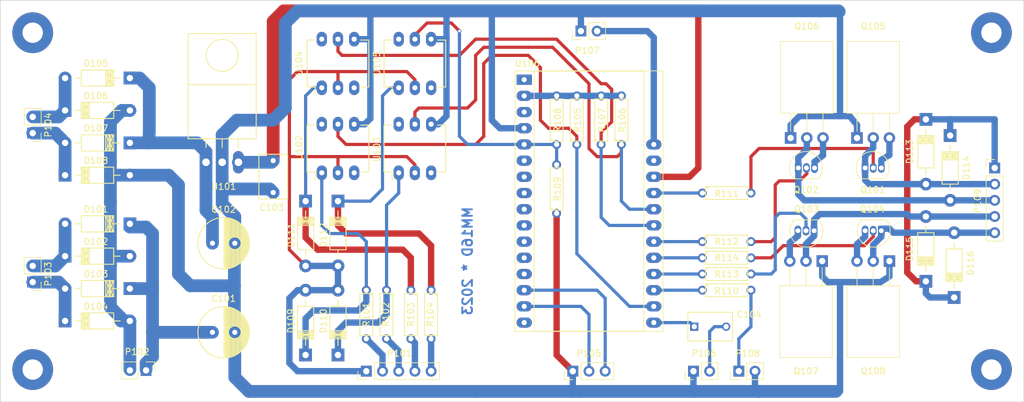
<source format=kicad_pcb>
(kicad_pcb (version 20171130) (host pcbnew 5.1.9+dfsg1-1+deb11u1)

  (general
    (thickness 1.6)
    (drawings 9)
    (tracks 374)
    (zones 0)
    (modules 61)
    (nets 63)
  )

  (page A4)
  (title_block
    (title "MM16D Grow house control device")
    (date 2023-10-22)
    (rev 231022)
    (company "Pozsar Zsolt - http://www.pozsarzs.hu")
    (comment 1 "Main board")
  )

  (layers
    (0 F.Cu signal)
    (31 B.Cu signal)
    (32 B.Adhes user hide)
    (33 F.Adhes user hide)
    (34 B.Paste user hide)
    (35 F.Paste user hide)
    (36 B.SilkS user hide)
    (37 F.SilkS user)
    (38 B.Mask user)
    (39 F.Mask user)
    (40 Dwgs.User user hide)
    (41 Cmts.User user hide)
    (42 Eco1.User user hide)
    (43 Eco2.User user hide)
    (44 Edge.Cuts user)
    (45 Margin user hide)
    (46 B.CrtYd user hide)
    (47 F.CrtYd user hide)
    (48 B.Fab user hide)
    (49 F.Fab user hide)
  )

  (setup
    (last_trace_width 0.25)
    (user_trace_width 0.5)
    (user_trace_width 1)
    (user_trace_width 2)
    (trace_clearance 0.2)
    (zone_clearance 0.508)
    (zone_45_only no)
    (trace_min 0.2)
    (via_size 0.6)
    (via_drill 0.4)
    (via_min_size 0.4)
    (via_min_drill 0.3)
    (uvia_size 0.3)
    (uvia_drill 0.1)
    (uvias_allowed no)
    (uvia_min_size 0.2)
    (uvia_min_drill 0.1)
    (edge_width 0.1)
    (segment_width 0.2)
    (pcb_text_width 0.3)
    (pcb_text_size 1.5 1.5)
    (mod_edge_width 0.15)
    (mod_text_size 1 1)
    (mod_text_width 0.15)
    (pad_size 1.397 1.397)
    (pad_drill 0.8)
    (pad_to_mask_clearance 0)
    (aux_axis_origin 0 0)
    (visible_elements 7FFEF7FF)
    (pcbplotparams
      (layerselection 0x010e0_ffffffff)
      (usegerberextensions false)
      (usegerberattributes true)
      (usegerberadvancedattributes true)
      (creategerberjobfile true)
      (excludeedgelayer false)
      (linewidth 0.100000)
      (plotframeref false)
      (viasonmask false)
      (mode 1)
      (useauxorigin false)
      (hpglpennumber 1)
      (hpglpenspeed 20)
      (hpglpendiameter 15.000000)
      (psnegative false)
      (psa4output false)
      (plotreference true)
      (plotvalue false)
      (plotinvisibletext false)
      (padsonsilk false)
      (subtractmaskfromsilk false)
      (outputformat 1)
      (mirror false)
      (drillshape 0)
      (scaleselection 1)
      (outputdirectory ""))
  )

  (net 0 "")
  (net 1 "Net-(C104-Pad1)")
  (net 2 "Net-(C104-Pad2)")
  (net 3 GND)
  (net 4 "Net-(P107-Pad2)")
  (net 5 "Net-(P108-Pad1)")
  (net 6 "Net-(R110-Pad1)")
  (net 7 "Net-(P105-Pad2)")
  (net 8 "Net-(P105-Pad3)")
  (net 9 "Net-(R105-Pad1)")
  (net 10 /+3.3V)
  (net 11 "Net-(R106-Pad1)")
  (net 12 "Net-(R107-Pad1)")
  (net 13 "Net-(R108-Pad1)")
  (net 14 "Net-(C102-Pad1)")
  (net 15 /+5V)
  (net 16 "Net-(D101-Pad2)")
  (net 17 "Net-(D103-Pad2)")
  (net 18 "Net-(D105-Pad2)")
  (net 19 "Net-(D107-Pad2)")
  (net 20 "Net-(D109-Pad2)")
  (net 21 "Net-(D109-Pad1)")
  (net 22 "Net-(D110-Pad1)")
  (net 23 "Net-(D111-Pad1)")
  (net 24 "Net-(D112-Pad1)")
  (net 25 "Net-(P101-Pad2)")
  (net 26 "Net-(P101-Pad3)")
  (net 27 "Net-(P101-Pad4)")
  (net 28 "Net-(P101-Pad5)")
  (net 29 "Net-(U102-Pad6)")
  (net 30 "Net-(U103-Pad6)")
  (net 31 "Net-(U104-Pad6)")
  (net 32 "Net-(U105-Pad6)")
  (net 33 "Net-(D113-Pad2)")
  (net 34 "Net-(D113-Pad1)")
  (net 35 "Net-(D114-Pad2)")
  (net 36 "Net-(D115-Pad2)")
  (net 37 "Net-(D116-Pad2)")
  (net 38 "Net-(Q101-Pad2)")
  (net 39 "Net-(Q102-Pad2)")
  (net 40 "Net-(Q103-Pad2)")
  (net 41 "Net-(Q104-Pad2)")
  (net 42 "Net-(R111-Pad1)")
  (net 43 "Net-(R112-Pad1)")
  (net 44 "Net-(R113-Pad1)")
  (net 45 "Net-(R114-Pad1)")
  (net 46 "Net-(Q101-Pad3)")
  (net 47 "Net-(Q102-Pad3)")
  (net 48 "Net-(Q103-Pad3)")
  (net 49 "Net-(Q104-Pad3)")
  (net 50 /+12V)
  (net 51 "Net-(U106-Pad16)")
  (net 52 "Net-(U106-Pad13)")
  (net 53 "Net-(U106-Pad12)")
  (net 54 "Net-(U106-Pad27)")
  (net 55 "Net-(U106-Pad11)")
  (net 56 "Net-(U106-Pad10)")
  (net 57 "Net-(U106-Pad9)")
  (net 58 "Net-(U106-Pad8)")
  (net 59 "Net-(U106-Pad7)")
  (net 60 "Net-(U106-Pad6)")
  (net 61 "Net-(U106-Pad3)")
  (net 62 "Net-(U106-Pad1)")

  (net_class Default "This is the default net class."
    (clearance 0.2)
    (trace_width 0.25)
    (via_dia 0.6)
    (via_drill 0.4)
    (uvia_dia 0.3)
    (uvia_drill 0.1)
    (add_net /+12V)
    (add_net /+3.3V)
    (add_net /+5V)
    (add_net GND)
    (add_net "Net-(C102-Pad1)")
    (add_net "Net-(C104-Pad1)")
    (add_net "Net-(C104-Pad2)")
    (add_net "Net-(D101-Pad2)")
    (add_net "Net-(D103-Pad2)")
    (add_net "Net-(D105-Pad2)")
    (add_net "Net-(D107-Pad2)")
    (add_net "Net-(D109-Pad1)")
    (add_net "Net-(D109-Pad2)")
    (add_net "Net-(D110-Pad1)")
    (add_net "Net-(D111-Pad1)")
    (add_net "Net-(D112-Pad1)")
    (add_net "Net-(D113-Pad1)")
    (add_net "Net-(D113-Pad2)")
    (add_net "Net-(D114-Pad2)")
    (add_net "Net-(D115-Pad2)")
    (add_net "Net-(D116-Pad2)")
    (add_net "Net-(P101-Pad2)")
    (add_net "Net-(P101-Pad3)")
    (add_net "Net-(P101-Pad4)")
    (add_net "Net-(P101-Pad5)")
    (add_net "Net-(P105-Pad2)")
    (add_net "Net-(P105-Pad3)")
    (add_net "Net-(P107-Pad2)")
    (add_net "Net-(P108-Pad1)")
    (add_net "Net-(Q101-Pad2)")
    (add_net "Net-(Q101-Pad3)")
    (add_net "Net-(Q102-Pad2)")
    (add_net "Net-(Q102-Pad3)")
    (add_net "Net-(Q103-Pad2)")
    (add_net "Net-(Q103-Pad3)")
    (add_net "Net-(Q104-Pad2)")
    (add_net "Net-(Q104-Pad3)")
    (add_net "Net-(R105-Pad1)")
    (add_net "Net-(R106-Pad1)")
    (add_net "Net-(R107-Pad1)")
    (add_net "Net-(R108-Pad1)")
    (add_net "Net-(R110-Pad1)")
    (add_net "Net-(R111-Pad1)")
    (add_net "Net-(R112-Pad1)")
    (add_net "Net-(R113-Pad1)")
    (add_net "Net-(R114-Pad1)")
    (add_net "Net-(U102-Pad6)")
    (add_net "Net-(U103-Pad6)")
    (add_net "Net-(U104-Pad6)")
    (add_net "Net-(U105-Pad6)")
    (add_net "Net-(U106-Pad1)")
    (add_net "Net-(U106-Pad10)")
    (add_net "Net-(U106-Pad11)")
    (add_net "Net-(U106-Pad12)")
    (add_net "Net-(U106-Pad13)")
    (add_net "Net-(U106-Pad16)")
    (add_net "Net-(U106-Pad27)")
    (add_net "Net-(U106-Pad3)")
    (add_net "Net-(U106-Pad6)")
    (add_net "Net-(U106-Pad7)")
    (add_net "Net-(U106-Pad8)")
    (add_net "Net-(U106-Pad9)")
  )

  (module Capacitors_THT:C_Rect_L7_W4.5_P5 (layer F.Cu) (tedit 5F9DB298) (tstamp 5F9C727D)
    (at 183.642 118.999)
    (descr "Film Capacitor Length 7mm x Width 4.5mm, Pitch 5mm")
    (tags Capacitor)
    (path /5EFA265C)
    (fp_text reference C104 (at 8.636 -1.905) (layer F.SilkS)
      (effects (font (size 1 1) (thickness 0.15)))
    )
    (fp_text value 2.2u (at 2.5 3.5) (layer F.Fab)
      (effects (font (size 1 1) (thickness 0.15)))
    )
    (fp_line (start -1 2.25) (end -1 -2.25) (layer F.SilkS) (width 0.15))
    (fp_line (start 6 2.25) (end -1 2.25) (layer F.SilkS) (width 0.15))
    (fp_line (start 6 -2.25) (end 6 2.25) (layer F.SilkS) (width 0.15))
    (fp_line (start -1 -2.25) (end 6 -2.25) (layer F.SilkS) (width 0.15))
    (fp_line (start -1.25 2.5) (end -1.25 -2.5) (layer F.CrtYd) (width 0.05))
    (fp_line (start 6.25 2.5) (end -1.25 2.5) (layer F.CrtYd) (width 0.05))
    (fp_line (start 6.25 -2.5) (end 6.25 2.5) (layer F.CrtYd) (width 0.05))
    (fp_line (start -1.25 -2.5) (end 6.25 -2.5) (layer F.CrtYd) (width 0.05))
    (pad 1 thru_hole rect (at 0 0) (size 1.3 1.3) (drill 0.8) (layers *.Cu *.Mask)
      (net 1 "Net-(C104-Pad1)"))
    (pad 2 thru_hole circle (at 5 0) (size 1.3 1.3) (drill 0.8) (layers *.Cu *.Mask)
      (net 2 "Net-(C104-Pad2)"))
    (model Capacitors_ThroughHole.3dshapes/C_Rect_L7_W4.5_P5.wrl
      (offset (xyz 2.499994962453842 0 0))
      (scale (xyz 1 1 1))
      (rotate (xyz 0 0 0))
    )
  )

  (module Discret:R3 (layer F.Cu) (tedit 5F9E6712) (tstamp 5F9C72BE)
    (at 188.722 113.284)
    (descr "Resitance 3 pas")
    (tags R)
    (path /5F1AEBA9)
    (fp_text reference R110 (at 0 0.127) (layer F.SilkS)
      (effects (font (size 1 1) (thickness 0.15)))
    )
    (fp_text value 750 (at 0 0.127) (layer F.Fab)
      (effects (font (size 1 1) (thickness 0.15)))
    )
    (fp_line (start -3.302 -0.508) (end -2.794 -1.016) (layer F.SilkS) (width 0.15))
    (fp_line (start 3.302 1.016) (end 3.302 0) (layer F.SilkS) (width 0.15))
    (fp_line (start -3.302 1.016) (end 3.302 1.016) (layer F.SilkS) (width 0.15))
    (fp_line (start -3.302 -1.016) (end -3.302 1.016) (layer F.SilkS) (width 0.15))
    (fp_line (start 3.302 -1.016) (end -3.302 -1.016) (layer F.SilkS) (width 0.15))
    (fp_line (start 3.302 0) (end 3.302 -1.016) (layer F.SilkS) (width 0.15))
    (fp_line (start 3.81 0) (end 3.302 0) (layer F.SilkS) (width 0.15))
    (fp_line (start -3.81 0) (end -3.302 0) (layer F.SilkS) (width 0.15))
    (pad 1 thru_hole circle (at -3.81 0) (size 1.397 1.397) (drill 0.8) (layers *.Cu *.Mask)
      (net 6 "Net-(R110-Pad1)"))
    (pad 2 thru_hole circle (at 3.81 0) (size 1.397 1.397) (drill 0.8) (layers *.Cu *.Mask)
      (net 5 "Net-(P108-Pad1)"))
    (model Discret.3dshapes/R3.wrl
      (at (xyz 0 0 0))
      (scale (xyz 0.3 0.3 0.3))
      (rotate (xyz 0 0 0))
    )
  )

  (module Discret:R3 (layer F.Cu) (tedit 5F9E6761) (tstamp 5F9C73CC)
    (at 165.227 86.614 90)
    (descr "Resitance 3 pas")
    (tags R)
    (path /5F19E2E1)
    (fp_text reference R105 (at 0 0.127 90) (layer F.SilkS)
      (effects (font (size 1 1) (thickness 0.15)))
    )
    (fp_text value 4.7k (at 0 0.127 90) (layer F.Fab)
      (effects (font (size 1 1) (thickness 0.15)))
    )
    (fp_line (start -3.302 -0.508) (end -2.794 -1.016) (layer F.SilkS) (width 0.15))
    (fp_line (start 3.302 1.016) (end 3.302 0) (layer F.SilkS) (width 0.15))
    (fp_line (start -3.302 1.016) (end 3.302 1.016) (layer F.SilkS) (width 0.15))
    (fp_line (start -3.302 -1.016) (end -3.302 1.016) (layer F.SilkS) (width 0.15))
    (fp_line (start 3.302 -1.016) (end -3.302 -1.016) (layer F.SilkS) (width 0.15))
    (fp_line (start 3.302 0) (end 3.302 -1.016) (layer F.SilkS) (width 0.15))
    (fp_line (start 3.81 0) (end 3.302 0) (layer F.SilkS) (width 0.15))
    (fp_line (start -3.81 0) (end -3.302 0) (layer F.SilkS) (width 0.15))
    (pad 1 thru_hole circle (at -3.81 0 90) (size 1.397 1.397) (drill 0.8) (layers *.Cu *.Mask)
      (net 9 "Net-(R105-Pad1)"))
    (pad 2 thru_hole circle (at 3.81 0 90) (size 1.397 1.397) (drill 0.8) (layers *.Cu *.Mask)
      (net 10 /+3.3V))
    (model Discret.3dshapes/R3.wrl
      (at (xyz 0 0 0))
      (scale (xyz 0.3 0.3 0.3))
      (rotate (xyz 0 0 0))
    )
  )

  (module Discret:R3 (layer F.Cu) (tedit 5F9E6757) (tstamp 5F9C73DA)
    (at 172.212 86.614 90)
    (descr "Resitance 3 pas")
    (tags R)
    (path /5F19E41E)
    (fp_text reference R106 (at 0 0.127 90) (layer F.SilkS)
      (effects (font (size 1 1) (thickness 0.15)))
    )
    (fp_text value 4.7k (at 0 0.127 90) (layer F.Fab)
      (effects (font (size 1 1) (thickness 0.15)))
    )
    (fp_line (start -3.302 -0.508) (end -2.794 -1.016) (layer F.SilkS) (width 0.15))
    (fp_line (start 3.302 1.016) (end 3.302 0) (layer F.SilkS) (width 0.15))
    (fp_line (start -3.302 1.016) (end 3.302 1.016) (layer F.SilkS) (width 0.15))
    (fp_line (start -3.302 -1.016) (end -3.302 1.016) (layer F.SilkS) (width 0.15))
    (fp_line (start 3.302 -1.016) (end -3.302 -1.016) (layer F.SilkS) (width 0.15))
    (fp_line (start 3.302 0) (end 3.302 -1.016) (layer F.SilkS) (width 0.15))
    (fp_line (start 3.81 0) (end 3.302 0) (layer F.SilkS) (width 0.15))
    (fp_line (start -3.81 0) (end -3.302 0) (layer F.SilkS) (width 0.15))
    (pad 1 thru_hole circle (at -3.81 0 90) (size 1.397 1.397) (drill 0.8) (layers *.Cu *.Mask)
      (net 11 "Net-(R106-Pad1)"))
    (pad 2 thru_hole circle (at 3.81 0 90) (size 1.397 1.397) (drill 0.8) (layers *.Cu *.Mask)
      (net 10 /+3.3V))
    (model Discret.3dshapes/R3.wrl
      (at (xyz 0 0 0))
      (scale (xyz 0.3 0.3 0.3))
      (rotate (xyz 0 0 0))
    )
  )

  (module Discret:R3 (layer F.Cu) (tedit 5F9E675B) (tstamp 5F9C73E8)
    (at 169.037 86.614 90)
    (descr "Resitance 3 pas")
    (tags R)
    (path /5F19E4AF)
    (fp_text reference R107 (at 0 0.127 90) (layer F.SilkS)
      (effects (font (size 1 1) (thickness 0.15)))
    )
    (fp_text value 4.7k (at 0 0.127 90) (layer F.Fab)
      (effects (font (size 1 1) (thickness 0.15)))
    )
    (fp_line (start -3.302 -0.508) (end -2.794 -1.016) (layer F.SilkS) (width 0.15))
    (fp_line (start 3.302 1.016) (end 3.302 0) (layer F.SilkS) (width 0.15))
    (fp_line (start -3.302 1.016) (end 3.302 1.016) (layer F.SilkS) (width 0.15))
    (fp_line (start -3.302 -1.016) (end -3.302 1.016) (layer F.SilkS) (width 0.15))
    (fp_line (start 3.302 -1.016) (end -3.302 -1.016) (layer F.SilkS) (width 0.15))
    (fp_line (start 3.302 0) (end 3.302 -1.016) (layer F.SilkS) (width 0.15))
    (fp_line (start 3.81 0) (end 3.302 0) (layer F.SilkS) (width 0.15))
    (fp_line (start -3.81 0) (end -3.302 0) (layer F.SilkS) (width 0.15))
    (pad 1 thru_hole circle (at -3.81 0 90) (size 1.397 1.397) (drill 0.8) (layers *.Cu *.Mask)
      (net 12 "Net-(R107-Pad1)"))
    (pad 2 thru_hole circle (at 3.81 0 90) (size 1.397 1.397) (drill 0.8) (layers *.Cu *.Mask)
      (net 10 /+3.3V))
    (model Discret.3dshapes/R3.wrl
      (at (xyz 0 0 0))
      (scale (xyz 0.3 0.3 0.3))
      (rotate (xyz 0 0 0))
    )
  )

  (module Discret:R3 (layer F.Cu) (tedit 5F9E6766) (tstamp 5F9C73F6)
    (at 162.052 86.614 90)
    (descr "Resitance 3 pas")
    (tags R)
    (path /5F19E543)
    (fp_text reference R108 (at 0 0.127 90) (layer F.SilkS)
      (effects (font (size 1 1) (thickness 0.15)))
    )
    (fp_text value 4.7k (at 0 0.127 90) (layer F.Fab)
      (effects (font (size 1 1) (thickness 0.15)))
    )
    (fp_line (start -3.302 -0.508) (end -2.794 -1.016) (layer F.SilkS) (width 0.15))
    (fp_line (start 3.302 1.016) (end 3.302 0) (layer F.SilkS) (width 0.15))
    (fp_line (start -3.302 1.016) (end 3.302 1.016) (layer F.SilkS) (width 0.15))
    (fp_line (start -3.302 -1.016) (end -3.302 1.016) (layer F.SilkS) (width 0.15))
    (fp_line (start 3.302 -1.016) (end -3.302 -1.016) (layer F.SilkS) (width 0.15))
    (fp_line (start 3.302 0) (end 3.302 -1.016) (layer F.SilkS) (width 0.15))
    (fp_line (start 3.81 0) (end 3.302 0) (layer F.SilkS) (width 0.15))
    (fp_line (start -3.81 0) (end -3.302 0) (layer F.SilkS) (width 0.15))
    (pad 1 thru_hole circle (at -3.81 0 90) (size 1.397 1.397) (drill 0.8) (layers *.Cu *.Mask)
      (net 13 "Net-(R108-Pad1)"))
    (pad 2 thru_hole circle (at 3.81 0 90) (size 1.397 1.397) (drill 0.8) (layers *.Cu *.Mask)
      (net 10 /+3.3V))
    (model Discret.3dshapes/R3.wrl
      (at (xyz 0 0 0))
      (scale (xyz 0.3 0.3 0.3))
      (rotate (xyz 0 0 0))
    )
  )

  (module Discret:R3 (layer F.Cu) (tedit 5F9E673B) (tstamp 5F9C7404)
    (at 162.052 97.409 90)
    (descr "Resitance 3 pas")
    (tags R)
    (path /5F1E719C)
    (fp_text reference R109 (at 0 0.127 90) (layer F.SilkS)
      (effects (font (size 1 1) (thickness 0.15)))
    )
    (fp_text value 1.8k (at 0 0.127 90) (layer F.Fab)
      (effects (font (size 1 1) (thickness 0.15)))
    )
    (fp_line (start -3.302 -0.508) (end -2.794 -1.016) (layer F.SilkS) (width 0.15))
    (fp_line (start 3.302 1.016) (end 3.302 0) (layer F.SilkS) (width 0.15))
    (fp_line (start -3.302 1.016) (end 3.302 1.016) (layer F.SilkS) (width 0.15))
    (fp_line (start -3.302 -1.016) (end -3.302 1.016) (layer F.SilkS) (width 0.15))
    (fp_line (start 3.302 -1.016) (end -3.302 -1.016) (layer F.SilkS) (width 0.15))
    (fp_line (start 3.302 0) (end 3.302 -1.016) (layer F.SilkS) (width 0.15))
    (fp_line (start 3.81 0) (end 3.302 0) (layer F.SilkS) (width 0.15))
    (fp_line (start -3.81 0) (end -3.302 0) (layer F.SilkS) (width 0.15))
    (pad 1 thru_hole circle (at -3.81 0 90) (size 1.397 1.397) (drill 0.8) (layers *.Cu *.Mask)
      (net 3 GND))
    (pad 2 thru_hole circle (at 3.81 0 90) (size 1.397 1.397) (drill 0.8) (layers *.Cu *.Mask)
      (net 13 "Net-(R108-Pad1)"))
    (model Discret.3dshapes/R3.wrl
      (at (xyz 0 0 0))
      (scale (xyz 0.3 0.3 0.3))
      (rotate (xyz 0 0 0))
    )
  )

  (module Capacitors_THT:C_Radial_D8_L11.5_P3.5 (layer F.Cu) (tedit 0) (tstamp 5F9C7A04)
    (at 108.077 119.888)
    (descr "Radial Electrolytic Capacitor Diameter 8mm x Length 11.5mm, Pitch 3.5mm")
    (tags "Electrolytic Capacitor")
    (path /5F9B8FC7)
    (fp_text reference C101 (at 1.75 -5.3) (layer F.SilkS)
      (effects (font (size 1 1) (thickness 0.15)))
    )
    (fp_text value 470u (at 1.75 5.3) (layer F.Fab)
      (effects (font (size 1 1) (thickness 0.15)))
    )
    (fp_circle (center 1.75 0) (end 1.75 -4.3) (layer F.CrtYd) (width 0.05))
    (fp_circle (center 1.75 0) (end 1.75 -4.0375) (layer F.SilkS) (width 0.15))
    (fp_circle (center 3.5 0) (end 3.5 -1) (layer F.SilkS) (width 0.15))
    (fp_line (start 5.745 -0.2) (end 5.745 0.2) (layer F.SilkS) (width 0.15))
    (fp_line (start 5.605 -1.067) (end 5.605 1.067) (layer F.SilkS) (width 0.15))
    (fp_line (start 5.465 -1.483) (end 5.465 1.483) (layer F.SilkS) (width 0.15))
    (fp_line (start 5.325 -1.794) (end 5.325 1.794) (layer F.SilkS) (width 0.15))
    (fp_line (start 5.185 -2.05) (end 5.185 2.05) (layer F.SilkS) (width 0.15))
    (fp_line (start 5.045 -2.268) (end 5.045 2.268) (layer F.SilkS) (width 0.15))
    (fp_line (start 4.905 -2.459) (end 4.905 2.459) (layer F.SilkS) (width 0.15))
    (fp_line (start 4.765 -2.629) (end 4.765 2.629) (layer F.SilkS) (width 0.15))
    (fp_line (start 4.625 -2.781) (end 4.625 2.781) (layer F.SilkS) (width 0.15))
    (fp_line (start 4.485 0.173) (end 4.485 2.919) (layer F.SilkS) (width 0.15))
    (fp_line (start 4.485 -2.919) (end 4.485 -0.173) (layer F.SilkS) (width 0.15))
    (fp_line (start 4.345 0.535) (end 4.345 3.044) (layer F.SilkS) (width 0.15))
    (fp_line (start 4.345 -3.044) (end 4.345 -0.535) (layer F.SilkS) (width 0.15))
    (fp_line (start 4.205 0.709) (end 4.205 3.158) (layer F.SilkS) (width 0.15))
    (fp_line (start 4.205 -3.158) (end 4.205 -0.709) (layer F.SilkS) (width 0.15))
    (fp_line (start 4.065 0.825) (end 4.065 3.262) (layer F.SilkS) (width 0.15))
    (fp_line (start 4.065 -3.262) (end 4.065 -0.825) (layer F.SilkS) (width 0.15))
    (fp_line (start 3.925 0.905) (end 3.925 3.357) (layer F.SilkS) (width 0.15))
    (fp_line (start 3.925 -3.357) (end 3.925 -0.905) (layer F.SilkS) (width 0.15))
    (fp_line (start 3.785 0.959) (end 3.785 3.444) (layer F.SilkS) (width 0.15))
    (fp_line (start 3.785 -3.444) (end 3.785 -0.959) (layer F.SilkS) (width 0.15))
    (fp_line (start 3.645 0.989) (end 3.645 3.523) (layer F.SilkS) (width 0.15))
    (fp_line (start 3.645 -3.523) (end 3.645 -0.989) (layer F.SilkS) (width 0.15))
    (fp_line (start 3.505 1) (end 3.505 3.594) (layer F.SilkS) (width 0.15))
    (fp_line (start 3.505 -3.594) (end 3.505 -1) (layer F.SilkS) (width 0.15))
    (fp_line (start 3.365 0.991) (end 3.365 3.659) (layer F.SilkS) (width 0.15))
    (fp_line (start 3.365 -3.659) (end 3.365 -0.991) (layer F.SilkS) (width 0.15))
    (fp_line (start 3.225 0.961) (end 3.225 3.718) (layer F.SilkS) (width 0.15))
    (fp_line (start 3.225 -3.718) (end 3.225 -0.961) (layer F.SilkS) (width 0.15))
    (fp_line (start 3.085 0.91) (end 3.085 3.771) (layer F.SilkS) (width 0.15))
    (fp_line (start 3.085 -3.771) (end 3.085 -0.91) (layer F.SilkS) (width 0.15))
    (fp_line (start 2.945 0.832) (end 2.945 3.817) (layer F.SilkS) (width 0.15))
    (fp_line (start 2.945 -3.817) (end 2.945 -0.832) (layer F.SilkS) (width 0.15))
    (fp_line (start 2.805 0.719) (end 2.805 3.858) (layer F.SilkS) (width 0.15))
    (fp_line (start 2.805 -3.858) (end 2.805 -0.719) (layer F.SilkS) (width 0.15))
    (fp_line (start 2.665 0.55) (end 2.665 3.894) (layer F.SilkS) (width 0.15))
    (fp_line (start 2.665 -3.894) (end 2.665 -0.55) (layer F.SilkS) (width 0.15))
    (fp_line (start 2.525 0.222) (end 2.525 3.924) (layer F.SilkS) (width 0.15))
    (fp_line (start 2.525 -3.924) (end 2.525 -0.222) (layer F.SilkS) (width 0.15))
    (fp_line (start 2.385 -3.949) (end 2.385 3.949) (layer F.SilkS) (width 0.15))
    (fp_line (start 2.245 -3.969) (end 2.245 3.969) (layer F.SilkS) (width 0.15))
    (fp_line (start 2.105 -3.984) (end 2.105 3.984) (layer F.SilkS) (width 0.15))
    (fp_line (start 1.965 -3.994) (end 1.965 3.994) (layer F.SilkS) (width 0.15))
    (fp_line (start 1.825 -3.999) (end 1.825 3.999) (layer F.SilkS) (width 0.15))
    (pad 2 thru_hole circle (at 3.5 0) (size 1.3 1.3) (drill 0.8) (layers *.Cu *.Mask)
      (net 3 GND))
    (pad 1 thru_hole rect (at 0 0) (size 1.3 1.3) (drill 0.8) (layers *.Cu *.Mask)
      (net 50 /+12V))
    (model Capacitors_ThroughHole.3dshapes/C_Radial_D8_L11.5_P3.5.wrl
      (at (xyz 0 0 0))
      (scale (xyz 1 1 1))
      (rotate (xyz 0 0 0))
    )
  )

  (module Capacitors_THT:C_Radial_D8_L11.5_P3.5 (layer F.Cu) (tedit 0) (tstamp 5F9C7A39)
    (at 108.077 105.918)
    (descr "Radial Electrolytic Capacitor Diameter 8mm x Length 11.5mm, Pitch 3.5mm")
    (tags "Electrolytic Capacitor")
    (path /5F9BA5D1)
    (fp_text reference C102 (at 1.75 -5.3) (layer F.SilkS)
      (effects (font (size 1 1) (thickness 0.15)))
    )
    (fp_text value 1000u (at 1.75 5.3) (layer F.Fab)
      (effects (font (size 1 1) (thickness 0.15)))
    )
    (fp_circle (center 1.75 0) (end 1.75 -4.3) (layer F.CrtYd) (width 0.05))
    (fp_circle (center 1.75 0) (end 1.75 -4.0375) (layer F.SilkS) (width 0.15))
    (fp_circle (center 3.5 0) (end 3.5 -1) (layer F.SilkS) (width 0.15))
    (fp_line (start 5.745 -0.2) (end 5.745 0.2) (layer F.SilkS) (width 0.15))
    (fp_line (start 5.605 -1.067) (end 5.605 1.067) (layer F.SilkS) (width 0.15))
    (fp_line (start 5.465 -1.483) (end 5.465 1.483) (layer F.SilkS) (width 0.15))
    (fp_line (start 5.325 -1.794) (end 5.325 1.794) (layer F.SilkS) (width 0.15))
    (fp_line (start 5.185 -2.05) (end 5.185 2.05) (layer F.SilkS) (width 0.15))
    (fp_line (start 5.045 -2.268) (end 5.045 2.268) (layer F.SilkS) (width 0.15))
    (fp_line (start 4.905 -2.459) (end 4.905 2.459) (layer F.SilkS) (width 0.15))
    (fp_line (start 4.765 -2.629) (end 4.765 2.629) (layer F.SilkS) (width 0.15))
    (fp_line (start 4.625 -2.781) (end 4.625 2.781) (layer F.SilkS) (width 0.15))
    (fp_line (start 4.485 0.173) (end 4.485 2.919) (layer F.SilkS) (width 0.15))
    (fp_line (start 4.485 -2.919) (end 4.485 -0.173) (layer F.SilkS) (width 0.15))
    (fp_line (start 4.345 0.535) (end 4.345 3.044) (layer F.SilkS) (width 0.15))
    (fp_line (start 4.345 -3.044) (end 4.345 -0.535) (layer F.SilkS) (width 0.15))
    (fp_line (start 4.205 0.709) (end 4.205 3.158) (layer F.SilkS) (width 0.15))
    (fp_line (start 4.205 -3.158) (end 4.205 -0.709) (layer F.SilkS) (width 0.15))
    (fp_line (start 4.065 0.825) (end 4.065 3.262) (layer F.SilkS) (width 0.15))
    (fp_line (start 4.065 -3.262) (end 4.065 -0.825) (layer F.SilkS) (width 0.15))
    (fp_line (start 3.925 0.905) (end 3.925 3.357) (layer F.SilkS) (width 0.15))
    (fp_line (start 3.925 -3.357) (end 3.925 -0.905) (layer F.SilkS) (width 0.15))
    (fp_line (start 3.785 0.959) (end 3.785 3.444) (layer F.SilkS) (width 0.15))
    (fp_line (start 3.785 -3.444) (end 3.785 -0.959) (layer F.SilkS) (width 0.15))
    (fp_line (start 3.645 0.989) (end 3.645 3.523) (layer F.SilkS) (width 0.15))
    (fp_line (start 3.645 -3.523) (end 3.645 -0.989) (layer F.SilkS) (width 0.15))
    (fp_line (start 3.505 1) (end 3.505 3.594) (layer F.SilkS) (width 0.15))
    (fp_line (start 3.505 -3.594) (end 3.505 -1) (layer F.SilkS) (width 0.15))
    (fp_line (start 3.365 0.991) (end 3.365 3.659) (layer F.SilkS) (width 0.15))
    (fp_line (start 3.365 -3.659) (end 3.365 -0.991) (layer F.SilkS) (width 0.15))
    (fp_line (start 3.225 0.961) (end 3.225 3.718) (layer F.SilkS) (width 0.15))
    (fp_line (start 3.225 -3.718) (end 3.225 -0.961) (layer F.SilkS) (width 0.15))
    (fp_line (start 3.085 0.91) (end 3.085 3.771) (layer F.SilkS) (width 0.15))
    (fp_line (start 3.085 -3.771) (end 3.085 -0.91) (layer F.SilkS) (width 0.15))
    (fp_line (start 2.945 0.832) (end 2.945 3.817) (layer F.SilkS) (width 0.15))
    (fp_line (start 2.945 -3.817) (end 2.945 -0.832) (layer F.SilkS) (width 0.15))
    (fp_line (start 2.805 0.719) (end 2.805 3.858) (layer F.SilkS) (width 0.15))
    (fp_line (start 2.805 -3.858) (end 2.805 -0.719) (layer F.SilkS) (width 0.15))
    (fp_line (start 2.665 0.55) (end 2.665 3.894) (layer F.SilkS) (width 0.15))
    (fp_line (start 2.665 -3.894) (end 2.665 -0.55) (layer F.SilkS) (width 0.15))
    (fp_line (start 2.525 0.222) (end 2.525 3.924) (layer F.SilkS) (width 0.15))
    (fp_line (start 2.525 -3.924) (end 2.525 -0.222) (layer F.SilkS) (width 0.15))
    (fp_line (start 2.385 -3.949) (end 2.385 3.949) (layer F.SilkS) (width 0.15))
    (fp_line (start 2.245 -3.969) (end 2.245 3.969) (layer F.SilkS) (width 0.15))
    (fp_line (start 2.105 -3.984) (end 2.105 3.984) (layer F.SilkS) (width 0.15))
    (fp_line (start 1.965 -3.994) (end 1.965 3.994) (layer F.SilkS) (width 0.15))
    (fp_line (start 1.825 -3.999) (end 1.825 3.999) (layer F.SilkS) (width 0.15))
    (pad 2 thru_hole circle (at 3.5 0) (size 1.3 1.3) (drill 0.8) (layers *.Cu *.Mask)
      (net 3 GND))
    (pad 1 thru_hole rect (at 0 0) (size 1.3 1.3) (drill 0.8) (layers *.Cu *.Mask)
      (net 14 "Net-(C102-Pad1)"))
    (model Capacitors_ThroughHole.3dshapes/C_Radial_D8_L11.5_P3.5.wrl
      (at (xyz 0 0 0))
      (scale (xyz 1 1 1))
      (rotate (xyz 0 0 0))
    )
  )

  (module Capacitors_THT:C_Rect_L7_W4.5_P5 (layer F.Cu) (tedit 5F9DB27B) (tstamp 5F9C7A47)
    (at 117.602 92.964 270)
    (descr "Film Capacitor Length 7mm x Width 4.5mm, Pitch 5mm")
    (tags Capacitor)
    (path /5F7F5742)
    (fp_text reference C103 (at 7.366 0.254) (layer F.SilkS)
      (effects (font (size 1 1) (thickness 0.15)))
    )
    (fp_text value 1u (at 2.5 3.5 270) (layer F.Fab)
      (effects (font (size 1 1) (thickness 0.15)))
    )
    (fp_line (start -1 2.25) (end -1 -2.25) (layer F.SilkS) (width 0.15))
    (fp_line (start 6 2.25) (end -1 2.25) (layer F.SilkS) (width 0.15))
    (fp_line (start 6 -2.25) (end 6 2.25) (layer F.SilkS) (width 0.15))
    (fp_line (start -1 -2.25) (end 6 -2.25) (layer F.SilkS) (width 0.15))
    (fp_line (start -1.25 2.5) (end -1.25 -2.5) (layer F.CrtYd) (width 0.05))
    (fp_line (start 6.25 2.5) (end -1.25 2.5) (layer F.CrtYd) (width 0.05))
    (fp_line (start 6.25 -2.5) (end 6.25 2.5) (layer F.CrtYd) (width 0.05))
    (fp_line (start -1.25 -2.5) (end 6.25 -2.5) (layer F.CrtYd) (width 0.05))
    (pad 1 thru_hole rect (at 0 0 270) (size 1.3 1.3) (drill 0.8) (layers *.Cu *.Mask)
      (net 15 /+5V))
    (pad 2 thru_hole circle (at 5 0 270) (size 1.3 1.3) (drill 0.8) (layers *.Cu *.Mask)
      (net 3 GND))
    (model Capacitors_ThroughHole.3dshapes/C_Rect_L7_W4.5_P5.wrl
      (offset (xyz 2.499994962453842 0 0))
      (scale (xyz 1 1 1))
      (rotate (xyz 0 0 0))
    )
  )

  (module Diodes_THT:Diode_DO-41_SOD81_Horizontal_RM10 (layer F.Cu) (tedit 5F9E602B) (tstamp 5F9C7A5B)
    (at 95.123 102.87 180)
    (descr "Diode, DO-41, SOD81, Horizontal, RM 10mm,")
    (tags "Diode, DO-41, SOD81, Horizontal, RM 10mm, 1N4007, SB140,")
    (path /5F9C7D73)
    (fp_text reference D101 (at 5.334 2.286 180) (layer F.SilkS)
      (effects (font (size 1 1) (thickness 0.15)))
    )
    (fp_text value 1N4001 (at 4.37134 -3.55854 180) (layer F.Fab)
      (effects (font (size 1 1) (thickness 0.15)))
    )
    (fp_line (start 7.62 1.26746) (end 2.54 1.26746) (layer F.SilkS) (width 0.15))
    (fp_line (start 7.62 -1.27254) (end 7.62 1.26746) (layer F.SilkS) (width 0.15))
    (fp_line (start 2.54 -1.27254) (end 7.62 -1.27254) (layer F.SilkS) (width 0.15))
    (fp_line (start 2.54 1.26746) (end 2.54 -1.27254) (layer F.SilkS) (width 0.15))
    (fp_line (start 3.175 -1.27254) (end 3.175 1.26746) (layer F.SilkS) (width 0.15))
    (fp_line (start 3.81 -1.27254) (end 3.81 1.26746) (layer F.SilkS) (width 0.15))
    (fp_line (start 2.54 -1.27254) (end 3.81 1.26746) (layer F.SilkS) (width 0.15))
    (fp_line (start 3.81 -1.27254) (end 2.54 1.26746) (layer F.SilkS) (width 0.15))
    (fp_line (start 2.794 -1.27254) (end 2.794 1.26746) (layer F.SilkS) (width 0.15))
    (fp_line (start 3.556 -1.27254) (end 3.556 1.26746) (layer F.SilkS) (width 0.15))
    (fp_line (start 3.302 -1.27254) (end 3.302 1.26746) (layer F.SilkS) (width 0.15))
    (fp_line (start 3.048 -1.27254) (end 3.048 1.26746) (layer F.SilkS) (width 0.15))
    (fp_line (start 2.794 -0.00254) (end 1.524 -0.00254) (layer F.SilkS) (width 0.15))
    (fp_line (start 7.62 -0.00254) (end 8.636 -0.00254) (layer F.SilkS) (width 0.15))
    (pad 2 thru_hole circle (at 10.16 -0.00254) (size 1.99898 1.99898) (drill 1.00076) (layers *.Cu *.Mask)
      (net 16 "Net-(D101-Pad2)"))
    (pad 1 thru_hole rect (at 0 -0.00254) (size 1.99898 1.99898) (drill 1.00076) (layers *.Cu *.Mask)
      (net 50 /+12V))
  )

  (module Diodes_THT:Diode_DO-41_SOD81_Horizontal_RM10 (layer F.Cu) (tedit 5F9E6037) (tstamp 5F9C7A6F)
    (at 84.963 107.95)
    (descr "Diode, DO-41, SOD81, Horizontal, RM 10mm,")
    (tags "Diode, DO-41, SOD81, Horizontal, RM 10mm, 1N4007, SB140,")
    (path /5F9C8600)
    (fp_text reference D102 (at 4.826 -2.286) (layer F.SilkS)
      (effects (font (size 1 1) (thickness 0.15)))
    )
    (fp_text value 1N4001 (at 4.37134 -3.55854) (layer F.Fab)
      (effects (font (size 1 1) (thickness 0.15)))
    )
    (fp_line (start 7.62 1.26746) (end 2.54 1.26746) (layer F.SilkS) (width 0.15))
    (fp_line (start 7.62 -1.27254) (end 7.62 1.26746) (layer F.SilkS) (width 0.15))
    (fp_line (start 2.54 -1.27254) (end 7.62 -1.27254) (layer F.SilkS) (width 0.15))
    (fp_line (start 2.54 1.26746) (end 2.54 -1.27254) (layer F.SilkS) (width 0.15))
    (fp_line (start 3.175 -1.27254) (end 3.175 1.26746) (layer F.SilkS) (width 0.15))
    (fp_line (start 3.81 -1.27254) (end 3.81 1.26746) (layer F.SilkS) (width 0.15))
    (fp_line (start 2.54 -1.27254) (end 3.81 1.26746) (layer F.SilkS) (width 0.15))
    (fp_line (start 3.81 -1.27254) (end 2.54 1.26746) (layer F.SilkS) (width 0.15))
    (fp_line (start 2.794 -1.27254) (end 2.794 1.26746) (layer F.SilkS) (width 0.15))
    (fp_line (start 3.556 -1.27254) (end 3.556 1.26746) (layer F.SilkS) (width 0.15))
    (fp_line (start 3.302 -1.27254) (end 3.302 1.26746) (layer F.SilkS) (width 0.15))
    (fp_line (start 3.048 -1.27254) (end 3.048 1.26746) (layer F.SilkS) (width 0.15))
    (fp_line (start 2.794 -0.00254) (end 1.524 -0.00254) (layer F.SilkS) (width 0.15))
    (fp_line (start 7.62 -0.00254) (end 8.636 -0.00254) (layer F.SilkS) (width 0.15))
    (pad 2 thru_hole circle (at 10.16 -0.00254 180) (size 1.99898 1.99898) (drill 1.00076) (layers *.Cu *.Mask)
      (net 3 GND))
    (pad 1 thru_hole rect (at 0 -0.00254 180) (size 1.99898 1.99898) (drill 1.00076) (layers *.Cu *.Mask)
      (net 16 "Net-(D101-Pad2)"))
  )

  (module Diodes_THT:Diode_DO-41_SOD81_Horizontal_RM10 (layer F.Cu) (tedit 5F9E6030) (tstamp 5F9C7A83)
    (at 95.123 113.03 180)
    (descr "Diode, DO-41, SOD81, Horizontal, RM 10mm,")
    (tags "Diode, DO-41, SOD81, Horizontal, RM 10mm, 1N4007, SB140,")
    (path /5F9C80ED)
    (fp_text reference D103 (at 5.334 2.286 180) (layer F.SilkS)
      (effects (font (size 1 1) (thickness 0.15)))
    )
    (fp_text value 1N4001 (at 4.37134 -3.55854 180) (layer F.Fab)
      (effects (font (size 1 1) (thickness 0.15)))
    )
    (fp_line (start 7.62 1.26746) (end 2.54 1.26746) (layer F.SilkS) (width 0.15))
    (fp_line (start 7.62 -1.27254) (end 7.62 1.26746) (layer F.SilkS) (width 0.15))
    (fp_line (start 2.54 -1.27254) (end 7.62 -1.27254) (layer F.SilkS) (width 0.15))
    (fp_line (start 2.54 1.26746) (end 2.54 -1.27254) (layer F.SilkS) (width 0.15))
    (fp_line (start 3.175 -1.27254) (end 3.175 1.26746) (layer F.SilkS) (width 0.15))
    (fp_line (start 3.81 -1.27254) (end 3.81 1.26746) (layer F.SilkS) (width 0.15))
    (fp_line (start 2.54 -1.27254) (end 3.81 1.26746) (layer F.SilkS) (width 0.15))
    (fp_line (start 3.81 -1.27254) (end 2.54 1.26746) (layer F.SilkS) (width 0.15))
    (fp_line (start 2.794 -1.27254) (end 2.794 1.26746) (layer F.SilkS) (width 0.15))
    (fp_line (start 3.556 -1.27254) (end 3.556 1.26746) (layer F.SilkS) (width 0.15))
    (fp_line (start 3.302 -1.27254) (end 3.302 1.26746) (layer F.SilkS) (width 0.15))
    (fp_line (start 3.048 -1.27254) (end 3.048 1.26746) (layer F.SilkS) (width 0.15))
    (fp_line (start 2.794 -0.00254) (end 1.524 -0.00254) (layer F.SilkS) (width 0.15))
    (fp_line (start 7.62 -0.00254) (end 8.636 -0.00254) (layer F.SilkS) (width 0.15))
    (pad 2 thru_hole circle (at 10.16 -0.00254) (size 1.99898 1.99898) (drill 1.00076) (layers *.Cu *.Mask)
      (net 17 "Net-(D103-Pad2)"))
    (pad 1 thru_hole rect (at 0 -0.00254) (size 1.99898 1.99898) (drill 1.00076) (layers *.Cu *.Mask)
      (net 50 /+12V))
  )

  (module Diodes_THT:Diode_DO-41_SOD81_Horizontal_RM10 (layer F.Cu) (tedit 5F9E603D) (tstamp 5F9C7A97)
    (at 84.963 118.11)
    (descr "Diode, DO-41, SOD81, Horizontal, RM 10mm,")
    (tags "Diode, DO-41, SOD81, Horizontal, RM 10mm, 1N4007, SB140,")
    (path /5F9C8531)
    (fp_text reference D104 (at 4.826 -2.286) (layer F.SilkS)
      (effects (font (size 1 1) (thickness 0.15)))
    )
    (fp_text value 1N4001 (at 4.37134 -3.55854) (layer F.Fab)
      (effects (font (size 1 1) (thickness 0.15)))
    )
    (fp_line (start 7.62 1.26746) (end 2.54 1.26746) (layer F.SilkS) (width 0.15))
    (fp_line (start 7.62 -1.27254) (end 7.62 1.26746) (layer F.SilkS) (width 0.15))
    (fp_line (start 2.54 -1.27254) (end 7.62 -1.27254) (layer F.SilkS) (width 0.15))
    (fp_line (start 2.54 1.26746) (end 2.54 -1.27254) (layer F.SilkS) (width 0.15))
    (fp_line (start 3.175 -1.27254) (end 3.175 1.26746) (layer F.SilkS) (width 0.15))
    (fp_line (start 3.81 -1.27254) (end 3.81 1.26746) (layer F.SilkS) (width 0.15))
    (fp_line (start 2.54 -1.27254) (end 3.81 1.26746) (layer F.SilkS) (width 0.15))
    (fp_line (start 3.81 -1.27254) (end 2.54 1.26746) (layer F.SilkS) (width 0.15))
    (fp_line (start 2.794 -1.27254) (end 2.794 1.26746) (layer F.SilkS) (width 0.15))
    (fp_line (start 3.556 -1.27254) (end 3.556 1.26746) (layer F.SilkS) (width 0.15))
    (fp_line (start 3.302 -1.27254) (end 3.302 1.26746) (layer F.SilkS) (width 0.15))
    (fp_line (start 3.048 -1.27254) (end 3.048 1.26746) (layer F.SilkS) (width 0.15))
    (fp_line (start 2.794 -0.00254) (end 1.524 -0.00254) (layer F.SilkS) (width 0.15))
    (fp_line (start 7.62 -0.00254) (end 8.636 -0.00254) (layer F.SilkS) (width 0.15))
    (pad 2 thru_hole circle (at 10.16 -0.00254 180) (size 1.99898 1.99898) (drill 1.00076) (layers *.Cu *.Mask)
      (net 3 GND))
    (pad 1 thru_hole rect (at 0 -0.00254 180) (size 1.99898 1.99898) (drill 1.00076) (layers *.Cu *.Mask)
      (net 17 "Net-(D103-Pad2)"))
  )

  (module Diodes_THT:Diode_DO-41_SOD81_Horizontal_RM10 (layer F.Cu) (tedit 5F9E6001) (tstamp 5F9C7AAB)
    (at 95.123 80.01 180)
    (descr "Diode, DO-41, SOD81, Horizontal, RM 10mm,")
    (tags "Diode, DO-41, SOD81, Horizontal, RM 10mm, 1N4007, SB140,")
    (path /5F9C81AB)
    (fp_text reference D105 (at 5.334 2.286 180) (layer F.SilkS)
      (effects (font (size 1 1) (thickness 0.15)))
    )
    (fp_text value 1N4001 (at 4.37134 -3.55854 180) (layer F.Fab)
      (effects (font (size 1 1) (thickness 0.15)))
    )
    (fp_line (start 7.62 1.26746) (end 2.54 1.26746) (layer F.SilkS) (width 0.15))
    (fp_line (start 7.62 -1.27254) (end 7.62 1.26746) (layer F.SilkS) (width 0.15))
    (fp_line (start 2.54 -1.27254) (end 7.62 -1.27254) (layer F.SilkS) (width 0.15))
    (fp_line (start 2.54 1.26746) (end 2.54 -1.27254) (layer F.SilkS) (width 0.15))
    (fp_line (start 3.175 -1.27254) (end 3.175 1.26746) (layer F.SilkS) (width 0.15))
    (fp_line (start 3.81 -1.27254) (end 3.81 1.26746) (layer F.SilkS) (width 0.15))
    (fp_line (start 2.54 -1.27254) (end 3.81 1.26746) (layer F.SilkS) (width 0.15))
    (fp_line (start 3.81 -1.27254) (end 2.54 1.26746) (layer F.SilkS) (width 0.15))
    (fp_line (start 2.794 -1.27254) (end 2.794 1.26746) (layer F.SilkS) (width 0.15))
    (fp_line (start 3.556 -1.27254) (end 3.556 1.26746) (layer F.SilkS) (width 0.15))
    (fp_line (start 3.302 -1.27254) (end 3.302 1.26746) (layer F.SilkS) (width 0.15))
    (fp_line (start 3.048 -1.27254) (end 3.048 1.26746) (layer F.SilkS) (width 0.15))
    (fp_line (start 2.794 -0.00254) (end 1.524 -0.00254) (layer F.SilkS) (width 0.15))
    (fp_line (start 7.62 -0.00254) (end 8.636 -0.00254) (layer F.SilkS) (width 0.15))
    (pad 2 thru_hole circle (at 10.16 -0.00254) (size 1.99898 1.99898) (drill 1.00076) (layers *.Cu *.Mask)
      (net 18 "Net-(D105-Pad2)"))
    (pad 1 thru_hole rect (at 0 -0.00254) (size 1.99898 1.99898) (drill 1.00076) (layers *.Cu *.Mask)
      (net 14 "Net-(C102-Pad1)"))
  )

  (module Diodes_THT:Diode_DO-41_SOD81_Horizontal_RM10 (layer F.Cu) (tedit 5F9E601D) (tstamp 5F9C7ABF)
    (at 84.963 85.09)
    (descr "Diode, DO-41, SOD81, Horizontal, RM 10mm,")
    (tags "Diode, DO-41, SOD81, Horizontal, RM 10mm, 1N4007, SB140,")
    (path /5F9C8465)
    (fp_text reference D106 (at 4.826 -2.286) (layer F.SilkS)
      (effects (font (size 1 1) (thickness 0.15)))
    )
    (fp_text value 1N4001 (at 4.37134 -3.55854) (layer F.Fab)
      (effects (font (size 1 1) (thickness 0.15)))
    )
    (fp_line (start 7.62 1.26746) (end 2.54 1.26746) (layer F.SilkS) (width 0.15))
    (fp_line (start 7.62 -1.27254) (end 7.62 1.26746) (layer F.SilkS) (width 0.15))
    (fp_line (start 2.54 -1.27254) (end 7.62 -1.27254) (layer F.SilkS) (width 0.15))
    (fp_line (start 2.54 1.26746) (end 2.54 -1.27254) (layer F.SilkS) (width 0.15))
    (fp_line (start 3.175 -1.27254) (end 3.175 1.26746) (layer F.SilkS) (width 0.15))
    (fp_line (start 3.81 -1.27254) (end 3.81 1.26746) (layer F.SilkS) (width 0.15))
    (fp_line (start 2.54 -1.27254) (end 3.81 1.26746) (layer F.SilkS) (width 0.15))
    (fp_line (start 3.81 -1.27254) (end 2.54 1.26746) (layer F.SilkS) (width 0.15))
    (fp_line (start 2.794 -1.27254) (end 2.794 1.26746) (layer F.SilkS) (width 0.15))
    (fp_line (start 3.556 -1.27254) (end 3.556 1.26746) (layer F.SilkS) (width 0.15))
    (fp_line (start 3.302 -1.27254) (end 3.302 1.26746) (layer F.SilkS) (width 0.15))
    (fp_line (start 3.048 -1.27254) (end 3.048 1.26746) (layer F.SilkS) (width 0.15))
    (fp_line (start 2.794 -0.00254) (end 1.524 -0.00254) (layer F.SilkS) (width 0.15))
    (fp_line (start 7.62 -0.00254) (end 8.636 -0.00254) (layer F.SilkS) (width 0.15))
    (pad 2 thru_hole circle (at 10.16 -0.00254 180) (size 1.99898 1.99898) (drill 1.00076) (layers *.Cu *.Mask)
      (net 3 GND))
    (pad 1 thru_hole rect (at 0 -0.00254 180) (size 1.99898 1.99898) (drill 1.00076) (layers *.Cu *.Mask)
      (net 18 "Net-(D105-Pad2)"))
  )

  (module Diodes_THT:Diode_DO-41_SOD81_Horizontal_RM10 (layer F.Cu) (tedit 5F9E600E) (tstamp 5F9C7AD3)
    (at 95.123 90.17 180)
    (descr "Diode, DO-41, SOD81, Horizontal, RM 10mm,")
    (tags "Diode, DO-41, SOD81, Horizontal, RM 10mm, 1N4007, SB140,")
    (path /5F9C82DE)
    (fp_text reference D107 (at 5.334 2.286 180) (layer F.SilkS)
      (effects (font (size 1 1) (thickness 0.15)))
    )
    (fp_text value 1N4001 (at 4.37134 -3.55854 180) (layer F.Fab)
      (effects (font (size 1 1) (thickness 0.15)))
    )
    (fp_line (start 7.62 1.26746) (end 2.54 1.26746) (layer F.SilkS) (width 0.15))
    (fp_line (start 7.62 -1.27254) (end 7.62 1.26746) (layer F.SilkS) (width 0.15))
    (fp_line (start 2.54 -1.27254) (end 7.62 -1.27254) (layer F.SilkS) (width 0.15))
    (fp_line (start 2.54 1.26746) (end 2.54 -1.27254) (layer F.SilkS) (width 0.15))
    (fp_line (start 3.175 -1.27254) (end 3.175 1.26746) (layer F.SilkS) (width 0.15))
    (fp_line (start 3.81 -1.27254) (end 3.81 1.26746) (layer F.SilkS) (width 0.15))
    (fp_line (start 2.54 -1.27254) (end 3.81 1.26746) (layer F.SilkS) (width 0.15))
    (fp_line (start 3.81 -1.27254) (end 2.54 1.26746) (layer F.SilkS) (width 0.15))
    (fp_line (start 2.794 -1.27254) (end 2.794 1.26746) (layer F.SilkS) (width 0.15))
    (fp_line (start 3.556 -1.27254) (end 3.556 1.26746) (layer F.SilkS) (width 0.15))
    (fp_line (start 3.302 -1.27254) (end 3.302 1.26746) (layer F.SilkS) (width 0.15))
    (fp_line (start 3.048 -1.27254) (end 3.048 1.26746) (layer F.SilkS) (width 0.15))
    (fp_line (start 2.794 -0.00254) (end 1.524 -0.00254) (layer F.SilkS) (width 0.15))
    (fp_line (start 7.62 -0.00254) (end 8.636 -0.00254) (layer F.SilkS) (width 0.15))
    (pad 2 thru_hole circle (at 10.16 -0.00254) (size 1.99898 1.99898) (drill 1.00076) (layers *.Cu *.Mask)
      (net 19 "Net-(D107-Pad2)"))
    (pad 1 thru_hole rect (at 0 -0.00254) (size 1.99898 1.99898) (drill 1.00076) (layers *.Cu *.Mask)
      (net 14 "Net-(C102-Pad1)"))
  )

  (module Diodes_THT:Diode_DO-41_SOD81_Horizontal_RM10 (layer F.Cu) (tedit 5F9E6016) (tstamp 5F9C7AE7)
    (at 84.963 95.25)
    (descr "Diode, DO-41, SOD81, Horizontal, RM 10mm,")
    (tags "Diode, DO-41, SOD81, Horizontal, RM 10mm, 1N4007, SB140,")
    (path /5F9C839E)
    (fp_text reference D108 (at 4.826 -2.286) (layer F.SilkS)
      (effects (font (size 1 1) (thickness 0.15)))
    )
    (fp_text value 1N4001 (at 4.37134 -3.55854) (layer F.Fab)
      (effects (font (size 1 1) (thickness 0.15)))
    )
    (fp_line (start 7.62 1.26746) (end 2.54 1.26746) (layer F.SilkS) (width 0.15))
    (fp_line (start 7.62 -1.27254) (end 7.62 1.26746) (layer F.SilkS) (width 0.15))
    (fp_line (start 2.54 -1.27254) (end 7.62 -1.27254) (layer F.SilkS) (width 0.15))
    (fp_line (start 2.54 1.26746) (end 2.54 -1.27254) (layer F.SilkS) (width 0.15))
    (fp_line (start 3.175 -1.27254) (end 3.175 1.26746) (layer F.SilkS) (width 0.15))
    (fp_line (start 3.81 -1.27254) (end 3.81 1.26746) (layer F.SilkS) (width 0.15))
    (fp_line (start 2.54 -1.27254) (end 3.81 1.26746) (layer F.SilkS) (width 0.15))
    (fp_line (start 3.81 -1.27254) (end 2.54 1.26746) (layer F.SilkS) (width 0.15))
    (fp_line (start 2.794 -1.27254) (end 2.794 1.26746) (layer F.SilkS) (width 0.15))
    (fp_line (start 3.556 -1.27254) (end 3.556 1.26746) (layer F.SilkS) (width 0.15))
    (fp_line (start 3.302 -1.27254) (end 3.302 1.26746) (layer F.SilkS) (width 0.15))
    (fp_line (start 3.048 -1.27254) (end 3.048 1.26746) (layer F.SilkS) (width 0.15))
    (fp_line (start 2.794 -0.00254) (end 1.524 -0.00254) (layer F.SilkS) (width 0.15))
    (fp_line (start 7.62 -0.00254) (end 8.636 -0.00254) (layer F.SilkS) (width 0.15))
    (pad 2 thru_hole circle (at 10.16 -0.00254 180) (size 1.99898 1.99898) (drill 1.00076) (layers *.Cu *.Mask)
      (net 3 GND))
    (pad 1 thru_hole rect (at 0 -0.00254 180) (size 1.99898 1.99898) (drill 1.00076) (layers *.Cu *.Mask)
      (net 19 "Net-(D107-Pad2)"))
  )

  (module TO_SOT_Packages_THT:TO-220_Neutral123_Horizontal_LargePads (layer F.Cu) (tedit 5F9E663A) (tstamp 6536438E)
    (at 109.601 93.218)
    (descr "TO-220, Neutral, Horizontal, Large Pads,")
    (tags "TO-220, Neutral, Horizontal, Large Pads,")
    (path /5F7F5564)
    (fp_text reference U101 (at 0.254 3.81) (layer F.SilkS)
      (effects (font (size 1 1) (thickness 0.15)))
    )
    (fp_text value 7805 (at -0.20066 4.24942) (layer F.Fab)
      (effects (font (size 1 1) (thickness 0.15)))
    )
    (fp_line (start 0 -3.683) (end 5.334 -3.683) (layer F.SilkS) (width 0.15))
    (fp_line (start 0 -3.683) (end -5.334 -3.683) (layer F.SilkS) (width 0.15))
    (fp_line (start -5.334 -12.192) (end -5.334 -3.683) (layer F.SilkS) (width 0.15))
    (fp_line (start 5.334 -12.192) (end -5.334 -12.192) (layer F.SilkS) (width 0.15))
    (fp_line (start 5.334 -3.683) (end 5.334 -12.192) (layer F.SilkS) (width 0.15))
    (fp_line (start -5.334 -20.193) (end -5.334 -12.192) (layer F.SilkS) (width 0.15))
    (fp_line (start 5.334 -20.193) (end -5.334 -20.193) (layer F.SilkS) (width 0.15))
    (fp_line (start 5.334 -12.192) (end 5.334 -20.193) (layer F.SilkS) (width 0.15))
    (fp_circle (center 0 -16.764) (end 1.778 -14.986) (layer F.SilkS) (width 0.15))
    (fp_line (start 2.54 -3.683) (end 2.54 -2.286) (layer F.SilkS) (width 0.15))
    (fp_line (start 0 -3.683) (end 0 -2.286) (layer F.SilkS) (width 0.15))
    (fp_line (start -2.54 -3.683) (end -2.54 -2.286) (layer F.SilkS) (width 0.15))
    (pad GND thru_hole oval (at 0 0 90) (size 3.50012 1.69926) (drill 1.19888) (layers *.Cu *.Mask)
      (net 3 GND))
    (pad VI thru_hole oval (at -2.54 0 90) (size 3.50012 1.69926) (drill 1.19888) (layers *.Cu *.Mask)
      (net 14 "Net-(C102-Pad1)"))
    (pad VO thru_hole oval (at 2.54 0 90) (size 3.50012 1.69926) (drill 1.19888) (layers *.Cu *.Mask)
      (net 15 /+5V))
    (pad "" np_thru_hole circle (at 0 -16.764 90) (size 3.2004 3.2004) (drill 3.2004) (layers *.Cu *.Mask))
    (model TO_SOT_Packages_THT.3dshapes/TO-220_Neutral123_Horizontal_LargePads.wrl
      (at (xyz 0 0 0))
      (scale (xyz 0.3937 0.3937 0.3937))
      (rotate (xyz 0 0 0))
    )
  )

  (module Diodes_THT:Diode_DO-41_SOD81_Horizontal_RM10 (layer F.Cu) (tedit 5F9E6361) (tstamp 5F9C8193)
    (at 122.682 123.444 90)
    (descr "Diode, DO-41, SOD81, Horizontal, RM 10mm,")
    (tags "Diode, DO-41, SOD81, Horizontal, RM 10mm, 1N4007, SB140,")
    (path /5F9C7564)
    (fp_text reference D109 (at 5.334 -2.286 90) (layer F.SilkS)
      (effects (font (size 1 1) (thickness 0.15)))
    )
    (fp_text value 1N4001 (at 4.37134 -3.55854 90) (layer F.Fab)
      (effects (font (size 1 1) (thickness 0.15)))
    )
    (fp_line (start 7.62 1.26746) (end 2.54 1.26746) (layer F.SilkS) (width 0.15))
    (fp_line (start 7.62 -1.27254) (end 7.62 1.26746) (layer F.SilkS) (width 0.15))
    (fp_line (start 2.54 -1.27254) (end 7.62 -1.27254) (layer F.SilkS) (width 0.15))
    (fp_line (start 2.54 1.26746) (end 2.54 -1.27254) (layer F.SilkS) (width 0.15))
    (fp_line (start 3.175 -1.27254) (end 3.175 1.26746) (layer F.SilkS) (width 0.15))
    (fp_line (start 3.81 -1.27254) (end 3.81 1.26746) (layer F.SilkS) (width 0.15))
    (fp_line (start 2.54 -1.27254) (end 3.81 1.26746) (layer F.SilkS) (width 0.15))
    (fp_line (start 3.81 -1.27254) (end 2.54 1.26746) (layer F.SilkS) (width 0.15))
    (fp_line (start 2.794 -1.27254) (end 2.794 1.26746) (layer F.SilkS) (width 0.15))
    (fp_line (start 3.556 -1.27254) (end 3.556 1.26746) (layer F.SilkS) (width 0.15))
    (fp_line (start 3.302 -1.27254) (end 3.302 1.26746) (layer F.SilkS) (width 0.15))
    (fp_line (start 3.048 -1.27254) (end 3.048 1.26746) (layer F.SilkS) (width 0.15))
    (fp_line (start 2.794 -0.00254) (end 1.524 -0.00254) (layer F.SilkS) (width 0.15))
    (fp_line (start 7.62 -0.00254) (end 8.636 -0.00254) (layer F.SilkS) (width 0.15))
    (pad 2 thru_hole circle (at 10.16 -0.00254 270) (size 1.99898 1.99898) (drill 1.00076) (layers *.Cu *.Mask)
      (net 20 "Net-(D109-Pad2)"))
    (pad 1 thru_hole rect (at 0 -0.00254 270) (size 1.99898 1.99898) (drill 1.00076) (layers *.Cu *.Mask)
      (net 21 "Net-(D109-Pad1)"))
  )

  (module Diodes_THT:Diode_DO-41_SOD81_Horizontal_RM10 (layer F.Cu) (tedit 5F9E6369) (tstamp 5F9C81A7)
    (at 127.762 123.444 90)
    (descr "Diode, DO-41, SOD81, Horizontal, RM 10mm,")
    (tags "Diode, DO-41, SOD81, Horizontal, RM 10mm, 1N4007, SB140,")
    (path /5F9C8BD4)
    (fp_text reference D110 (at 5.334 -2.286 90) (layer F.SilkS)
      (effects (font (size 1 1) (thickness 0.15)))
    )
    (fp_text value 1N4001 (at 4.37134 -3.55854 90) (layer F.Fab)
      (effects (font (size 1 1) (thickness 0.15)))
    )
    (fp_line (start 7.62 1.26746) (end 2.54 1.26746) (layer F.SilkS) (width 0.15))
    (fp_line (start 7.62 -1.27254) (end 7.62 1.26746) (layer F.SilkS) (width 0.15))
    (fp_line (start 2.54 -1.27254) (end 7.62 -1.27254) (layer F.SilkS) (width 0.15))
    (fp_line (start 2.54 1.26746) (end 2.54 -1.27254) (layer F.SilkS) (width 0.15))
    (fp_line (start 3.175 -1.27254) (end 3.175 1.26746) (layer F.SilkS) (width 0.15))
    (fp_line (start 3.81 -1.27254) (end 3.81 1.26746) (layer F.SilkS) (width 0.15))
    (fp_line (start 2.54 -1.27254) (end 3.81 1.26746) (layer F.SilkS) (width 0.15))
    (fp_line (start 3.81 -1.27254) (end 2.54 1.26746) (layer F.SilkS) (width 0.15))
    (fp_line (start 2.794 -1.27254) (end 2.794 1.26746) (layer F.SilkS) (width 0.15))
    (fp_line (start 3.556 -1.27254) (end 3.556 1.26746) (layer F.SilkS) (width 0.15))
    (fp_line (start 3.302 -1.27254) (end 3.302 1.26746) (layer F.SilkS) (width 0.15))
    (fp_line (start 3.048 -1.27254) (end 3.048 1.26746) (layer F.SilkS) (width 0.15))
    (fp_line (start 2.794 -0.00254) (end 1.524 -0.00254) (layer F.SilkS) (width 0.15))
    (fp_line (start 7.62 -0.00254) (end 8.636 -0.00254) (layer F.SilkS) (width 0.15))
    (pad 2 thru_hole circle (at 10.16 -0.00254 270) (size 1.99898 1.99898) (drill 1.00076) (layers *.Cu *.Mask)
      (net 20 "Net-(D109-Pad2)"))
    (pad 1 thru_hole rect (at 0 -0.00254 270) (size 1.99898 1.99898) (drill 1.00076) (layers *.Cu *.Mask)
      (net 22 "Net-(D110-Pad1)"))
  )

  (module Diodes_THT:Diode_DO-41_SOD81_Horizontal_RM10 (layer F.Cu) (tedit 5F9E6370) (tstamp 5F9C81BB)
    (at 122.682 99.314 270)
    (descr "Diode, DO-41, SOD81, Horizontal, RM 10mm,")
    (tags "Diode, DO-41, SOD81, Horizontal, RM 10mm, 1N4007, SB140,")
    (path /5F9C8CC6)
    (fp_text reference D111 (at 5.334 2.286 270) (layer F.SilkS)
      (effects (font (size 1 1) (thickness 0.15)))
    )
    (fp_text value 1N4001 (at 4.37134 -3.55854 270) (layer F.Fab)
      (effects (font (size 1 1) (thickness 0.15)))
    )
    (fp_line (start 7.62 1.26746) (end 2.54 1.26746) (layer F.SilkS) (width 0.15))
    (fp_line (start 7.62 -1.27254) (end 7.62 1.26746) (layer F.SilkS) (width 0.15))
    (fp_line (start 2.54 -1.27254) (end 7.62 -1.27254) (layer F.SilkS) (width 0.15))
    (fp_line (start 2.54 1.26746) (end 2.54 -1.27254) (layer F.SilkS) (width 0.15))
    (fp_line (start 3.175 -1.27254) (end 3.175 1.26746) (layer F.SilkS) (width 0.15))
    (fp_line (start 3.81 -1.27254) (end 3.81 1.26746) (layer F.SilkS) (width 0.15))
    (fp_line (start 2.54 -1.27254) (end 3.81 1.26746) (layer F.SilkS) (width 0.15))
    (fp_line (start 3.81 -1.27254) (end 2.54 1.26746) (layer F.SilkS) (width 0.15))
    (fp_line (start 2.794 -1.27254) (end 2.794 1.26746) (layer F.SilkS) (width 0.15))
    (fp_line (start 3.556 -1.27254) (end 3.556 1.26746) (layer F.SilkS) (width 0.15))
    (fp_line (start 3.302 -1.27254) (end 3.302 1.26746) (layer F.SilkS) (width 0.15))
    (fp_line (start 3.048 -1.27254) (end 3.048 1.26746) (layer F.SilkS) (width 0.15))
    (fp_line (start 2.794 -0.00254) (end 1.524 -0.00254) (layer F.SilkS) (width 0.15))
    (fp_line (start 7.62 -0.00254) (end 8.636 -0.00254) (layer F.SilkS) (width 0.15))
    (pad 2 thru_hole circle (at 10.16 -0.00254 90) (size 1.99898 1.99898) (drill 1.00076) (layers *.Cu *.Mask)
      (net 20 "Net-(D109-Pad2)"))
    (pad 1 thru_hole rect (at 0 -0.00254 90) (size 1.99898 1.99898) (drill 1.00076) (layers *.Cu *.Mask)
      (net 23 "Net-(D111-Pad1)"))
  )

  (module Diodes_THT:Diode_DO-41_SOD81_Horizontal_RM10 (layer F.Cu) (tedit 5F9E6376) (tstamp 5F9C81CF)
    (at 127.762 99.314 270)
    (descr "Diode, DO-41, SOD81, Horizontal, RM 10mm,")
    (tags "Diode, DO-41, SOD81, Horizontal, RM 10mm, 1N4007, SB140,")
    (path /5F9C8E0D)
    (fp_text reference D112 (at 5.334 2.286 270) (layer F.SilkS)
      (effects (font (size 1 1) (thickness 0.15)))
    )
    (fp_text value 1N4001 (at 4.37134 -3.55854 270) (layer F.Fab)
      (effects (font (size 1 1) (thickness 0.15)))
    )
    (fp_line (start 7.62 1.26746) (end 2.54 1.26746) (layer F.SilkS) (width 0.15))
    (fp_line (start 7.62 -1.27254) (end 7.62 1.26746) (layer F.SilkS) (width 0.15))
    (fp_line (start 2.54 -1.27254) (end 7.62 -1.27254) (layer F.SilkS) (width 0.15))
    (fp_line (start 2.54 1.26746) (end 2.54 -1.27254) (layer F.SilkS) (width 0.15))
    (fp_line (start 3.175 -1.27254) (end 3.175 1.26746) (layer F.SilkS) (width 0.15))
    (fp_line (start 3.81 -1.27254) (end 3.81 1.26746) (layer F.SilkS) (width 0.15))
    (fp_line (start 2.54 -1.27254) (end 3.81 1.26746) (layer F.SilkS) (width 0.15))
    (fp_line (start 3.81 -1.27254) (end 2.54 1.26746) (layer F.SilkS) (width 0.15))
    (fp_line (start 2.794 -1.27254) (end 2.794 1.26746) (layer F.SilkS) (width 0.15))
    (fp_line (start 3.556 -1.27254) (end 3.556 1.26746) (layer F.SilkS) (width 0.15))
    (fp_line (start 3.302 -1.27254) (end 3.302 1.26746) (layer F.SilkS) (width 0.15))
    (fp_line (start 3.048 -1.27254) (end 3.048 1.26746) (layer F.SilkS) (width 0.15))
    (fp_line (start 2.794 -0.00254) (end 1.524 -0.00254) (layer F.SilkS) (width 0.15))
    (fp_line (start 7.62 -0.00254) (end 8.636 -0.00254) (layer F.SilkS) (width 0.15))
    (pad 2 thru_hole circle (at 10.16 -0.00254 90) (size 1.99898 1.99898) (drill 1.00076) (layers *.Cu *.Mask)
      (net 20 "Net-(D109-Pad2)"))
    (pad 1 thru_hole rect (at 0 -0.00254 90) (size 1.99898 1.99898) (drill 1.00076) (layers *.Cu *.Mask)
      (net 24 "Net-(D112-Pad1)"))
  )

  (module Discret:R3 (layer F.Cu) (tedit 5F9E66BF) (tstamp 5F9C81F1)
    (at 132.207 117.094 270)
    (descr "Resitance 3 pas")
    (tags R)
    (path /5F19C9D8)
    (fp_text reference R101 (at 0 0 90) (layer F.SilkS)
      (effects (font (size 1 1) (thickness 0.15)))
    )
    (fp_text value 9.1k (at 0 0.127 270) (layer F.Fab)
      (effects (font (size 1 1) (thickness 0.15)))
    )
    (fp_line (start -3.302 -0.508) (end -2.794 -1.016) (layer F.SilkS) (width 0.15))
    (fp_line (start 3.302 1.016) (end 3.302 0) (layer F.SilkS) (width 0.15))
    (fp_line (start -3.302 1.016) (end 3.302 1.016) (layer F.SilkS) (width 0.15))
    (fp_line (start -3.302 -1.016) (end -3.302 1.016) (layer F.SilkS) (width 0.15))
    (fp_line (start 3.302 -1.016) (end -3.302 -1.016) (layer F.SilkS) (width 0.15))
    (fp_line (start 3.302 0) (end 3.302 -1.016) (layer F.SilkS) (width 0.15))
    (fp_line (start 3.81 0) (end 3.302 0) (layer F.SilkS) (width 0.15))
    (fp_line (start -3.81 0) (end -3.302 0) (layer F.SilkS) (width 0.15))
    (pad 1 thru_hole circle (at -3.81 0 270) (size 1.397 1.397) (drill 0.8) (layers *.Cu *.Mask)
      (net 21 "Net-(D109-Pad1)"))
    (pad 2 thru_hole circle (at 3.81 0 270) (size 1.397 1.397) (drill 0.8) (layers *.Cu *.Mask)
      (net 25 "Net-(P101-Pad2)"))
    (model Discret.3dshapes/R3.wrl
      (at (xyz 0 0 0))
      (scale (xyz 0.3 0.3 0.3))
      (rotate (xyz 0 0 0))
    )
  )

  (module Discret:R3 (layer F.Cu) (tedit 5F9E66C4) (tstamp 5F9C81FF)
    (at 135.382 117.094 270)
    (descr "Resitance 3 pas")
    (tags R)
    (path /5F19DE7F)
    (fp_text reference R102 (at 0 0.127 270) (layer F.SilkS)
      (effects (font (size 1 1) (thickness 0.15)))
    )
    (fp_text value 9.1k (at 0 0.127 270) (layer F.Fab)
      (effects (font (size 1 1) (thickness 0.15)))
    )
    (fp_line (start -3.302 -0.508) (end -2.794 -1.016) (layer F.SilkS) (width 0.15))
    (fp_line (start 3.302 1.016) (end 3.302 0) (layer F.SilkS) (width 0.15))
    (fp_line (start -3.302 1.016) (end 3.302 1.016) (layer F.SilkS) (width 0.15))
    (fp_line (start -3.302 -1.016) (end -3.302 1.016) (layer F.SilkS) (width 0.15))
    (fp_line (start 3.302 -1.016) (end -3.302 -1.016) (layer F.SilkS) (width 0.15))
    (fp_line (start 3.302 0) (end 3.302 -1.016) (layer F.SilkS) (width 0.15))
    (fp_line (start 3.81 0) (end 3.302 0) (layer F.SilkS) (width 0.15))
    (fp_line (start -3.81 0) (end -3.302 0) (layer F.SilkS) (width 0.15))
    (pad 1 thru_hole circle (at -3.81 0 270) (size 1.397 1.397) (drill 0.8) (layers *.Cu *.Mask)
      (net 22 "Net-(D110-Pad1)"))
    (pad 2 thru_hole circle (at 3.81 0 270) (size 1.397 1.397) (drill 0.8) (layers *.Cu *.Mask)
      (net 26 "Net-(P101-Pad3)"))
    (model Discret.3dshapes/R3.wrl
      (at (xyz 0 0 0))
      (scale (xyz 0.3 0.3 0.3))
      (rotate (xyz 0 0 0))
    )
  )

  (module Discret:R3 (layer F.Cu) (tedit 5F9E66C9) (tstamp 5F9C820D)
    (at 139.192 117.094 270)
    (descr "Resitance 3 pas")
    (tags R)
    (path /5F19E0C3)
    (fp_text reference R103 (at 0 0 270) (layer F.SilkS)
      (effects (font (size 1 1) (thickness 0.15)))
    )
    (fp_text value 9.1k (at 0 0.127 270) (layer F.Fab)
      (effects (font (size 1 1) (thickness 0.15)))
    )
    (fp_line (start -3.302 -0.508) (end -2.794 -1.016) (layer F.SilkS) (width 0.15))
    (fp_line (start 3.302 1.016) (end 3.302 0) (layer F.SilkS) (width 0.15))
    (fp_line (start -3.302 1.016) (end 3.302 1.016) (layer F.SilkS) (width 0.15))
    (fp_line (start -3.302 -1.016) (end -3.302 1.016) (layer F.SilkS) (width 0.15))
    (fp_line (start 3.302 -1.016) (end -3.302 -1.016) (layer F.SilkS) (width 0.15))
    (fp_line (start 3.302 0) (end 3.302 -1.016) (layer F.SilkS) (width 0.15))
    (fp_line (start 3.81 0) (end 3.302 0) (layer F.SilkS) (width 0.15))
    (fp_line (start -3.81 0) (end -3.302 0) (layer F.SilkS) (width 0.15))
    (pad 1 thru_hole circle (at -3.81 0 270) (size 1.397 1.397) (drill 0.8) (layers *.Cu *.Mask)
      (net 23 "Net-(D111-Pad1)"))
    (pad 2 thru_hole circle (at 3.81 0 270) (size 1.397 1.397) (drill 0.8) (layers *.Cu *.Mask)
      (net 27 "Net-(P101-Pad4)"))
    (model Discret.3dshapes/R3.wrl
      (at (xyz 0 0 0))
      (scale (xyz 0.3 0.3 0.3))
      (rotate (xyz 0 0 0))
    )
  )

  (module Discret:R3 (layer F.Cu) (tedit 5F9E66CE) (tstamp 5F9C821B)
    (at 142.367 117.094 270)
    (descr "Resitance 3 pas")
    (tags R)
    (path /5F19E0E5)
    (fp_text reference R104 (at 0 0.127 270) (layer F.SilkS)
      (effects (font (size 1 1) (thickness 0.15)))
    )
    (fp_text value 9.1k (at 0 0.127 270) (layer F.Fab)
      (effects (font (size 1 1) (thickness 0.15)))
    )
    (fp_line (start -3.302 -0.508) (end -2.794 -1.016) (layer F.SilkS) (width 0.15))
    (fp_line (start 3.302 1.016) (end 3.302 0) (layer F.SilkS) (width 0.15))
    (fp_line (start -3.302 1.016) (end 3.302 1.016) (layer F.SilkS) (width 0.15))
    (fp_line (start -3.302 -1.016) (end -3.302 1.016) (layer F.SilkS) (width 0.15))
    (fp_line (start 3.302 -1.016) (end -3.302 -1.016) (layer F.SilkS) (width 0.15))
    (fp_line (start 3.302 0) (end 3.302 -1.016) (layer F.SilkS) (width 0.15))
    (fp_line (start 3.81 0) (end 3.302 0) (layer F.SilkS) (width 0.15))
    (fp_line (start -3.81 0) (end -3.302 0) (layer F.SilkS) (width 0.15))
    (pad 1 thru_hole circle (at -3.81 0 270) (size 1.397 1.397) (drill 0.8) (layers *.Cu *.Mask)
      (net 24 "Net-(D112-Pad1)"))
    (pad 2 thru_hole circle (at 3.81 0 270) (size 1.397 1.397) (drill 0.8) (layers *.Cu *.Mask)
      (net 28 "Net-(P101-Pad5)"))
    (model Discret.3dshapes/R3.wrl
      (at (xyz 0 0 0))
      (scale (xyz 0.3 0.3 0.3))
      (rotate (xyz 0 0 0))
    )
  )

  (module Housings_DIP:DIP-6_W7.62mm_LongPads (layer F.Cu) (tedit 5F9DB27E) (tstamp 5F9C8230)
    (at 125.222 94.869 90)
    (descr "6-lead dip package, row spacing 7.62 mm (300 mils), longer pads")
    (tags "dil dip 2.54 300")
    (path /5F19CB9A)
    (fp_text reference U102 (at 3.937 -3.556 90) (layer F.SilkS)
      (effects (font (size 1 1) (thickness 0.15)))
    )
    (fp_text value 4N25 (at 0 -3.72 90) (layer F.Fab)
      (effects (font (size 1 1) (thickness 0.15)))
    )
    (fp_line (start 0.135 -1.025) (end -1.15 -1.025) (layer F.SilkS) (width 0.15))
    (fp_line (start 0.135 7.375) (end 7.485 7.375) (layer F.SilkS) (width 0.15))
    (fp_line (start 0.135 -2.295) (end 7.485 -2.295) (layer F.SilkS) (width 0.15))
    (fp_line (start 0.135 7.375) (end 0.135 6.105) (layer F.SilkS) (width 0.15))
    (fp_line (start 7.485 7.375) (end 7.485 6.105) (layer F.SilkS) (width 0.15))
    (fp_line (start 7.485 -2.295) (end 7.485 -1.025) (layer F.SilkS) (width 0.15))
    (fp_line (start 0.135 -2.295) (end 0.135 -1.025) (layer F.SilkS) (width 0.15))
    (fp_line (start -1.4 7.55) (end 9 7.55) (layer F.CrtYd) (width 0.05))
    (fp_line (start -1.4 -2.45) (end 9 -2.45) (layer F.CrtYd) (width 0.05))
    (fp_line (start 9 -2.45) (end 9 7.55) (layer F.CrtYd) (width 0.05))
    (fp_line (start -1.4 -2.45) (end -1.4 7.55) (layer F.CrtYd) (width 0.05))
    (pad 1 thru_hole oval (at 0 0 90) (size 2.3 1.6) (drill 0.8) (layers *.Cu *.Mask)
      (net 21 "Net-(D109-Pad1)"))
    (pad 2 thru_hole oval (at 0 2.54 90) (size 2.3 1.6) (drill 0.8) (layers *.Cu *.Mask)
      (net 20 "Net-(D109-Pad2)"))
    (pad 3 thru_hole oval (at 0 5.08 90) (size 2.3 1.6) (drill 0.8) (layers *.Cu *.Mask))
    (pad 4 thru_hole oval (at 7.62 5.08 90) (size 2.3 1.6) (drill 0.8) (layers *.Cu *.Mask)
      (net 3 GND))
    (pad 5 thru_hole oval (at 7.62 2.54 90) (size 2.3 1.6) (drill 0.8) (layers *.Cu *.Mask)
      (net 9 "Net-(R105-Pad1)"))
    (pad 6 thru_hole oval (at 7.62 0 90) (size 2.3 1.6) (drill 0.8) (layers *.Cu *.Mask)
      (net 29 "Net-(U102-Pad6)"))
    (model Housings_DIP.3dshapes/DIP-6_W7.62mm_LongPads.wrl
      (at (xyz 0 0 0))
      (scale (xyz 1 1 1))
      (rotate (xyz 0 0 0))
    )
  )

  (module Housings_DIP:DIP-6_W7.62mm_LongPads (layer F.Cu) (tedit 5F9DB285) (tstamp 5F9C8245)
    (at 137.287 94.869 90)
    (descr "6-lead dip package, row spacing 7.62 mm (300 mils), longer pads")
    (tags "dil dip 2.54 300")
    (path /5F19DE91)
    (fp_text reference U103 (at 3.683 -3.429 90) (layer F.SilkS)
      (effects (font (size 1 1) (thickness 0.15)))
    )
    (fp_text value 4N25 (at 0 -3.72 90) (layer F.Fab)
      (effects (font (size 1 1) (thickness 0.15)))
    )
    (fp_line (start 0.135 -1.025) (end -1.15 -1.025) (layer F.SilkS) (width 0.15))
    (fp_line (start 0.135 7.375) (end 7.485 7.375) (layer F.SilkS) (width 0.15))
    (fp_line (start 0.135 -2.295) (end 7.485 -2.295) (layer F.SilkS) (width 0.15))
    (fp_line (start 0.135 7.375) (end 0.135 6.105) (layer F.SilkS) (width 0.15))
    (fp_line (start 7.485 7.375) (end 7.485 6.105) (layer F.SilkS) (width 0.15))
    (fp_line (start 7.485 -2.295) (end 7.485 -1.025) (layer F.SilkS) (width 0.15))
    (fp_line (start 0.135 -2.295) (end 0.135 -1.025) (layer F.SilkS) (width 0.15))
    (fp_line (start -1.4 7.55) (end 9 7.55) (layer F.CrtYd) (width 0.05))
    (fp_line (start -1.4 -2.45) (end 9 -2.45) (layer F.CrtYd) (width 0.05))
    (fp_line (start 9 -2.45) (end 9 7.55) (layer F.CrtYd) (width 0.05))
    (fp_line (start -1.4 -2.45) (end -1.4 7.55) (layer F.CrtYd) (width 0.05))
    (pad 1 thru_hole oval (at 0 0 90) (size 2.3 1.6) (drill 0.8) (layers *.Cu *.Mask)
      (net 22 "Net-(D110-Pad1)"))
    (pad 2 thru_hole oval (at 0 2.54 90) (size 2.3 1.6) (drill 0.8) (layers *.Cu *.Mask)
      (net 20 "Net-(D109-Pad2)"))
    (pad 3 thru_hole oval (at 0 5.08 90) (size 2.3 1.6) (drill 0.8) (layers *.Cu *.Mask))
    (pad 4 thru_hole oval (at 7.62 5.08 90) (size 2.3 1.6) (drill 0.8) (layers *.Cu *.Mask)
      (net 3 GND))
    (pad 5 thru_hole oval (at 7.62 2.54 90) (size 2.3 1.6) (drill 0.8) (layers *.Cu *.Mask)
      (net 11 "Net-(R106-Pad1)"))
    (pad 6 thru_hole oval (at 7.62 0 90) (size 2.3 1.6) (drill 0.8) (layers *.Cu *.Mask)
      (net 30 "Net-(U103-Pad6)"))
    (model Housings_DIP.3dshapes/DIP-6_W7.62mm_LongPads.wrl
      (at (xyz 0 0 0))
      (scale (xyz 1 1 1))
      (rotate (xyz 0 0 0))
    )
  )

  (module Housings_DIP:DIP-6_W7.62mm_LongPads (layer F.Cu) (tedit 5F9DB289) (tstamp 5F9C825A)
    (at 125.222 81.534 90)
    (descr "6-lead dip package, row spacing 7.62 mm (300 mils), longer pads")
    (tags "dil dip 2.54 300")
    (path /5F19E0D5)
    (fp_text reference U104 (at 3.81 -3.556 90) (layer F.SilkS)
      (effects (font (size 1 1) (thickness 0.15)))
    )
    (fp_text value 4N25 (at 0 -3.72 90) (layer F.Fab)
      (effects (font (size 1 1) (thickness 0.15)))
    )
    (fp_line (start 0.135 -1.025) (end -1.15 -1.025) (layer F.SilkS) (width 0.15))
    (fp_line (start 0.135 7.375) (end 7.485 7.375) (layer F.SilkS) (width 0.15))
    (fp_line (start 0.135 -2.295) (end 7.485 -2.295) (layer F.SilkS) (width 0.15))
    (fp_line (start 0.135 7.375) (end 0.135 6.105) (layer F.SilkS) (width 0.15))
    (fp_line (start 7.485 7.375) (end 7.485 6.105) (layer F.SilkS) (width 0.15))
    (fp_line (start 7.485 -2.295) (end 7.485 -1.025) (layer F.SilkS) (width 0.15))
    (fp_line (start 0.135 -2.295) (end 0.135 -1.025) (layer F.SilkS) (width 0.15))
    (fp_line (start -1.4 7.55) (end 9 7.55) (layer F.CrtYd) (width 0.05))
    (fp_line (start -1.4 -2.45) (end 9 -2.45) (layer F.CrtYd) (width 0.05))
    (fp_line (start 9 -2.45) (end 9 7.55) (layer F.CrtYd) (width 0.05))
    (fp_line (start -1.4 -2.45) (end -1.4 7.55) (layer F.CrtYd) (width 0.05))
    (pad 1 thru_hole oval (at 0 0 90) (size 2.3 1.6) (drill 0.8) (layers *.Cu *.Mask)
      (net 23 "Net-(D111-Pad1)"))
    (pad 2 thru_hole oval (at 0 2.54 90) (size 2.3 1.6) (drill 0.8) (layers *.Cu *.Mask)
      (net 20 "Net-(D109-Pad2)"))
    (pad 3 thru_hole oval (at 0 5.08 90) (size 2.3 1.6) (drill 0.8) (layers *.Cu *.Mask))
    (pad 4 thru_hole oval (at 7.62 5.08 90) (size 2.3 1.6) (drill 0.8) (layers *.Cu *.Mask)
      (net 3 GND))
    (pad 5 thru_hole oval (at 7.62 2.54 90) (size 2.3 1.6) (drill 0.8) (layers *.Cu *.Mask)
      (net 12 "Net-(R107-Pad1)"))
    (pad 6 thru_hole oval (at 7.62 0 90) (size 2.3 1.6) (drill 0.8) (layers *.Cu *.Mask)
      (net 31 "Net-(U104-Pad6)"))
    (model Housings_DIP.3dshapes/DIP-6_W7.62mm_LongPads.wrl
      (at (xyz 0 0 0))
      (scale (xyz 1 1 1))
      (rotate (xyz 0 0 0))
    )
  )

  (module Housings_DIP:DIP-6_W7.62mm_LongPads (layer F.Cu) (tedit 5F9DB284) (tstamp 5F9C826F)
    (at 137.287 81.534 90)
    (descr "6-lead dip package, row spacing 7.62 mm (300 mils), longer pads")
    (tags "dil dip 2.54 300")
    (path /5F19E0F7)
    (fp_text reference U105 (at 3.81 -3.429 90) (layer F.SilkS)
      (effects (font (size 1 1) (thickness 0.15)))
    )
    (fp_text value 4N25 (at 0 -3.72 90) (layer F.Fab)
      (effects (font (size 1 1) (thickness 0.15)))
    )
    (fp_line (start 0.135 -1.025) (end -1.15 -1.025) (layer F.SilkS) (width 0.15))
    (fp_line (start 0.135 7.375) (end 7.485 7.375) (layer F.SilkS) (width 0.15))
    (fp_line (start 0.135 -2.295) (end 7.485 -2.295) (layer F.SilkS) (width 0.15))
    (fp_line (start 0.135 7.375) (end 0.135 6.105) (layer F.SilkS) (width 0.15))
    (fp_line (start 7.485 7.375) (end 7.485 6.105) (layer F.SilkS) (width 0.15))
    (fp_line (start 7.485 -2.295) (end 7.485 -1.025) (layer F.SilkS) (width 0.15))
    (fp_line (start 0.135 -2.295) (end 0.135 -1.025) (layer F.SilkS) (width 0.15))
    (fp_line (start -1.4 7.55) (end 9 7.55) (layer F.CrtYd) (width 0.05))
    (fp_line (start -1.4 -2.45) (end 9 -2.45) (layer F.CrtYd) (width 0.05))
    (fp_line (start 9 -2.45) (end 9 7.55) (layer F.CrtYd) (width 0.05))
    (fp_line (start -1.4 -2.45) (end -1.4 7.55) (layer F.CrtYd) (width 0.05))
    (pad 1 thru_hole oval (at 0 0 90) (size 2.3 1.6) (drill 0.8) (layers *.Cu *.Mask)
      (net 24 "Net-(D112-Pad1)"))
    (pad 2 thru_hole oval (at 0 2.54 90) (size 2.3 1.6) (drill 0.8) (layers *.Cu *.Mask)
      (net 20 "Net-(D109-Pad2)"))
    (pad 3 thru_hole oval (at 0 5.08 90) (size 2.3 1.6) (drill 0.8) (layers *.Cu *.Mask))
    (pad 4 thru_hole oval (at 7.62 5.08 90) (size 2.3 1.6) (drill 0.8) (layers *.Cu *.Mask)
      (net 3 GND))
    (pad 5 thru_hole oval (at 7.62 2.54 90) (size 2.3 1.6) (drill 0.8) (layers *.Cu *.Mask)
      (net 13 "Net-(R108-Pad1)"))
    (pad 6 thru_hole oval (at 7.62 0 90) (size 2.3 1.6) (drill 0.8) (layers *.Cu *.Mask)
      (net 32 "Net-(U105-Pad6)"))
    (model Housings_DIP.3dshapes/DIP-6_W7.62mm_LongPads.wrl
      (at (xyz 0 0 0))
      (scale (xyz 1 1 1))
      (rotate (xyz 0 0 0))
    )
  )

  (module Diodes_THT:Diode_DO-41_SOD81_Horizontal_RM10 (layer F.Cu) (tedit 5F9C7CD9) (tstamp 5F9C8830)
    (at 219.964 86.487 270)
    (descr "Diode, DO-41, SOD81, Horizontal, RM 10mm,")
    (tags "Diode, DO-41, SOD81, Horizontal, RM 10mm, 1N4007, SB140,")
    (path /5F9C92B8)
    (fp_text reference D113 (at 5.08 2.54 270) (layer F.SilkS)
      (effects (font (size 1 1) (thickness 0.15)))
    )
    (fp_text value 1N4007 (at 4.37134 -3.55854 270) (layer F.Fab)
      (effects (font (size 1 1) (thickness 0.15)))
    )
    (fp_line (start 7.62 1.26746) (end 2.54 1.26746) (layer F.SilkS) (width 0.15))
    (fp_line (start 7.62 -1.27254) (end 7.62 1.26746) (layer F.SilkS) (width 0.15))
    (fp_line (start 2.54 -1.27254) (end 7.62 -1.27254) (layer F.SilkS) (width 0.15))
    (fp_line (start 2.54 1.26746) (end 2.54 -1.27254) (layer F.SilkS) (width 0.15))
    (fp_line (start 3.175 -1.27254) (end 3.175 1.26746) (layer F.SilkS) (width 0.15))
    (fp_line (start 3.81 -1.27254) (end 3.81 1.26746) (layer F.SilkS) (width 0.15))
    (fp_line (start 2.54 -1.27254) (end 3.81 1.26746) (layer F.SilkS) (width 0.15))
    (fp_line (start 3.81 -1.27254) (end 2.54 1.26746) (layer F.SilkS) (width 0.15))
    (fp_line (start 2.794 -1.27254) (end 2.794 1.26746) (layer F.SilkS) (width 0.15))
    (fp_line (start 3.556 -1.27254) (end 3.556 1.26746) (layer F.SilkS) (width 0.15))
    (fp_line (start 3.302 -1.27254) (end 3.302 1.26746) (layer F.SilkS) (width 0.15))
    (fp_line (start 3.048 -1.27254) (end 3.048 1.26746) (layer F.SilkS) (width 0.15))
    (fp_line (start 2.794 -0.00254) (end 1.524 -0.00254) (layer F.SilkS) (width 0.15))
    (fp_line (start 7.62 -0.00254) (end 8.636 -0.00254) (layer F.SilkS) (width 0.15))
    (pad 2 thru_hole circle (at 10.16 -0.00254 90) (size 1.99898 1.99898) (drill 1.00076) (layers *.Cu *.Mask)
      (net 33 "Net-(D113-Pad2)"))
    (pad 1 thru_hole rect (at 0 -0.00254 90) (size 1.99898 1.99898) (drill 1.00076) (layers *.Cu *.Mask)
      (net 34 "Net-(D113-Pad1)"))
  )

  (module Diodes_THT:Diode_DO-41_SOD81_Horizontal_RM10 (layer F.Cu) (tedit 5F9C7CDD) (tstamp 5F9C8844)
    (at 223.774 89.027 270)
    (descr "Diode, DO-41, SOD81, Horizontal, RM 10mm,")
    (tags "Diode, DO-41, SOD81, Horizontal, RM 10mm, 1N4007, SB140,")
    (path /5F9C9AD9)
    (fp_text reference D114 (at 5.08 -2.54 270) (layer F.SilkS)
      (effects (font (size 1 1) (thickness 0.15)))
    )
    (fp_text value 1N4007 (at 4.37134 -3.55854 270) (layer F.Fab)
      (effects (font (size 1 1) (thickness 0.15)))
    )
    (fp_line (start 7.62 1.26746) (end 2.54 1.26746) (layer F.SilkS) (width 0.15))
    (fp_line (start 7.62 -1.27254) (end 7.62 1.26746) (layer F.SilkS) (width 0.15))
    (fp_line (start 2.54 -1.27254) (end 7.62 -1.27254) (layer F.SilkS) (width 0.15))
    (fp_line (start 2.54 1.26746) (end 2.54 -1.27254) (layer F.SilkS) (width 0.15))
    (fp_line (start 3.175 -1.27254) (end 3.175 1.26746) (layer F.SilkS) (width 0.15))
    (fp_line (start 3.81 -1.27254) (end 3.81 1.26746) (layer F.SilkS) (width 0.15))
    (fp_line (start 2.54 -1.27254) (end 3.81 1.26746) (layer F.SilkS) (width 0.15))
    (fp_line (start 3.81 -1.27254) (end 2.54 1.26746) (layer F.SilkS) (width 0.15))
    (fp_line (start 2.794 -1.27254) (end 2.794 1.26746) (layer F.SilkS) (width 0.15))
    (fp_line (start 3.556 -1.27254) (end 3.556 1.26746) (layer F.SilkS) (width 0.15))
    (fp_line (start 3.302 -1.27254) (end 3.302 1.26746) (layer F.SilkS) (width 0.15))
    (fp_line (start 3.048 -1.27254) (end 3.048 1.26746) (layer F.SilkS) (width 0.15))
    (fp_line (start 2.794 -0.00254) (end 1.524 -0.00254) (layer F.SilkS) (width 0.15))
    (fp_line (start 7.62 -0.00254) (end 8.636 -0.00254) (layer F.SilkS) (width 0.15))
    (pad 2 thru_hole circle (at 10.16 -0.00254 90) (size 1.99898 1.99898) (drill 1.00076) (layers *.Cu *.Mask)
      (net 35 "Net-(D114-Pad2)"))
    (pad 1 thru_hole rect (at 0 -0.00254 90) (size 1.99898 1.99898) (drill 1.00076) (layers *.Cu *.Mask)
      (net 34 "Net-(D113-Pad1)"))
  )

  (module Diodes_THT:Diode_DO-41_SOD81_Horizontal_RM10 (layer F.Cu) (tedit 5F9C7CDA) (tstamp 5F9C8858)
    (at 219.964 111.887 90)
    (descr "Diode, DO-41, SOD81, Horizontal, RM 10mm,")
    (tags "Diode, DO-41, SOD81, Horizontal, RM 10mm, 1N4007, SB140,")
    (path /5F9C9BC3)
    (fp_text reference D115 (at 5.08 -2.54 90) (layer F.SilkS)
      (effects (font (size 1 1) (thickness 0.15)))
    )
    (fp_text value 1N4007 (at 4.37134 -3.55854 90) (layer F.Fab)
      (effects (font (size 1 1) (thickness 0.15)))
    )
    (fp_line (start 7.62 1.26746) (end 2.54 1.26746) (layer F.SilkS) (width 0.15))
    (fp_line (start 7.62 -1.27254) (end 7.62 1.26746) (layer F.SilkS) (width 0.15))
    (fp_line (start 2.54 -1.27254) (end 7.62 -1.27254) (layer F.SilkS) (width 0.15))
    (fp_line (start 2.54 1.26746) (end 2.54 -1.27254) (layer F.SilkS) (width 0.15))
    (fp_line (start 3.175 -1.27254) (end 3.175 1.26746) (layer F.SilkS) (width 0.15))
    (fp_line (start 3.81 -1.27254) (end 3.81 1.26746) (layer F.SilkS) (width 0.15))
    (fp_line (start 2.54 -1.27254) (end 3.81 1.26746) (layer F.SilkS) (width 0.15))
    (fp_line (start 3.81 -1.27254) (end 2.54 1.26746) (layer F.SilkS) (width 0.15))
    (fp_line (start 2.794 -1.27254) (end 2.794 1.26746) (layer F.SilkS) (width 0.15))
    (fp_line (start 3.556 -1.27254) (end 3.556 1.26746) (layer F.SilkS) (width 0.15))
    (fp_line (start 3.302 -1.27254) (end 3.302 1.26746) (layer F.SilkS) (width 0.15))
    (fp_line (start 3.048 -1.27254) (end 3.048 1.26746) (layer F.SilkS) (width 0.15))
    (fp_line (start 2.794 -0.00254) (end 1.524 -0.00254) (layer F.SilkS) (width 0.15))
    (fp_line (start 7.62 -0.00254) (end 8.636 -0.00254) (layer F.SilkS) (width 0.15))
    (pad 2 thru_hole circle (at 10.16 -0.00254 270) (size 1.99898 1.99898) (drill 1.00076) (layers *.Cu *.Mask)
      (net 36 "Net-(D115-Pad2)"))
    (pad 1 thru_hole rect (at 0 -0.00254 270) (size 1.99898 1.99898) (drill 1.00076) (layers *.Cu *.Mask)
      (net 34 "Net-(D113-Pad1)"))
  )

  (module Diodes_THT:Diode_DO-41_SOD81_Horizontal_RM10 (layer F.Cu) (tedit 5F9C7C98) (tstamp 5F9C886C)
    (at 224.409 114.427 90)
    (descr "Diode, DO-41, SOD81, Horizontal, RM 10mm,")
    (tags "Diode, DO-41, SOD81, Horizontal, RM 10mm, 1N4007, SB140,")
    (path /5F9C9DA4)
    (fp_text reference D116 (at 5.38734 2.53746 90) (layer F.SilkS)
      (effects (font (size 1 1) (thickness 0.15)))
    )
    (fp_text value 1N4007 (at 4.37134 -3.55854 90) (layer F.Fab)
      (effects (font (size 1 1) (thickness 0.15)))
    )
    (fp_line (start 7.62 1.26746) (end 2.54 1.26746) (layer F.SilkS) (width 0.15))
    (fp_line (start 7.62 -1.27254) (end 7.62 1.26746) (layer F.SilkS) (width 0.15))
    (fp_line (start 2.54 -1.27254) (end 7.62 -1.27254) (layer F.SilkS) (width 0.15))
    (fp_line (start 2.54 1.26746) (end 2.54 -1.27254) (layer F.SilkS) (width 0.15))
    (fp_line (start 3.175 -1.27254) (end 3.175 1.26746) (layer F.SilkS) (width 0.15))
    (fp_line (start 3.81 -1.27254) (end 3.81 1.26746) (layer F.SilkS) (width 0.15))
    (fp_line (start 2.54 -1.27254) (end 3.81 1.26746) (layer F.SilkS) (width 0.15))
    (fp_line (start 3.81 -1.27254) (end 2.54 1.26746) (layer F.SilkS) (width 0.15))
    (fp_line (start 2.794 -1.27254) (end 2.794 1.26746) (layer F.SilkS) (width 0.15))
    (fp_line (start 3.556 -1.27254) (end 3.556 1.26746) (layer F.SilkS) (width 0.15))
    (fp_line (start 3.302 -1.27254) (end 3.302 1.26746) (layer F.SilkS) (width 0.15))
    (fp_line (start 3.048 -1.27254) (end 3.048 1.26746) (layer F.SilkS) (width 0.15))
    (fp_line (start 2.794 -0.00254) (end 1.524 -0.00254) (layer F.SilkS) (width 0.15))
    (fp_line (start 7.62 -0.00254) (end 8.636 -0.00254) (layer F.SilkS) (width 0.15))
    (pad 2 thru_hole circle (at 10.16 -0.00254 270) (size 1.99898 1.99898) (drill 1.00076) (layers *.Cu *.Mask)
      (net 37 "Net-(D116-Pad2)"))
    (pad 1 thru_hole rect (at 0 -0.00254 270) (size 1.99898 1.99898) (drill 1.00076) (layers *.Cu *.Mask)
      (net 34 "Net-(D113-Pad1)"))
  )

  (module Discret:R3 (layer F.Cu) (tedit 5F9E6728) (tstamp 5F9C890A)
    (at 188.722 98.044)
    (descr "Resitance 3 pas")
    (tags R)
    (path /5F1A00F9)
    (fp_text reference R111 (at 0 0.127) (layer F.SilkS)
      (effects (font (size 1 1) (thickness 0.15)))
    )
    (fp_text value 1.5k (at 0 0.127) (layer F.Fab)
      (effects (font (size 1 1) (thickness 0.15)))
    )
    (fp_line (start -3.302 -0.508) (end -2.794 -1.016) (layer F.SilkS) (width 0.15))
    (fp_line (start 3.302 1.016) (end 3.302 0) (layer F.SilkS) (width 0.15))
    (fp_line (start -3.302 1.016) (end 3.302 1.016) (layer F.SilkS) (width 0.15))
    (fp_line (start -3.302 -1.016) (end -3.302 1.016) (layer F.SilkS) (width 0.15))
    (fp_line (start 3.302 -1.016) (end -3.302 -1.016) (layer F.SilkS) (width 0.15))
    (fp_line (start 3.302 0) (end 3.302 -1.016) (layer F.SilkS) (width 0.15))
    (fp_line (start 3.81 0) (end 3.302 0) (layer F.SilkS) (width 0.15))
    (fp_line (start -3.81 0) (end -3.302 0) (layer F.SilkS) (width 0.15))
    (pad 1 thru_hole circle (at -3.81 0) (size 1.397 1.397) (drill 0.8) (layers *.Cu *.Mask)
      (net 42 "Net-(R111-Pad1)"))
    (pad 2 thru_hole circle (at 3.81 0) (size 1.397 1.397) (drill 0.8) (layers *.Cu *.Mask)
      (net 38 "Net-(Q101-Pad2)"))
    (model Discret.3dshapes/R3.wrl
      (at (xyz 0 0 0))
      (scale (xyz 0.3 0.3 0.3))
      (rotate (xyz 0 0 0))
    )
  )

  (module Discret:R3 (layer F.Cu) (tedit 5F9E671F) (tstamp 5F9C8918)
    (at 188.722 105.664)
    (descr "Resitance 3 pas")
    (tags R)
    (path /5F1A2704)
    (fp_text reference R112 (at 0 0) (layer F.SilkS)
      (effects (font (size 1 1) (thickness 0.15)))
    )
    (fp_text value 1.5k (at 0 0.127) (layer F.Fab)
      (effects (font (size 1 1) (thickness 0.15)))
    )
    (fp_line (start -3.302 -0.508) (end -2.794 -1.016) (layer F.SilkS) (width 0.15))
    (fp_line (start 3.302 1.016) (end 3.302 0) (layer F.SilkS) (width 0.15))
    (fp_line (start -3.302 1.016) (end 3.302 1.016) (layer F.SilkS) (width 0.15))
    (fp_line (start -3.302 -1.016) (end -3.302 1.016) (layer F.SilkS) (width 0.15))
    (fp_line (start 3.302 -1.016) (end -3.302 -1.016) (layer F.SilkS) (width 0.15))
    (fp_line (start 3.302 0) (end 3.302 -1.016) (layer F.SilkS) (width 0.15))
    (fp_line (start 3.81 0) (end 3.302 0) (layer F.SilkS) (width 0.15))
    (fp_line (start -3.81 0) (end -3.302 0) (layer F.SilkS) (width 0.15))
    (pad 1 thru_hole circle (at -3.81 0) (size 1.397 1.397) (drill 0.8) (layers *.Cu *.Mask)
      (net 43 "Net-(R112-Pad1)"))
    (pad 2 thru_hole circle (at 3.81 0) (size 1.397 1.397) (drill 0.8) (layers *.Cu *.Mask)
      (net 39 "Net-(Q102-Pad2)"))
    (model Discret.3dshapes/R3.wrl
      (at (xyz 0 0 0))
      (scale (xyz 0.3 0.3 0.3))
      (rotate (xyz 0 0 0))
    )
  )

  (module Discret:R3 (layer F.Cu) (tedit 5F9E6717) (tstamp 5F9C8926)
    (at 188.722 110.744)
    (descr "Resitance 3 pas")
    (tags R)
    (path /5F1A2985)
    (fp_text reference R113 (at 0 0) (layer F.SilkS)
      (effects (font (size 1 1) (thickness 0.15)))
    )
    (fp_text value 1.5k (at 0 0.127) (layer F.Fab)
      (effects (font (size 1 1) (thickness 0.15)))
    )
    (fp_line (start -3.302 -0.508) (end -2.794 -1.016) (layer F.SilkS) (width 0.15))
    (fp_line (start 3.302 1.016) (end 3.302 0) (layer F.SilkS) (width 0.15))
    (fp_line (start -3.302 1.016) (end 3.302 1.016) (layer F.SilkS) (width 0.15))
    (fp_line (start -3.302 -1.016) (end -3.302 1.016) (layer F.SilkS) (width 0.15))
    (fp_line (start 3.302 -1.016) (end -3.302 -1.016) (layer F.SilkS) (width 0.15))
    (fp_line (start 3.302 0) (end 3.302 -1.016) (layer F.SilkS) (width 0.15))
    (fp_line (start 3.81 0) (end 3.302 0) (layer F.SilkS) (width 0.15))
    (fp_line (start -3.81 0) (end -3.302 0) (layer F.SilkS) (width 0.15))
    (pad 1 thru_hole circle (at -3.81 0) (size 1.397 1.397) (drill 0.8) (layers *.Cu *.Mask)
      (net 44 "Net-(R113-Pad1)"))
    (pad 2 thru_hole circle (at 3.81 0) (size 1.397 1.397) (drill 0.8) (layers *.Cu *.Mask)
      (net 40 "Net-(Q103-Pad2)"))
    (model Discret.3dshapes/R3.wrl
      (at (xyz 0 0 0))
      (scale (xyz 0.3 0.3 0.3))
      (rotate (xyz 0 0 0))
    )
  )

  (module Discret:R3 (layer F.Cu) (tedit 5F9E678F) (tstamp 5F9C8934)
    (at 188.722 108.204)
    (descr "Resitance 3 pas")
    (tags R)
    (path /5F1A29B6)
    (fp_text reference R114 (at 0 0) (layer F.SilkS)
      (effects (font (size 1 1) (thickness 0.15)))
    )
    (fp_text value 1.5k (at 0 0.127) (layer F.Fab)
      (effects (font (size 1 1) (thickness 0.15)))
    )
    (fp_line (start -3.302 -0.508) (end -2.794 -1.016) (layer F.SilkS) (width 0.15))
    (fp_line (start 3.302 1.016) (end 3.302 0) (layer F.SilkS) (width 0.15))
    (fp_line (start -3.302 1.016) (end 3.302 1.016) (layer F.SilkS) (width 0.15))
    (fp_line (start -3.302 -1.016) (end -3.302 1.016) (layer F.SilkS) (width 0.15))
    (fp_line (start 3.302 -1.016) (end -3.302 -1.016) (layer F.SilkS) (width 0.15))
    (fp_line (start 3.302 0) (end 3.302 -1.016) (layer F.SilkS) (width 0.15))
    (fp_line (start 3.81 0) (end 3.302 0) (layer F.SilkS) (width 0.15))
    (fp_line (start -3.81 0) (end -3.302 0) (layer F.SilkS) (width 0.15))
    (pad 1 thru_hole circle (at -3.81 0) (size 1.397 1.397) (drill 0.8) (layers *.Cu *.Mask)
      (net 45 "Net-(R114-Pad1)"))
    (pad 2 thru_hole circle (at 3.81 0) (size 1.397 1.397) (drill 0.8) (layers *.Cu *.Mask)
      (net 41 "Net-(Q104-Pad2)"))
    (model Discret.3dshapes/R3.wrl
      (at (xyz 0 0 0))
      (scale (xyz 0.3 0.3 0.3))
      (rotate (xyz 0 0 0))
    )
  )

  (module Mounting_Holes:MountingHole_3.2mm_M3_Pad (layer F.Cu) (tedit 5F9E65B4) (tstamp 5F9C8593)
    (at 230.251 72.898)
    (descr "Mounting Hole 3.2mm, M3")
    (tags "mounting hole 3.2mm m3")
    (fp_text reference REF** (at 0 -4.2) (layer F.SilkS) hide
      (effects (font (size 1 1) (thickness 0.15)))
    )
    (fp_text value MountingHole_3.2mm_M3_Pad (at 0 4.2) (layer F.Fab)
      (effects (font (size 1 1) (thickness 0.15)))
    )
    (fp_circle (center 0 0) (end 3.45 0) (layer F.CrtYd) (width 0.05))
    (fp_circle (center 0 0) (end 3.2 0) (layer Cmts.User) (width 0.15))
    (pad 1 thru_hole circle (at 0 0) (size 6.4 6.4) (drill 3.19888) (layers *.Cu *.Mask))
  )

  (module Mounting_Holes:MountingHole_3.2mm_M3_Pad (layer F.Cu) (tedit 5F9E65BB) (tstamp 5F9C85A0)
    (at 230.251 125.73)
    (descr "Mounting Hole 3.2mm, M3")
    (tags "mounting hole 3.2mm m3")
    (fp_text reference REF** (at 0 -4.2) (layer F.SilkS) hide
      (effects (font (size 1 1) (thickness 0.15)))
    )
    (fp_text value MountingHole_3.2mm_M3_Pad (at 0 4.2) (layer F.Fab)
      (effects (font (size 1 1) (thickness 0.15)))
    )
    (fp_circle (center 0 0) (end 3.45 0) (layer F.CrtYd) (width 0.05))
    (fp_circle (center 0 0) (end 3.2 0) (layer Cmts.User) (width 0.15))
    (pad 1 thru_hole circle (at 0 0) (size 6.4 6.4) (drill 3.19888) (layers *.Cu *.Mask))
  )

  (module Mounting_Holes:MountingHole_3.2mm_M3_Pad (layer F.Cu) (tedit 5F9E65C9) (tstamp 5F9C85D6)
    (at 79.883 72.898)
    (descr "Mounting Hole 3.2mm, M3")
    (tags "mounting hole 3.2mm m3")
    (fp_text reference REF** (at 0 -4.2) (layer F.SilkS) hide
      (effects (font (size 1 1) (thickness 0.15)))
    )
    (fp_text value MountingHole_3.2mm_M3_Pad (at 0 4.2) (layer F.Fab)
      (effects (font (size 1 1) (thickness 0.15)))
    )
    (fp_circle (center 0 0) (end 3.45 0) (layer F.CrtYd) (width 0.05))
    (fp_circle (center 0 0) (end 3.2 0) (layer Cmts.User) (width 0.15))
    (pad 1 thru_hole circle (at 0 0) (size 6.4 6.4) (drill 3.19888) (layers *.Cu *.Mask))
  )

  (module Mounting_Holes:MountingHole_3.2mm_M3_Pad (layer F.Cu) (tedit 5F9E65C3) (tstamp 5F9C85F0)
    (at 79.883 125.73)
    (descr "Mounting Hole 3.2mm, M3")
    (tags "mounting hole 3.2mm m3")
    (fp_text reference REF** (at 0 -4.2) (layer F.SilkS) hide
      (effects (font (size 1 1) (thickness 0.15)))
    )
    (fp_text value MountingHole_3.2mm_M3_Pad (at 0 4.2) (layer F.Fab)
      (effects (font (size 1 1) (thickness 0.15)))
    )
    (fp_circle (center 0 0) (end 3.45 0) (layer F.CrtYd) (width 0.05))
    (fp_circle (center 0 0) (end 3.2 0) (layer Cmts.User) (width 0.15))
    (pad 1 thru_hole circle (at 0 0) (size 6.4 6.4) (drill 3.19888) (layers *.Cu *.Mask))
  )

  (module Connector_PinHeader_2.54mm:PinHeader_1x05_P2.54mm_Vertical (layer F.Cu) (tedit 59FED5CC) (tstamp 6535E07B)
    (at 132.207 125.984 90)
    (descr "Through hole straight pin header, 1x05, 2.54mm pitch, single row")
    (tags "Through hole pin header THT 1x05 2.54mm single row")
    (path /65521B4E)
    (fp_text reference P101 (at 2.794 5.207 180) (layer F.SilkS)
      (effects (font (size 1 1) (thickness 0.15)))
    )
    (fp_text value Conn_01x05_Male (at 0 12.49 90) (layer F.Fab)
      (effects (font (size 1 1) (thickness 0.15)))
    )
    (fp_line (start -0.635 -1.27) (end 1.27 -1.27) (layer F.Fab) (width 0.1))
    (fp_line (start 1.27 -1.27) (end 1.27 11.43) (layer F.Fab) (width 0.1))
    (fp_line (start 1.27 11.43) (end -1.27 11.43) (layer F.Fab) (width 0.1))
    (fp_line (start -1.27 11.43) (end -1.27 -0.635) (layer F.Fab) (width 0.1))
    (fp_line (start -1.27 -0.635) (end -0.635 -1.27) (layer F.Fab) (width 0.1))
    (fp_line (start -1.33 11.49) (end 1.33 11.49) (layer F.SilkS) (width 0.12))
    (fp_line (start -1.33 1.27) (end -1.33 11.49) (layer F.SilkS) (width 0.12))
    (fp_line (start 1.33 1.27) (end 1.33 11.49) (layer F.SilkS) (width 0.12))
    (fp_line (start -1.33 1.27) (end 1.33 1.27) (layer F.SilkS) (width 0.12))
    (fp_line (start -1.33 0) (end -1.33 -1.33) (layer F.SilkS) (width 0.12))
    (fp_line (start -1.33 -1.33) (end 0 -1.33) (layer F.SilkS) (width 0.12))
    (fp_line (start -1.8 -1.8) (end -1.8 11.95) (layer F.CrtYd) (width 0.05))
    (fp_line (start -1.8 11.95) (end 1.8 11.95) (layer F.CrtYd) (width 0.05))
    (fp_line (start 1.8 11.95) (end 1.8 -1.8) (layer F.CrtYd) (width 0.05))
    (fp_line (start 1.8 -1.8) (end -1.8 -1.8) (layer F.CrtYd) (width 0.05))
    (fp_text user %R (at 0 5.08) (layer F.Fab)
      (effects (font (size 1 1) (thickness 0.15)))
    )
    (pad 5 thru_hole oval (at 0 10.16 90) (size 1.7 1.7) (drill 1) (layers *.Cu *.Mask)
      (net 28 "Net-(P101-Pad5)"))
    (pad 4 thru_hole oval (at 0 7.62 90) (size 1.7 1.7) (drill 1) (layers *.Cu *.Mask)
      (net 27 "Net-(P101-Pad4)"))
    (pad 3 thru_hole oval (at 0 5.08 90) (size 1.7 1.7) (drill 1) (layers *.Cu *.Mask)
      (net 26 "Net-(P101-Pad3)"))
    (pad 2 thru_hole oval (at 0 2.54 90) (size 1.7 1.7) (drill 1) (layers *.Cu *.Mask)
      (net 25 "Net-(P101-Pad2)"))
    (pad 1 thru_hole rect (at 0 0 90) (size 1.7 1.7) (drill 1) (layers *.Cu *.Mask)
      (net 20 "Net-(D109-Pad2)"))
    (model ${KISYS3DMOD}/Connector_PinHeader_2.54mm.3dshapes/PinHeader_1x05_P2.54mm_Vertical.wrl
      (at (xyz 0 0 0))
      (scale (xyz 1 1 1))
      (rotate (xyz 0 0 0))
    )
  )

  (module Connector_PinHeader_2.54mm:PinHeader_1x02_P2.54mm_Vertical (layer F.Cu) (tedit 59FED5CC) (tstamp 6536451C)
    (at 97.663 125.857 270)
    (descr "Through hole straight pin header, 1x02, 2.54mm pitch, single row")
    (tags "Through hole pin header THT 1x02 2.54mm single row")
    (path /654C190F)
    (fp_text reference P102 (at -2.921 1.397 180) (layer F.SilkS)
      (effects (font (size 1 1) (thickness 0.15)))
    )
    (fp_text value Conn_01x02_Male (at 0 4.87 90) (layer F.Fab)
      (effects (font (size 1 1) (thickness 0.15)))
    )
    (fp_line (start -0.635 -1.27) (end 1.27 -1.27) (layer F.Fab) (width 0.1))
    (fp_line (start 1.27 -1.27) (end 1.27 3.81) (layer F.Fab) (width 0.1))
    (fp_line (start 1.27 3.81) (end -1.27 3.81) (layer F.Fab) (width 0.1))
    (fp_line (start -1.27 3.81) (end -1.27 -0.635) (layer F.Fab) (width 0.1))
    (fp_line (start -1.27 -0.635) (end -0.635 -1.27) (layer F.Fab) (width 0.1))
    (fp_line (start -1.33 3.87) (end 1.33 3.87) (layer F.SilkS) (width 0.12))
    (fp_line (start -1.33 1.27) (end -1.33 3.87) (layer F.SilkS) (width 0.12))
    (fp_line (start 1.33 1.27) (end 1.33 3.87) (layer F.SilkS) (width 0.12))
    (fp_line (start -1.33 1.27) (end 1.33 1.27) (layer F.SilkS) (width 0.12))
    (fp_line (start -1.33 0) (end -1.33 -1.33) (layer F.SilkS) (width 0.12))
    (fp_line (start -1.33 -1.33) (end 0 -1.33) (layer F.SilkS) (width 0.12))
    (fp_line (start -1.8 -1.8) (end -1.8 4.35) (layer F.CrtYd) (width 0.05))
    (fp_line (start -1.8 4.35) (end 1.8 4.35) (layer F.CrtYd) (width 0.05))
    (fp_line (start 1.8 4.35) (end 1.8 -1.8) (layer F.CrtYd) (width 0.05))
    (fp_line (start 1.8 -1.8) (end -1.8 -1.8) (layer F.CrtYd) (width 0.05))
    (fp_text user %R (at 0 1.27) (layer F.Fab)
      (effects (font (size 1 1) (thickness 0.15)))
    )
    (pad 2 thru_hole oval (at 0 2.54 270) (size 1.7 1.7) (drill 1) (layers *.Cu *.Mask)
      (net 3 GND))
    (pad 1 thru_hole rect (at 0 0 270) (size 1.7 1.7) (drill 1) (layers *.Cu *.Mask)
      (net 50 /+12V))
    (model ${KISYS3DMOD}/Connector_PinHeader_2.54mm.3dshapes/PinHeader_1x02_P2.54mm_Vertical.wrl
      (at (xyz 0 0 0))
      (scale (xyz 1 1 1))
      (rotate (xyz 0 0 0))
    )
  )

  (module Connector_PinHeader_2.54mm:PinHeader_1x02_P2.54mm_Vertical (layer F.Cu) (tedit 59FED5CC) (tstamp 6535D82C)
    (at 79.883 112.014 180)
    (descr "Through hole straight pin header, 1x02, 2.54mm pitch, single row")
    (tags "Through hole pin header THT 1x02 2.54mm single row")
    (path /654C44C0)
    (fp_text reference P103 (at -2.413 1.27 90) (layer F.SilkS)
      (effects (font (size 1 1) (thickness 0.15)))
    )
    (fp_text value Conn_01x02_Male (at 0 4.87) (layer F.Fab)
      (effects (font (size 1 1) (thickness 0.15)))
    )
    (fp_line (start 1.8 -1.8) (end -1.8 -1.8) (layer F.CrtYd) (width 0.05))
    (fp_line (start 1.8 4.35) (end 1.8 -1.8) (layer F.CrtYd) (width 0.05))
    (fp_line (start -1.8 4.35) (end 1.8 4.35) (layer F.CrtYd) (width 0.05))
    (fp_line (start -1.8 -1.8) (end -1.8 4.35) (layer F.CrtYd) (width 0.05))
    (fp_line (start -1.33 -1.33) (end 0 -1.33) (layer F.SilkS) (width 0.12))
    (fp_line (start -1.33 0) (end -1.33 -1.33) (layer F.SilkS) (width 0.12))
    (fp_line (start -1.33 1.27) (end 1.33 1.27) (layer F.SilkS) (width 0.12))
    (fp_line (start 1.33 1.27) (end 1.33 3.87) (layer F.SilkS) (width 0.12))
    (fp_line (start -1.33 1.27) (end -1.33 3.87) (layer F.SilkS) (width 0.12))
    (fp_line (start -1.33 3.87) (end 1.33 3.87) (layer F.SilkS) (width 0.12))
    (fp_line (start -1.27 -0.635) (end -0.635 -1.27) (layer F.Fab) (width 0.1))
    (fp_line (start -1.27 3.81) (end -1.27 -0.635) (layer F.Fab) (width 0.1))
    (fp_line (start 1.27 3.81) (end -1.27 3.81) (layer F.Fab) (width 0.1))
    (fp_line (start 1.27 -1.27) (end 1.27 3.81) (layer F.Fab) (width 0.1))
    (fp_line (start -0.635 -1.27) (end 1.27 -1.27) (layer F.Fab) (width 0.1))
    (fp_text user %R (at 0 1.27 90) (layer F.Fab)
      (effects (font (size 1 1) (thickness 0.15)))
    )
    (pad 1 thru_hole rect (at 0 0 180) (size 1.7 1.7) (drill 1) (layers *.Cu *.Mask)
      (net 17 "Net-(D103-Pad2)"))
    (pad 2 thru_hole oval (at 0 2.54 180) (size 1.7 1.7) (drill 1) (layers *.Cu *.Mask)
      (net 16 "Net-(D101-Pad2)"))
    (model ${KISYS3DMOD}/Connector_PinHeader_2.54mm.3dshapes/PinHeader_1x02_P2.54mm_Vertical.wrl
      (at (xyz 0 0 0))
      (scale (xyz 1 1 1))
      (rotate (xyz 0 0 0))
    )
  )

  (module Connector_PinHeader_2.54mm:PinHeader_1x02_P2.54mm_Vertical (layer F.Cu) (tedit 59FED5CC) (tstamp 65364448)
    (at 79.883 88.646 180)
    (descr "Through hole straight pin header, 1x02, 2.54mm pitch, single row")
    (tags "Through hole pin header THT 1x02 2.54mm single row")
    (path /654C524E)
    (fp_text reference P104 (at -2.413 1.27 90) (layer F.SilkS)
      (effects (font (size 1 1) (thickness 0.15)))
    )
    (fp_text value Conn_01x02_Male (at 0 4.87) (layer F.Fab)
      (effects (font (size 1 1) (thickness 0.15)))
    )
    (fp_line (start -0.635 -1.27) (end 1.27 -1.27) (layer F.Fab) (width 0.1))
    (fp_line (start 1.27 -1.27) (end 1.27 3.81) (layer F.Fab) (width 0.1))
    (fp_line (start 1.27 3.81) (end -1.27 3.81) (layer F.Fab) (width 0.1))
    (fp_line (start -1.27 3.81) (end -1.27 -0.635) (layer F.Fab) (width 0.1))
    (fp_line (start -1.27 -0.635) (end -0.635 -1.27) (layer F.Fab) (width 0.1))
    (fp_line (start -1.33 3.87) (end 1.33 3.87) (layer F.SilkS) (width 0.12))
    (fp_line (start -1.33 1.27) (end -1.33 3.87) (layer F.SilkS) (width 0.12))
    (fp_line (start 1.33 1.27) (end 1.33 3.87) (layer F.SilkS) (width 0.12))
    (fp_line (start -1.33 1.27) (end 1.33 1.27) (layer F.SilkS) (width 0.12))
    (fp_line (start -1.33 0) (end -1.33 -1.33) (layer F.SilkS) (width 0.12))
    (fp_line (start -1.33 -1.33) (end 0 -1.33) (layer F.SilkS) (width 0.12))
    (fp_line (start -1.8 -1.8) (end -1.8 4.35) (layer F.CrtYd) (width 0.05))
    (fp_line (start -1.8 4.35) (end 1.8 4.35) (layer F.CrtYd) (width 0.05))
    (fp_line (start 1.8 4.35) (end 1.8 -1.8) (layer F.CrtYd) (width 0.05))
    (fp_line (start 1.8 -1.8) (end -1.8 -1.8) (layer F.CrtYd) (width 0.05))
    (fp_text user %R (at 0 1.27 90) (layer F.Fab)
      (effects (font (size 1 1) (thickness 0.15)))
    )
    (pad 2 thru_hole oval (at 0 2.54 180) (size 1.7 1.7) (drill 1) (layers *.Cu *.Mask)
      (net 18 "Net-(D105-Pad2)"))
    (pad 1 thru_hole rect (at 0 0 180) (size 1.7 1.7) (drill 1) (layers *.Cu *.Mask)
      (net 19 "Net-(D107-Pad2)"))
    (model ${KISYS3DMOD}/Connector_PinHeader_2.54mm.3dshapes/PinHeader_1x02_P2.54mm_Vertical.wrl
      (at (xyz 0 0 0))
      (scale (xyz 1 1 1))
      (rotate (xyz 0 0 0))
    )
  )

  (module Connector_PinHeader_2.54mm:PinHeader_1x03_P2.54mm_Vertical (layer F.Cu) (tedit 59FED5CC) (tstamp 653645E6)
    (at 164.592 125.984 90)
    (descr "Through hole straight pin header, 1x03, 2.54mm pitch, single row")
    (tags "Through hole pin header THT 1x03 2.54mm single row")
    (path /6551E90D)
    (fp_text reference P105 (at 2.794 2.54 180) (layer F.SilkS)
      (effects (font (size 1 1) (thickness 0.15)))
    )
    (fp_text value Conn_01x03_Male (at 0 7.41 90) (layer F.Fab)
      (effects (font (size 1 1) (thickness 0.15)))
    )
    (fp_line (start 1.8 -1.8) (end -1.8 -1.8) (layer F.CrtYd) (width 0.05))
    (fp_line (start 1.8 6.85) (end 1.8 -1.8) (layer F.CrtYd) (width 0.05))
    (fp_line (start -1.8 6.85) (end 1.8 6.85) (layer F.CrtYd) (width 0.05))
    (fp_line (start -1.8 -1.8) (end -1.8 6.85) (layer F.CrtYd) (width 0.05))
    (fp_line (start -1.33 -1.33) (end 0 -1.33) (layer F.SilkS) (width 0.12))
    (fp_line (start -1.33 0) (end -1.33 -1.33) (layer F.SilkS) (width 0.12))
    (fp_line (start -1.33 1.27) (end 1.33 1.27) (layer F.SilkS) (width 0.12))
    (fp_line (start 1.33 1.27) (end 1.33 6.41) (layer F.SilkS) (width 0.12))
    (fp_line (start -1.33 1.27) (end -1.33 6.41) (layer F.SilkS) (width 0.12))
    (fp_line (start -1.33 6.41) (end 1.33 6.41) (layer F.SilkS) (width 0.12))
    (fp_line (start -1.27 -0.635) (end -0.635 -1.27) (layer F.Fab) (width 0.1))
    (fp_line (start -1.27 6.35) (end -1.27 -0.635) (layer F.Fab) (width 0.1))
    (fp_line (start 1.27 6.35) (end -1.27 6.35) (layer F.Fab) (width 0.1))
    (fp_line (start 1.27 -1.27) (end 1.27 6.35) (layer F.Fab) (width 0.1))
    (fp_line (start -0.635 -1.27) (end 1.27 -1.27) (layer F.Fab) (width 0.1))
    (fp_text user %R (at 0 2.54) (layer F.Fab)
      (effects (font (size 1 1) (thickness 0.15)))
    )
    (pad 1 thru_hole rect (at 0 0 90) (size 1.7 1.7) (drill 1) (layers *.Cu *.Mask)
      (net 3 GND))
    (pad 2 thru_hole oval (at 0 2.54 90) (size 1.7 1.7) (drill 1) (layers *.Cu *.Mask)
      (net 7 "Net-(P105-Pad2)"))
    (pad 3 thru_hole oval (at 0 5.08 90) (size 1.7 1.7) (drill 1) (layers *.Cu *.Mask)
      (net 8 "Net-(P105-Pad3)"))
    (model ${KISYS3DMOD}/Connector_PinHeader_2.54mm.3dshapes/PinHeader_1x03_P2.54mm_Vertical.wrl
      (at (xyz 0 0 0))
      (scale (xyz 1 1 1))
      (rotate (xyz 0 0 0))
    )
  )

  (module Connector_PinHeader_2.54mm:PinHeader_1x02_P2.54mm_Vertical (layer F.Cu) (tedit 59FED5CC) (tstamp 6535D86F)
    (at 183.515 125.984 90)
    (descr "Through hole straight pin header, 1x02, 2.54mm pitch, single row")
    (tags "Through hole pin header THT 1x02 2.54mm single row")
    (path /654BBEB5)
    (fp_text reference P106 (at 2.794 1.651 180) (layer F.SilkS)
      (effects (font (size 1 1) (thickness 0.15)))
    )
    (fp_text value Conn_01x02_Male (at 0 4.87 90) (layer F.Fab)
      (effects (font (size 1 1) (thickness 0.15)))
    )
    (fp_line (start 1.8 -1.8) (end -1.8 -1.8) (layer F.CrtYd) (width 0.05))
    (fp_line (start 1.8 4.35) (end 1.8 -1.8) (layer F.CrtYd) (width 0.05))
    (fp_line (start -1.8 4.35) (end 1.8 4.35) (layer F.CrtYd) (width 0.05))
    (fp_line (start -1.8 -1.8) (end -1.8 4.35) (layer F.CrtYd) (width 0.05))
    (fp_line (start -1.33 -1.33) (end 0 -1.33) (layer F.SilkS) (width 0.12))
    (fp_line (start -1.33 0) (end -1.33 -1.33) (layer F.SilkS) (width 0.12))
    (fp_line (start -1.33 1.27) (end 1.33 1.27) (layer F.SilkS) (width 0.12))
    (fp_line (start 1.33 1.27) (end 1.33 3.87) (layer F.SilkS) (width 0.12))
    (fp_line (start -1.33 1.27) (end -1.33 3.87) (layer F.SilkS) (width 0.12))
    (fp_line (start -1.33 3.87) (end 1.33 3.87) (layer F.SilkS) (width 0.12))
    (fp_line (start -1.27 -0.635) (end -0.635 -1.27) (layer F.Fab) (width 0.1))
    (fp_line (start -1.27 3.81) (end -1.27 -0.635) (layer F.Fab) (width 0.1))
    (fp_line (start 1.27 3.81) (end -1.27 3.81) (layer F.Fab) (width 0.1))
    (fp_line (start 1.27 -1.27) (end 1.27 3.81) (layer F.Fab) (width 0.1))
    (fp_line (start -0.635 -1.27) (end 1.27 -1.27) (layer F.Fab) (width 0.1))
    (fp_text user %R (at 0 1.27) (layer F.Fab)
      (effects (font (size 1 1) (thickness 0.15)))
    )
    (pad 1 thru_hole rect (at 0 0 90) (size 1.7 1.7) (drill 1) (layers *.Cu *.Mask)
      (net 3 GND))
    (pad 2 thru_hole oval (at 0 2.54 90) (size 1.7 1.7) (drill 1) (layers *.Cu *.Mask)
      (net 2 "Net-(C104-Pad2)"))
    (model ${KISYS3DMOD}/Connector_PinHeader_2.54mm.3dshapes/PinHeader_1x02_P2.54mm_Vertical.wrl
      (at (xyz 0 0 0))
      (scale (xyz 1 1 1))
      (rotate (xyz 0 0 0))
    )
  )

  (module Connector_PinHeader_2.54mm:PinHeader_1x02_P2.54mm_Vertical (layer F.Cu) (tedit 59FED5CC) (tstamp 6535D885)
    (at 165.862 72.644 90)
    (descr "Through hole straight pin header, 1x02, 2.54mm pitch, single row")
    (tags "Through hole pin header THT 1x02 2.54mm single row")
    (path /654BED9E)
    (fp_text reference P107 (at -3.048 1.016 180) (layer F.SilkS)
      (effects (font (size 1 1) (thickness 0.15)))
    )
    (fp_text value Conn_01x02_Male (at 0 4.87 90) (layer F.Fab)
      (effects (font (size 1 1) (thickness 0.15)))
    )
    (fp_line (start -0.635 -1.27) (end 1.27 -1.27) (layer F.Fab) (width 0.1))
    (fp_line (start 1.27 -1.27) (end 1.27 3.81) (layer F.Fab) (width 0.1))
    (fp_line (start 1.27 3.81) (end -1.27 3.81) (layer F.Fab) (width 0.1))
    (fp_line (start -1.27 3.81) (end -1.27 -0.635) (layer F.Fab) (width 0.1))
    (fp_line (start -1.27 -0.635) (end -0.635 -1.27) (layer F.Fab) (width 0.1))
    (fp_line (start -1.33 3.87) (end 1.33 3.87) (layer F.SilkS) (width 0.12))
    (fp_line (start -1.33 1.27) (end -1.33 3.87) (layer F.SilkS) (width 0.12))
    (fp_line (start 1.33 1.27) (end 1.33 3.87) (layer F.SilkS) (width 0.12))
    (fp_line (start -1.33 1.27) (end 1.33 1.27) (layer F.SilkS) (width 0.12))
    (fp_line (start -1.33 0) (end -1.33 -1.33) (layer F.SilkS) (width 0.12))
    (fp_line (start -1.33 -1.33) (end 0 -1.33) (layer F.SilkS) (width 0.12))
    (fp_line (start -1.8 -1.8) (end -1.8 4.35) (layer F.CrtYd) (width 0.05))
    (fp_line (start -1.8 4.35) (end 1.8 4.35) (layer F.CrtYd) (width 0.05))
    (fp_line (start 1.8 4.35) (end 1.8 -1.8) (layer F.CrtYd) (width 0.05))
    (fp_line (start 1.8 -1.8) (end -1.8 -1.8) (layer F.CrtYd) (width 0.05))
    (fp_text user %R (at 0 1.27) (layer F.Fab)
      (effects (font (size 1 1) (thickness 0.15)))
    )
    (pad 2 thru_hole oval (at 0 2.54 90) (size 1.7 1.7) (drill 1) (layers *.Cu *.Mask)
      (net 4 "Net-(P107-Pad2)"))
    (pad 1 thru_hole rect (at 0 0 90) (size 1.7 1.7) (drill 1) (layers *.Cu *.Mask)
      (net 3 GND))
    (model ${KISYS3DMOD}/Connector_PinHeader_2.54mm.3dshapes/PinHeader_1x02_P2.54mm_Vertical.wrl
      (at (xyz 0 0 0))
      (scale (xyz 1 1 1))
      (rotate (xyz 0 0 0))
    )
  )

  (module Connector_PinHeader_2.54mm:PinHeader_1x02_P2.54mm_Vertical (layer F.Cu) (tedit 59FED5CC) (tstamp 65364693)
    (at 190.627 125.984 90)
    (descr "Through hole straight pin header, 1x02, 2.54mm pitch, single row")
    (tags "Through hole pin header THT 1x02 2.54mm single row")
    (path /654BF3E0)
    (fp_text reference P108 (at 2.794 1.397 180) (layer F.SilkS)
      (effects (font (size 1 1) (thickness 0.15)))
    )
    (fp_text value Conn_01x02_Male (at 0 4.87 90) (layer F.Fab)
      (effects (font (size 1 1) (thickness 0.15)))
    )
    (fp_line (start 1.8 -1.8) (end -1.8 -1.8) (layer F.CrtYd) (width 0.05))
    (fp_line (start 1.8 4.35) (end 1.8 -1.8) (layer F.CrtYd) (width 0.05))
    (fp_line (start -1.8 4.35) (end 1.8 4.35) (layer F.CrtYd) (width 0.05))
    (fp_line (start -1.8 -1.8) (end -1.8 4.35) (layer F.CrtYd) (width 0.05))
    (fp_line (start -1.33 -1.33) (end 0 -1.33) (layer F.SilkS) (width 0.12))
    (fp_line (start -1.33 0) (end -1.33 -1.33) (layer F.SilkS) (width 0.12))
    (fp_line (start -1.33 1.27) (end 1.33 1.27) (layer F.SilkS) (width 0.12))
    (fp_line (start 1.33 1.27) (end 1.33 3.87) (layer F.SilkS) (width 0.12))
    (fp_line (start -1.33 1.27) (end -1.33 3.87) (layer F.SilkS) (width 0.12))
    (fp_line (start -1.33 3.87) (end 1.33 3.87) (layer F.SilkS) (width 0.12))
    (fp_line (start -1.27 -0.635) (end -0.635 -1.27) (layer F.Fab) (width 0.1))
    (fp_line (start -1.27 3.81) (end -1.27 -0.635) (layer F.Fab) (width 0.1))
    (fp_line (start 1.27 3.81) (end -1.27 3.81) (layer F.Fab) (width 0.1))
    (fp_line (start 1.27 -1.27) (end 1.27 3.81) (layer F.Fab) (width 0.1))
    (fp_line (start -0.635 -1.27) (end 1.27 -1.27) (layer F.Fab) (width 0.1))
    (fp_text user %R (at 0 1.27) (layer F.Fab)
      (effects (font (size 1 1) (thickness 0.15)))
    )
    (pad 1 thru_hole rect (at 0 0 90) (size 1.7 1.7) (drill 1) (layers *.Cu *.Mask)
      (net 5 "Net-(P108-Pad1)"))
    (pad 2 thru_hole oval (at 0 2.54 90) (size 1.7 1.7) (drill 1) (layers *.Cu *.Mask)
      (net 3 GND))
    (model ${KISYS3DMOD}/Connector_PinHeader_2.54mm.3dshapes/PinHeader_1x02_P2.54mm_Vertical.wrl
      (at (xyz 0 0 0))
      (scale (xyz 1 1 1))
      (rotate (xyz 0 0 0))
    )
  )

  (module Connector_PinHeader_2.54mm:PinHeader_1x05_P2.54mm_Vertical (layer F.Cu) (tedit 59FED5CC) (tstamp 653648F8)
    (at 230.759 94.107)
    (descr "Through hole straight pin header, 1x05, 2.54mm pitch, single row")
    (tags "Through hole pin header THT 1x05 2.54mm single row")
    (path /655204FF)
    (fp_text reference P109 (at -2.667 5.207 90) (layer F.SilkS)
      (effects (font (size 1 1) (thickness 0.15)))
    )
    (fp_text value Conn_01x05_Male (at 0 12.49) (layer F.Fab)
      (effects (font (size 1 1) (thickness 0.15)))
    )
    (fp_line (start 1.8 -1.8) (end -1.8 -1.8) (layer F.CrtYd) (width 0.05))
    (fp_line (start 1.8 11.95) (end 1.8 -1.8) (layer F.CrtYd) (width 0.05))
    (fp_line (start -1.8 11.95) (end 1.8 11.95) (layer F.CrtYd) (width 0.05))
    (fp_line (start -1.8 -1.8) (end -1.8 11.95) (layer F.CrtYd) (width 0.05))
    (fp_line (start -1.33 -1.33) (end 0 -1.33) (layer F.SilkS) (width 0.12))
    (fp_line (start -1.33 0) (end -1.33 -1.33) (layer F.SilkS) (width 0.12))
    (fp_line (start -1.33 1.27) (end 1.33 1.27) (layer F.SilkS) (width 0.12))
    (fp_line (start 1.33 1.27) (end 1.33 11.49) (layer F.SilkS) (width 0.12))
    (fp_line (start -1.33 1.27) (end -1.33 11.49) (layer F.SilkS) (width 0.12))
    (fp_line (start -1.33 11.49) (end 1.33 11.49) (layer F.SilkS) (width 0.12))
    (fp_line (start -1.27 -0.635) (end -0.635 -1.27) (layer F.Fab) (width 0.1))
    (fp_line (start -1.27 11.43) (end -1.27 -0.635) (layer F.Fab) (width 0.1))
    (fp_line (start 1.27 11.43) (end -1.27 11.43) (layer F.Fab) (width 0.1))
    (fp_line (start 1.27 -1.27) (end 1.27 11.43) (layer F.Fab) (width 0.1))
    (fp_line (start -0.635 -1.27) (end 1.27 -1.27) (layer F.Fab) (width 0.1))
    (fp_text user %R (at 0 5.08 90) (layer F.Fab)
      (effects (font (size 1 1) (thickness 0.15)))
    )
    (pad 1 thru_hole rect (at 0 0) (size 1.7 1.7) (drill 1) (layers *.Cu *.Mask)
      (net 34 "Net-(D113-Pad1)"))
    (pad 2 thru_hole oval (at 0 2.54) (size 1.7 1.7) (drill 1) (layers *.Cu *.Mask)
      (net 33 "Net-(D113-Pad2)"))
    (pad 3 thru_hole oval (at 0 5.08) (size 1.7 1.7) (drill 1) (layers *.Cu *.Mask)
      (net 35 "Net-(D114-Pad2)"))
    (pad 4 thru_hole oval (at 0 7.62) (size 1.7 1.7) (drill 1) (layers *.Cu *.Mask)
      (net 36 "Net-(D115-Pad2)"))
    (pad 5 thru_hole oval (at 0 10.16) (size 1.7 1.7) (drill 1) (layers *.Cu *.Mask)
      (net 37 "Net-(D116-Pad2)"))
    (model ${KISYS3DMOD}/Connector_PinHeader_2.54mm.3dshapes/PinHeader_1x05_P2.54mm_Vertical.wrl
      (at (xyz 0 0 0))
      (scale (xyz 1 1 1))
      (rotate (xyz 0 0 0))
    )
  )

  (module Package_TO_SOT_THT:TO-92L_Inline (layer F.Cu) (tedit 5A279A44) (tstamp 65364826)
    (at 210.439 94.107)
    (descr "TO-92L leads in-line (large body variant of TO-92), also known as TO-226, wide, drill 0.75mm (see https://www.diodes.com/assets/Package-Files/TO92L.pdf and http://www.ti.com/lit/an/snoa059/snoa059.pdf)")
    (tags "TO-92L Inline Wide transistor")
    (path /5F9EAEA4)
    (fp_text reference Q101 (at 1.19 3.429) (layer F.SilkS)
      (effects (font (size 1 1) (thickness 0.15)))
    )
    (fp_text value BC182 (at 1.19 2.79) (layer F.Fab)
      (effects (font (size 1 1) (thickness 0.15)))
    )
    (fp_line (start -0.75 1.7) (end 3.1 1.7) (layer F.SilkS) (width 0.12))
    (fp_line (start -0.7 1.6) (end 3.05 1.6) (layer F.Fab) (width 0.1))
    (fp_line (start -1.55 -2.75) (end 3.95 -2.75) (layer F.CrtYd) (width 0.05))
    (fp_line (start -1.55 -2.75) (end -1.55 1.85) (layer F.CrtYd) (width 0.05))
    (fp_line (start 3.95 1.85) (end 3.95 -2.75) (layer F.CrtYd) (width 0.05))
    (fp_line (start 3.95 1.85) (end -1.55 1.85) (layer F.CrtYd) (width 0.05))
    (fp_arc (start 1.19 0) (end 1.19 -2.48) (angle -130.2499344) (layer F.Fab) (width 0.1))
    (fp_arc (start 1.19 0) (end 1.19 -2.48) (angle 129.9527847) (layer F.Fab) (width 0.1))
    (fp_arc (start 1.19 0) (end -0.75 1.7) (angle 262.164354) (layer F.SilkS) (width 0.12))
    (fp_text user %R (at 1.19 0) (layer F.Fab)
      (effects (font (size 1 1) (thickness 0.15)))
    )
    (pad 1 thru_hole rect (at 0 0) (size 1.05 1.5) (drill 0.75) (layers *.Cu *.Mask)
      (net 33 "Net-(D113-Pad2)"))
    (pad 3 thru_hole oval (at 2.54 0) (size 1.05 1.5) (drill 0.75) (layers *.Cu *.Mask)
      (net 46 "Net-(Q101-Pad3)"))
    (pad 2 thru_hole oval (at 1.27 0) (size 1.05 1.5) (drill 0.75) (layers *.Cu *.Mask)
      (net 38 "Net-(Q101-Pad2)"))
    (model ${KISYS3DMOD}/Package_TO_SOT_THT.3dshapes/TO-92L_Inline.wrl
      (at (xyz 0 0 0))
      (scale (xyz 1 1 1))
      (rotate (xyz 0 0 0))
    )
  )

  (module Package_TO_SOT_THT:TO-92L_Inline (layer F.Cu) (tedit 5A279A44) (tstamp 653647D5)
    (at 199.9615 94.107)
    (descr "TO-92L leads in-line (large body variant of TO-92), also known as TO-226, wide, drill 0.75mm (see https://www.diodes.com/assets/Package-Files/TO92L.pdf and http://www.ti.com/lit/an/snoa059/snoa059.pdf)")
    (tags "TO-92L Inline Wide transistor")
    (path /5F9EB64D)
    (fp_text reference Q102 (at 1.2065 3.429) (layer F.SilkS)
      (effects (font (size 1 1) (thickness 0.15)))
    )
    (fp_text value BC182 (at 1.19 2.79) (layer F.Fab)
      (effects (font (size 1 1) (thickness 0.15)))
    )
    (fp_line (start 3.95 1.85) (end -1.55 1.85) (layer F.CrtYd) (width 0.05))
    (fp_line (start 3.95 1.85) (end 3.95 -2.75) (layer F.CrtYd) (width 0.05))
    (fp_line (start -1.55 -2.75) (end -1.55 1.85) (layer F.CrtYd) (width 0.05))
    (fp_line (start -1.55 -2.75) (end 3.95 -2.75) (layer F.CrtYd) (width 0.05))
    (fp_line (start -0.7 1.6) (end 3.05 1.6) (layer F.Fab) (width 0.1))
    (fp_line (start -0.75 1.7) (end 3.1 1.7) (layer F.SilkS) (width 0.12))
    (fp_text user %R (at 1.19 0) (layer F.Fab)
      (effects (font (size 1 1) (thickness 0.15)))
    )
    (fp_arc (start 1.19 0) (end -0.75 1.7) (angle 262.164354) (layer F.SilkS) (width 0.12))
    (fp_arc (start 1.19 0) (end 1.19 -2.48) (angle 129.9527847) (layer F.Fab) (width 0.1))
    (fp_arc (start 1.19 0) (end 1.19 -2.48) (angle -130.2499344) (layer F.Fab) (width 0.1))
    (pad 2 thru_hole oval (at 1.27 0) (size 1.05 1.5) (drill 0.75) (layers *.Cu *.Mask)
      (net 39 "Net-(Q102-Pad2)"))
    (pad 3 thru_hole oval (at 2.54 0) (size 1.05 1.5) (drill 0.75) (layers *.Cu *.Mask)
      (net 47 "Net-(Q102-Pad3)"))
    (pad 1 thru_hole rect (at 0 0) (size 1.05 1.5) (drill 0.75) (layers *.Cu *.Mask)
      (net 35 "Net-(D114-Pad2)"))
    (model ${KISYS3DMOD}/Package_TO_SOT_THT.3dshapes/TO-92L_Inline.wrl
      (at (xyz 0 0 0))
      (scale (xyz 1 1 1))
      (rotate (xyz 0 0 0))
    )
  )

  (module Package_TO_SOT_THT:TO-92L_Inline (layer F.Cu) (tedit 5A279A44) (tstamp 6535D8D5)
    (at 202.438 103.9495 180)
    (descr "TO-92L leads in-line (large body variant of TO-92), also known as TO-226, wide, drill 0.75mm (see https://www.diodes.com/assets/Package-Files/TO92L.pdf and http://www.ti.com/lit/an/snoa059/snoa059.pdf)")
    (tags "TO-92L Inline Wide transistor")
    (path /5F9EB737)
    (fp_text reference Q103 (at 1.19 3.3655) (layer F.SilkS)
      (effects (font (size 1 1) (thickness 0.15)))
    )
    (fp_text value BC182 (at 1.19 2.79) (layer F.Fab)
      (effects (font (size 1 1) (thickness 0.15)))
    )
    (fp_line (start -0.75 1.7) (end 3.1 1.7) (layer F.SilkS) (width 0.12))
    (fp_line (start -0.7 1.6) (end 3.05 1.6) (layer F.Fab) (width 0.1))
    (fp_line (start -1.55 -2.75) (end 3.95 -2.75) (layer F.CrtYd) (width 0.05))
    (fp_line (start -1.55 -2.75) (end -1.55 1.85) (layer F.CrtYd) (width 0.05))
    (fp_line (start 3.95 1.85) (end 3.95 -2.75) (layer F.CrtYd) (width 0.05))
    (fp_line (start 3.95 1.85) (end -1.55 1.85) (layer F.CrtYd) (width 0.05))
    (fp_arc (start 1.19 0) (end 1.19 -2.48) (angle -130.2499344) (layer F.Fab) (width 0.1))
    (fp_arc (start 1.19 0) (end 1.19 -2.48) (angle 129.9527847) (layer F.Fab) (width 0.1))
    (fp_arc (start 1.19 0) (end -0.75 1.7) (angle 262.164354) (layer F.SilkS) (width 0.12))
    (fp_text user %R (at 1.19 0) (layer F.Fab)
      (effects (font (size 1 1) (thickness 0.15)))
    )
    (pad 1 thru_hole rect (at 0 0 180) (size 1.05 1.5) (drill 0.75) (layers *.Cu *.Mask)
      (net 36 "Net-(D115-Pad2)"))
    (pad 3 thru_hole oval (at 2.54 0 180) (size 1.05 1.5) (drill 0.75) (layers *.Cu *.Mask)
      (net 48 "Net-(Q103-Pad3)"))
    (pad 2 thru_hole oval (at 1.27 0 180) (size 1.05 1.5) (drill 0.75) (layers *.Cu *.Mask)
      (net 40 "Net-(Q103-Pad2)"))
    (model ${KISYS3DMOD}/Package_TO_SOT_THT.3dshapes/TO-92L_Inline.wrl
      (at (xyz 0 0 0))
      (scale (xyz 1 1 1))
      (rotate (xyz 0 0 0))
    )
  )

  (module Package_TO_SOT_THT:TO-92L_Inline (layer F.Cu) (tedit 5A279A44) (tstamp 6535D8E5)
    (at 212.979 103.9495 180)
    (descr "TO-92L leads in-line (large body variant of TO-92), also known as TO-226, wide, drill 0.75mm (see https://www.diodes.com/assets/Package-Files/TO92L.pdf and http://www.ti.com/lit/an/snoa059/snoa059.pdf)")
    (tags "TO-92L Inline Wide transistor")
    (path /5F9EB816)
    (fp_text reference Q104 (at 1.397 3.3655) (layer F.SilkS)
      (effects (font (size 1 1) (thickness 0.15)))
    )
    (fp_text value BC182 (at 1.19 2.79) (layer F.Fab)
      (effects (font (size 1 1) (thickness 0.15)))
    )
    (fp_line (start 3.95 1.85) (end -1.55 1.85) (layer F.CrtYd) (width 0.05))
    (fp_line (start 3.95 1.85) (end 3.95 -2.75) (layer F.CrtYd) (width 0.05))
    (fp_line (start -1.55 -2.75) (end -1.55 1.85) (layer F.CrtYd) (width 0.05))
    (fp_line (start -1.55 -2.75) (end 3.95 -2.75) (layer F.CrtYd) (width 0.05))
    (fp_line (start -0.7 1.6) (end 3.05 1.6) (layer F.Fab) (width 0.1))
    (fp_line (start -0.75 1.7) (end 3.1 1.7) (layer F.SilkS) (width 0.12))
    (fp_text user %R (at 1.19 0) (layer F.Fab)
      (effects (font (size 1 1) (thickness 0.15)))
    )
    (fp_arc (start 1.19 0) (end -0.75 1.7) (angle 262.164354) (layer F.SilkS) (width 0.12))
    (fp_arc (start 1.19 0) (end 1.19 -2.48) (angle 129.9527847) (layer F.Fab) (width 0.1))
    (fp_arc (start 1.19 0) (end 1.19 -2.48) (angle -130.2499344) (layer F.Fab) (width 0.1))
    (pad 2 thru_hole oval (at 1.27 0 180) (size 1.05 1.5) (drill 0.75) (layers *.Cu *.Mask)
      (net 41 "Net-(Q104-Pad2)"))
    (pad 3 thru_hole oval (at 2.54 0 180) (size 1.05 1.5) (drill 0.75) (layers *.Cu *.Mask)
      (net 49 "Net-(Q104-Pad3)"))
    (pad 1 thru_hole rect (at 0 0 180) (size 1.05 1.5) (drill 0.75) (layers *.Cu *.Mask)
      (net 37 "Net-(D116-Pad2)"))
    (model ${KISYS3DMOD}/Package_TO_SOT_THT.3dshapes/TO-92L_Inline.wrl
      (at (xyz 0 0 0))
      (scale (xyz 1 1 1))
      (rotate (xyz 0 0 0))
    )
  )

  (module mainboard:Adafruit_Huzzah_Feather (layer F.Cu) (tedit 65357079) (tstamp 6535DD2A)
    (at 156.972 80.264)
    (descr "32-lead though-hole mounted DIP package, row spacing 15.24 mm (600 mils), Socket, LongPads")
    (tags "THT DIP DIL PDIP 2.54mm 15.24mm 600mil Socket LongPads")
    (path /653677C6)
    (fp_text reference U106 (at 0.508 -2.54) (layer F.SilkS)
      (effects (font (size 1 1) (thickness 0.15)))
    )
    (fp_text value "Adafruit Huzzah Feather" (at 9.906 40.64) (layer F.Fab)
      (effects (font (size 1 1) (thickness 0.15)))
    )
    (fp_line (start 21.88 -1.6) (end -1.55 -1.6) (layer F.CrtYd) (width 0.05))
    (fp_line (start 21.88 39.7) (end 21.88 -1.6) (layer F.CrtYd) (width 0.05))
    (fp_line (start -1.55 39.7) (end 21.8694 39.7) (layer F.CrtYd) (width 0.05))
    (fp_line (start -1.55 -1.6) (end -1.55 39.7) (layer F.CrtYd) (width 0.05))
    (fp_line (start 21.7678 -1.39) (end -1.44 -1.39) (layer F.SilkS) (width 0.12))
    (fp_line (start 21.76 39.49) (end 21.76 -1.39) (layer F.SilkS) (width 0.12))
    (fp_line (start -1.44 39.49) (end 21.76 39.49) (layer F.SilkS) (width 0.12))
    (fp_line (start -1.44 -1.39) (end -1.44 39.49) (layer F.SilkS) (width 0.12))
    (fp_line (start 18.76 -1.33) (end 8.62 -1.33) (layer F.SilkS) (width 0.12))
    (fp_line (start 18.76 39.43) (end 18.76 -1.33) (layer F.SilkS) (width 0.12))
    (fp_line (start 1.56 39.43) (end 18.7706 39.43) (layer F.SilkS) (width 0.12))
    (fp_line (start 1.56 -1.33) (end 1.56 39.43) (layer F.SilkS) (width 0.12))
    (fp_line (start 8.6868 -1.33) (end 1.56 -1.33) (layer F.SilkS) (width 0.12))
    (fp_line (start 21.59 -1.33) (end -1.27 -1.33) (layer F.Fab) (width 0.1))
    (fp_line (start 21.59 39.43) (end 21.59 -1.33) (layer F.Fab) (width 0.1))
    (fp_line (start -1.27 39.43) (end 21.59 39.43) (layer F.Fab) (width 0.1))
    (fp_line (start -1.27 -1.33) (end -1.27 39.43) (layer F.Fab) (width 0.1))
    (fp_line (start 0.255 -0.27) (end 1.255 -1.27) (layer F.Fab) (width 0.1))
    (fp_line (start 0.255 39.37) (end 0.255 -0.27) (layer F.Fab) (width 0.1))
    (fp_line (start 20.066 39.37) (end 0.255 39.37) (layer F.Fab) (width 0.1))
    (fp_line (start 20.065 -1.27) (end 20.065 39.37) (layer F.Fab) (width 0.1))
    (fp_line (start 1.255 -1.27) (end 20.066 -1.27) (layer F.Fab) (width 0.1))
    (fp_text user %R (at 9.652 19.05) (layer F.Fab)
      (effects (font (size 1 1) (thickness 0.15)))
    )
    (pad 16 thru_hole oval (at 0 38.1) (size 2.4 1.6) (drill 0.8) (layers *.Cu *.Mask)
      (net 51 "Net-(U106-Pad16)"))
    (pad 15 thru_hole oval (at 0 35.56) (size 2.4 1.6) (drill 0.8) (layers *.Cu *.Mask)
      (net 7 "Net-(P105-Pad2)"))
    (pad 14 thru_hole oval (at 0 33.02) (size 2.4 1.6) (drill 0.8) (layers *.Cu *.Mask)
      (net 8 "Net-(P105-Pad3)"))
    (pad 13 thru_hole oval (at 0 30.48) (size 2.4 1.6) (drill 0.8) (layers *.Cu *.Mask)
      (net 52 "Net-(U106-Pad13)"))
    (pad 28 thru_hole oval (at 20.32 10.16) (size 2.4 1.6) (drill 0.8) (layers *.Cu *.Mask)
      (net 4 "Net-(P107-Pad2)"))
    (pad 12 thru_hole oval (at 0 27.94) (size 2.4 1.6) (drill 0.8) (layers *.Cu *.Mask)
      (net 53 "Net-(U106-Pad12)"))
    (pad 27 thru_hole oval (at 20.32 12.7) (size 2.4 1.6) (drill 0.8) (layers *.Cu *.Mask)
      (net 54 "Net-(U106-Pad27)"))
    (pad 11 thru_hole oval (at 0 25.4) (size 2.4 1.6) (drill 0.8) (layers *.Cu *.Mask)
      (net 55 "Net-(U106-Pad11)"))
    (pad 26 thru_hole oval (at 20.32 15.24) (size 2.4 1.6) (drill 0.8) (layers *.Cu *.Mask)
      (net 15 /+5V))
    (pad 10 thru_hole oval (at 0 22.86) (size 2.4 1.6) (drill 0.8) (layers *.Cu *.Mask)
      (net 56 "Net-(U106-Pad10)"))
    (pad 25 thru_hole oval (at 20.32 17.78) (size 2.4 1.6) (drill 0.8) (layers *.Cu *.Mask)
      (net 42 "Net-(R111-Pad1)"))
    (pad 9 thru_hole oval (at 0 20.32) (size 2.4 1.6) (drill 0.8) (layers *.Cu *.Mask)
      (net 57 "Net-(U106-Pad9)"))
    (pad 24 thru_hole oval (at 20.32 20.32) (size 2.4 1.6) (drill 0.8) (layers *.Cu *.Mask)
      (net 11 "Net-(R106-Pad1)"))
    (pad 8 thru_hole oval (at 0 17.78) (size 2.4 1.6) (drill 0.8) (layers *.Cu *.Mask)
      (net 58 "Net-(U106-Pad8)"))
    (pad 23 thru_hole oval (at 20.32 22.86) (size 2.4 1.6) (drill 0.8) (layers *.Cu *.Mask)
      (net 12 "Net-(R107-Pad1)"))
    (pad 7 thru_hole oval (at 0 15.24) (size 2.4 1.6) (drill 0.8) (layers *.Cu *.Mask)
      (net 59 "Net-(U106-Pad7)"))
    (pad 22 thru_hole oval (at 20.32 25.4) (size 2.4 1.6) (drill 0.8) (layers *.Cu *.Mask)
      (net 43 "Net-(R112-Pad1)"))
    (pad 6 thru_hole oval (at 0 12.7) (size 2.4 1.6) (drill 0.8) (layers *.Cu *.Mask)
      (net 60 "Net-(U106-Pad6)"))
    (pad 21 thru_hole oval (at 20.32 27.94) (size 2.4 1.6) (drill 0.8) (layers *.Cu *.Mask)
      (net 45 "Net-(R114-Pad1)"))
    (pad 5 thru_hole oval (at 0 10.16) (size 2.4 1.6) (drill 0.8) (layers *.Cu *.Mask)
      (net 13 "Net-(R108-Pad1)"))
    (pad 20 thru_hole oval (at 20.32 30.48) (size 2.4 1.6) (drill 0.8) (layers *.Cu *.Mask)
      (net 44 "Net-(R113-Pad1)"))
    (pad 4 thru_hole oval (at 0 7.62) (size 2.4 1.6) (drill 0.8) (layers *.Cu *.Mask)
      (net 3 GND))
    (pad 19 thru_hole oval (at 20.32 33.02) (size 2.4 1.6) (drill 0.8) (layers *.Cu *.Mask)
      (net 6 "Net-(R110-Pad1)"))
    (pad 3 thru_hole oval (at 0 5.08) (size 2.4 1.6) (drill 0.8) (layers *.Cu *.Mask)
      (net 61 "Net-(U106-Pad3)"))
    (pad 18 thru_hole oval (at 20.32 35.56) (size 2.4 1.6) (drill 0.8) (layers *.Cu *.Mask)
      (net 9 "Net-(R105-Pad1)"))
    (pad 2 thru_hole oval (at 0 2.54) (size 2.4 1.6) (drill 0.8) (layers *.Cu *.Mask)
      (net 10 /+3.3V))
    (pad 17 thru_hole oval (at 20.32 38.1) (size 2.4 1.6) (drill 0.8) (layers *.Cu *.Mask)
      (net 1 "Net-(C104-Pad1)"))
    (pad 1 thru_hole rect (at 0 0) (size 2.4 1.6) (drill 0.8) (layers *.Cu *.Mask)
      (net 62 "Net-(U106-Pad1)"))
    (model ${KISYS3DMOD}/Package_DIP.3dshapes/DIP-32_W15.24mm_Socket.wrl
      (at (xyz 0 0 0))
      (scale (xyz 1 1 1))
      (rotate (xyz 0 0 0))
    )
  )

  (module Package_TO_SOT_THT:TO-126-3_Horizontal_TabDown (layer F.Cu) (tedit 5AC8BA0D) (tstamp 653621F8)
    (at 203.708 108.712 180)
    (descr "TO-126-3, Horizontal, RM 2.54mm, see https://www.diodes.com/assets/Package-Files/TO126.pdf")
    (tags "TO-126-3 Horizontal RM 2.54mm")
    (path /5F1A02F4)
    (fp_text reference Q107 (at 2.54 -17.272) (layer F.SilkS)
      (effects (font (size 1 1) (thickness 0.15)))
    )
    (fp_text value BD137 (at 2.54 1.9) (layer F.Fab)
      (effects (font (size 1 1) (thickness 0.15)))
    )
    (fp_circle (center 2.54 -11.1) (end 4.14 -11.1) (layer F.Fab) (width 0.1))
    (fp_line (start -1.46 -4) (end -1.46 -15) (layer F.Fab) (width 0.1))
    (fp_line (start -1.46 -15) (end 6.54 -15) (layer F.Fab) (width 0.1))
    (fp_line (start 6.54 -15) (end 6.54 -4) (layer F.Fab) (width 0.1))
    (fp_line (start 6.54 -4) (end -1.46 -4) (layer F.Fab) (width 0.1))
    (fp_line (start 0 -4) (end 0 0) (layer F.Fab) (width 0.1))
    (fp_line (start 2.54 -4) (end 2.54 0) (layer F.Fab) (width 0.1))
    (fp_line (start 5.08 -4) (end 5.08 0) (layer F.Fab) (width 0.1))
    (fp_line (start -1.58 -3.88) (end 6.66 -3.88) (layer F.SilkS) (width 0.12))
    (fp_line (start -1.58 -15.12) (end 6.66 -15.12) (layer F.SilkS) (width 0.12))
    (fp_line (start -1.58 -15.12) (end -1.58 -3.88) (layer F.SilkS) (width 0.12))
    (fp_line (start 6.66 -15.12) (end 6.66 -3.88) (layer F.SilkS) (width 0.12))
    (fp_line (start 0 -3.88) (end 0 -1.05) (layer F.SilkS) (width 0.12))
    (fp_line (start 2.54 -3.88) (end 2.54 -1.066) (layer F.SilkS) (width 0.12))
    (fp_line (start 5.08 -3.88) (end 5.08 -1.066) (layer F.SilkS) (width 0.12))
    (fp_line (start -1.71 -15.25) (end -1.71 1.15) (layer F.CrtYd) (width 0.05))
    (fp_line (start -1.71 1.15) (end 6.79 1.15) (layer F.CrtYd) (width 0.05))
    (fp_line (start 6.79 1.15) (end 6.79 -15.25) (layer F.CrtYd) (width 0.05))
    (fp_line (start 6.79 -15.25) (end -1.71 -15.25) (layer F.CrtYd) (width 0.05))
    (fp_text user %R (at 2.54 -16.12) (layer F.Fab)
      (effects (font (size 1 1) (thickness 0.15)))
    )
    (pad 3 thru_hole oval (at 5.08 0 180) (size 1.8 1.8) (drill 1) (layers *.Cu *.Mask)
      (net 48 "Net-(Q103-Pad3)"))
    (pad 2 thru_hole oval (at 2.54 0 180) (size 1.8 1.8) (drill 1) (layers *.Cu *.Mask)
      (net 36 "Net-(D115-Pad2)"))
    (pad 1 thru_hole rect (at 0 0 180) (size 1.8 1.8) (drill 1) (layers *.Cu *.Mask)
      (net 3 GND))
    (pad "" np_thru_hole oval (at 2.54 -11.1 180) (size 3.2 3.2) (drill 3.2) (layers *.Cu *.Mask))
    (model ${KISYS3DMOD}/Package_TO_SOT_THT.3dshapes/TO-126-3_Horizontal_TabDown.wrl
      (at (xyz 0 0 0))
      (scale (xyz 1 1 1))
      (rotate (xyz 0 0 0))
    )
  )

  (module Package_TO_SOT_THT:TO-126-3_Horizontal_TabDown (layer F.Cu) (tedit 5AC8BA0D) (tstamp 6536472B)
    (at 214.249 108.712 180)
    (descr "TO-126-3, Horizontal, RM 2.54mm, see https://www.diodes.com/assets/Package-Files/TO126.pdf")
    (tags "TO-126-3 Horizontal RM 2.54mm")
    (path /5F1A0A4E)
    (fp_text reference Q108 (at 2.54 -17.272) (layer F.SilkS)
      (effects (font (size 1 1) (thickness 0.15)))
    )
    (fp_text value BD137 (at 2.54 1.9) (layer F.Fab)
      (effects (font (size 1 1) (thickness 0.15)))
    )
    (fp_line (start 6.79 -15.25) (end -1.71 -15.25) (layer F.CrtYd) (width 0.05))
    (fp_line (start 6.79 1.15) (end 6.79 -15.25) (layer F.CrtYd) (width 0.05))
    (fp_line (start -1.71 1.15) (end 6.79 1.15) (layer F.CrtYd) (width 0.05))
    (fp_line (start -1.71 -15.25) (end -1.71 1.15) (layer F.CrtYd) (width 0.05))
    (fp_line (start 5.08 -3.88) (end 5.08 -1.066) (layer F.SilkS) (width 0.12))
    (fp_line (start 2.54 -3.88) (end 2.54 -1.066) (layer F.SilkS) (width 0.12))
    (fp_line (start 0 -3.88) (end 0 -1.05) (layer F.SilkS) (width 0.12))
    (fp_line (start 6.66 -15.12) (end 6.66 -3.88) (layer F.SilkS) (width 0.12))
    (fp_line (start -1.58 -15.12) (end -1.58 -3.88) (layer F.SilkS) (width 0.12))
    (fp_line (start -1.58 -15.12) (end 6.66 -15.12) (layer F.SilkS) (width 0.12))
    (fp_line (start -1.58 -3.88) (end 6.66 -3.88) (layer F.SilkS) (width 0.12))
    (fp_line (start 5.08 -4) (end 5.08 0) (layer F.Fab) (width 0.1))
    (fp_line (start 2.54 -4) (end 2.54 0) (layer F.Fab) (width 0.1))
    (fp_line (start 0 -4) (end 0 0) (layer F.Fab) (width 0.1))
    (fp_line (start 6.54 -4) (end -1.46 -4) (layer F.Fab) (width 0.1))
    (fp_line (start 6.54 -15) (end 6.54 -4) (layer F.Fab) (width 0.1))
    (fp_line (start -1.46 -15) (end 6.54 -15) (layer F.Fab) (width 0.1))
    (fp_line (start -1.46 -4) (end -1.46 -15) (layer F.Fab) (width 0.1))
    (fp_circle (center 2.54 -11.1) (end 4.14 -11.1) (layer F.Fab) (width 0.1))
    (fp_text user %R (at 2.54 -16.12) (layer F.Fab)
      (effects (font (size 1 1) (thickness 0.15)))
    )
    (pad "" np_thru_hole oval (at 2.54 -11.1 180) (size 3.2 3.2) (drill 3.2) (layers *.Cu *.Mask))
    (pad 1 thru_hole rect (at 0 0 180) (size 1.8 1.8) (drill 1) (layers *.Cu *.Mask)
      (net 3 GND))
    (pad 2 thru_hole oval (at 2.54 0 180) (size 1.8 1.8) (drill 1) (layers *.Cu *.Mask)
      (net 37 "Net-(D116-Pad2)"))
    (pad 3 thru_hole oval (at 5.08 0 180) (size 1.8 1.8) (drill 1) (layers *.Cu *.Mask)
      (net 49 "Net-(Q104-Pad3)"))
    (model ${KISYS3DMOD}/Package_TO_SOT_THT.3dshapes/TO-126-3_Horizontal_TabDown.wrl
      (at (xyz 0 0 0))
      (scale (xyz 1 1 1))
      (rotate (xyz 0 0 0))
    )
  )

  (module Package_TO_SOT_THT:TO-126-3_Horizontal_TabDown (layer F.Cu) (tedit 5AC8BA0D) (tstamp 65363F9B)
    (at 209.169 89.408)
    (descr "TO-126-3, Horizontal, RM 2.54mm, see https://www.diodes.com/assets/Package-Files/TO126.pdf")
    (tags "TO-126-3 Horizontal RM 2.54mm")
    (path /5F1A10F1)
    (fp_text reference Q105 (at 2.54 -17.526) (layer F.SilkS)
      (effects (font (size 1 1) (thickness 0.15)))
    )
    (fp_text value BD137 (at 2.54 1.9) (layer F.Fab)
      (effects (font (size 1 1) (thickness 0.15)))
    )
    (fp_circle (center 2.54 -11.1) (end 4.14 -11.1) (layer F.Fab) (width 0.1))
    (fp_line (start -1.46 -4) (end -1.46 -15) (layer F.Fab) (width 0.1))
    (fp_line (start -1.46 -15) (end 6.54 -15) (layer F.Fab) (width 0.1))
    (fp_line (start 6.54 -15) (end 6.54 -4) (layer F.Fab) (width 0.1))
    (fp_line (start 6.54 -4) (end -1.46 -4) (layer F.Fab) (width 0.1))
    (fp_line (start 0 -4) (end 0 0) (layer F.Fab) (width 0.1))
    (fp_line (start 2.54 -4) (end 2.54 0) (layer F.Fab) (width 0.1))
    (fp_line (start 5.08 -4) (end 5.08 0) (layer F.Fab) (width 0.1))
    (fp_line (start -1.58 -3.88) (end 6.66 -3.88) (layer F.SilkS) (width 0.12))
    (fp_line (start -1.58 -15.12) (end 6.66 -15.12) (layer F.SilkS) (width 0.12))
    (fp_line (start -1.58 -15.12) (end -1.58 -3.88) (layer F.SilkS) (width 0.12))
    (fp_line (start 6.66 -15.12) (end 6.66 -3.88) (layer F.SilkS) (width 0.12))
    (fp_line (start 0 -3.88) (end 0 -1.05) (layer F.SilkS) (width 0.12))
    (fp_line (start 2.54 -3.88) (end 2.54 -1.066) (layer F.SilkS) (width 0.12))
    (fp_line (start 5.08 -3.88) (end 5.08 -1.066) (layer F.SilkS) (width 0.12))
    (fp_line (start -1.71 -15.25) (end -1.71 1.15) (layer F.CrtYd) (width 0.05))
    (fp_line (start -1.71 1.15) (end 6.79 1.15) (layer F.CrtYd) (width 0.05))
    (fp_line (start 6.79 1.15) (end 6.79 -15.25) (layer F.CrtYd) (width 0.05))
    (fp_line (start 6.79 -15.25) (end -1.71 -15.25) (layer F.CrtYd) (width 0.05))
    (fp_text user %R (at 2.54 -16.12) (layer F.Fab)
      (effects (font (size 1 1) (thickness 0.15)))
    )
    (pad "" np_thru_hole oval (at 2.54 -11.1) (size 3.2 3.2) (drill 3.2) (layers *.Cu *.Mask))
    (pad 1 thru_hole rect (at 0 0) (size 1.8 1.8) (drill 1) (layers *.Cu *.Mask)
      (net 3 GND))
    (pad 2 thru_hole oval (at 2.54 0) (size 1.8 1.8) (drill 1) (layers *.Cu *.Mask)
      (net 33 "Net-(D113-Pad2)"))
    (pad 3 thru_hole oval (at 5.08 0) (size 1.8 1.8) (drill 1) (layers *.Cu *.Mask)
      (net 46 "Net-(Q101-Pad3)"))
    (model ${KISYS3DMOD}/Package_TO_SOT_THT.3dshapes/TO-126-3_Horizontal_TabDown.wrl
      (at (xyz 0 0 0))
      (scale (xyz 1 1 1))
      (rotate (xyz 0 0 0))
    )
  )

  (module Package_TO_SOT_THT:TO-126-3_Horizontal_TabDown (layer F.Cu) (tedit 5AC8BA0D) (tstamp 65363FB6)
    (at 198.755 89.408)
    (descr "TO-126-3, Horizontal, RM 2.54mm, see https://www.diodes.com/assets/Package-Files/TO126.pdf")
    (tags "TO-126-3 Horizontal RM 2.54mm")
    (path /5F1A1027)
    (fp_text reference Q106 (at 2.54 -17.526) (layer F.SilkS)
      (effects (font (size 1 1) (thickness 0.15)))
    )
    (fp_text value BD137 (at 2.54 1.9) (layer F.Fab)
      (effects (font (size 1 1) (thickness 0.15)))
    )
    (fp_line (start 6.79 -15.25) (end -1.71 -15.25) (layer F.CrtYd) (width 0.05))
    (fp_line (start 6.79 1.15) (end 6.79 -15.25) (layer F.CrtYd) (width 0.05))
    (fp_line (start -1.71 1.15) (end 6.79 1.15) (layer F.CrtYd) (width 0.05))
    (fp_line (start -1.71 -15.25) (end -1.71 1.15) (layer F.CrtYd) (width 0.05))
    (fp_line (start 5.08 -3.88) (end 5.08 -1.066) (layer F.SilkS) (width 0.12))
    (fp_line (start 2.54 -3.88) (end 2.54 -1.066) (layer F.SilkS) (width 0.12))
    (fp_line (start 0 -3.88) (end 0 -1.05) (layer F.SilkS) (width 0.12))
    (fp_line (start 6.66 -15.12) (end 6.66 -3.88) (layer F.SilkS) (width 0.12))
    (fp_line (start -1.58 -15.12) (end -1.58 -3.88) (layer F.SilkS) (width 0.12))
    (fp_line (start -1.58 -15.12) (end 6.66 -15.12) (layer F.SilkS) (width 0.12))
    (fp_line (start -1.58 -3.88) (end 6.66 -3.88) (layer F.SilkS) (width 0.12))
    (fp_line (start 5.08 -4) (end 5.08 0) (layer F.Fab) (width 0.1))
    (fp_line (start 2.54 -4) (end 2.54 0) (layer F.Fab) (width 0.1))
    (fp_line (start 0 -4) (end 0 0) (layer F.Fab) (width 0.1))
    (fp_line (start 6.54 -4) (end -1.46 -4) (layer F.Fab) (width 0.1))
    (fp_line (start 6.54 -15) (end 6.54 -4) (layer F.Fab) (width 0.1))
    (fp_line (start -1.46 -15) (end 6.54 -15) (layer F.Fab) (width 0.1))
    (fp_line (start -1.46 -4) (end -1.46 -15) (layer F.Fab) (width 0.1))
    (fp_circle (center 2.54 -11.1) (end 4.14 -11.1) (layer F.Fab) (width 0.1))
    (fp_text user %R (at 2.54 -16.12) (layer F.Fab)
      (effects (font (size 1 1) (thickness 0.15)))
    )
    (pad 3 thru_hole oval (at 5.08 0) (size 1.8 1.8) (drill 1) (layers *.Cu *.Mask)
      (net 47 "Net-(Q102-Pad3)"))
    (pad 2 thru_hole oval (at 2.54 0) (size 1.8 1.8) (drill 1) (layers *.Cu *.Mask)
      (net 35 "Net-(D114-Pad2)"))
    (pad 1 thru_hole rect (at 0 0) (size 1.8 1.8) (drill 1) (layers *.Cu *.Mask)
      (net 3 GND))
    (pad "" np_thru_hole oval (at 2.54 -11.1) (size 3.2 3.2) (drill 3.2) (layers *.Cu *.Mask))
    (model ${KISYS3DMOD}/Package_TO_SOT_THT.3dshapes/TO-126-3_Horizontal_TabDown.wrl
      (at (xyz 0 0 0))
      (scale (xyz 1 1 1))
      (rotate (xyz 0 0 0))
    )
  )

  (gr_text "MM16D * 2023" (at 148.082 108.712 90) (layer B.Cu)
    (effects (font (size 1.5 1.5) (thickness 0.3)) (justify mirror))
  )
  (gr_line (start 145.288 130.81) (end 187.706 130.81) (angle 90) (layer Edge.Cuts) (width 0.1))
  (gr_line (start 186.69 67.818) (end 140.208 67.818) (angle 90) (layer Edge.Cuts) (width 0.1))
  (gr_line (start 74.803 67.818) (end 140.335 67.818) (angle 90) (layer Edge.Cuts) (width 0.1))
  (gr_line (start 74.803 130.81) (end 74.803 67.818) (angle 90) (layer Edge.Cuts) (width 0.1))
  (gr_line (start 145.415 130.81) (end 74.803 130.81) (angle 90) (layer Edge.Cuts) (width 0.1))
  (gr_line (start 235.331 130.81) (end 187.579 130.81) (angle 90) (layer Edge.Cuts) (width 0.1))
  (gr_line (start 235.331 67.818) (end 235.331 130.81) (angle 90) (layer Edge.Cuts) (width 0.1))
  (gr_line (start 186.563 67.818) (end 235.331 67.818) (angle 90) (layer Edge.Cuts) (width 0.1))

  (segment (start 177.292 118.364) (end 183.007 118.364) (width 0.5) (layer B.Cu) (net 1))
  (segment (start 183.007 118.364) (end 183.642 118.999) (width 0.5) (layer B.Cu) (net 1) (tstamp 5F9DAB86))
  (segment (start 186.055 125.984) (end 186.055 119.761) (width 0.5) (layer B.Cu) (net 2))
  (segment (start 186.817 118.999) (end 188.642 118.999) (width 0.5) (layer B.Cu) (net 2) (tstamp 5F9DAB8A))
  (segment (start 186.055 119.761) (end 186.817 118.999) (width 0.5) (layer B.Cu) (net 2) (tstamp 5F9DAB89))
  (segment (start 142.367 73.914) (end 144.78 73.914) (width 1) (layer B.Cu) (net 3))
  (segment (start 142.367 87.249) (end 143.51 87.249) (width 1) (layer B.Cu) (net 3))
  (segment (start 144.78 69.596) (end 144.907 69.469) (width 1) (layer B.Cu) (net 3) (tstamp 5FA0CD5D))
  (segment (start 144.78 85.979) (end 144.78 73.914) (width 1) (layer B.Cu) (net 3) (tstamp 5FA0CD5C))
  (segment (start 144.78 73.914) (end 144.78 69.596) (width 1) (layer B.Cu) (net 3) (tstamp 5FA0CD62))
  (segment (start 143.51 87.249) (end 144.78 85.979) (width 1) (layer B.Cu) (net 3) (tstamp 5FA0CD5B))
  (segment (start 130.302 73.914) (end 132.842 73.914) (width 1) (layer B.Cu) (net 3))
  (segment (start 130.302 87.249) (end 131.953 87.249) (width 1) (layer B.Cu) (net 3))
  (segment (start 132.842 86.36) (end 132.842 73.914) (width 1) (layer B.Cu) (net 3) (tstamp 5FA0CD51))
  (segment (start 132.842 73.914) (end 132.842 69.469) (width 1) (layer B.Cu) (net 3) (tstamp 5FA0CD59))
  (segment (start 131.953 87.249) (end 132.842 86.36) (width 1) (layer B.Cu) (net 3) (tstamp 5FA0CD50))
  (segment (start 162.052 101.219) (end 162.052 123.444) (width 1) (layer F.Cu) (net 3))
  (segment (start 162.052 123.444) (end 164.592 125.984) (width 1) (layer F.Cu) (net 3) (tstamp 5FA0CB1D))
  (segment (start 156.972 87.884) (end 153.162 87.884) (width 1) (layer B.Cu) (net 3))
  (segment (start 151.892 86.614) (end 151.892 69.469) (width 1) (layer B.Cu) (net 3) (tstamp 5FA0CB18))
  (segment (start 153.162 87.884) (end 151.892 86.614) (width 1) (layer B.Cu) (net 3) (tstamp 5FA0CB17))
  (segment (start 206.502 73.025) (end 206.502 69.723) (width 1) (layer B.Cu) (net 3))
  (segment (start 206.502 69.723) (end 206.248 69.469) (width 1) (layer B.Cu) (net 3) (tstamp 5FA0CB11))
  (segment (start 203.581 69.469) (end 206.248 69.469) (width 2) (layer B.Cu) (net 3))
  (segment (start 206.248 69.469) (end 206.375 69.596) (width 2) (layer B.Cu) (net 3) (tstamp 5FA0CB0C))
  (segment (start 193.167 125.984) (end 193.167 128.524) (width 1) (layer B.Cu) (net 3))
  (segment (start 193.167 128.524) (end 193.802 129.159) (width 1) (layer B.Cu) (net 3) (tstamp 5FA0CA35))
  (segment (start 165.862 72.644) (end 165.862 69.469) (width 1) (layer B.Cu) (net 3))
  (segment (start 206.502 85.979) (end 206.502 73.025) (width 1) (layer B.Cu) (net 3))
  (segment (start 121.412 69.469) (end 120.777 70.104) (width 2) (layer B.Cu) (net 3) (tstamp 5FA0C9F1))
  (segment (start 203.581 69.469) (end 165.862 69.469) (width 2) (layer B.Cu) (net 3) (tstamp 5FA0CB0A))
  (segment (start 165.862 69.469) (end 151.892 69.469) (width 2) (layer B.Cu) (net 3) (tstamp 5FA0CA2F))
  (segment (start 151.892 69.469) (end 144.907 69.469) (width 2) (layer B.Cu) (net 3) (tstamp 5FA0CB1B))
  (segment (start 144.907 69.469) (end 132.842 69.469) (width 2) (layer B.Cu) (net 3) (tstamp 5FA0C9FE))
  (segment (start 132.842 69.469) (end 121.412 69.469) (width 2) (layer B.Cu) (net 3) (tstamp 5FA0CD54))
  (segment (start 109.601 97.409) (end 117.047 97.409) (width 2) (layer B.Cu) (net 3))
  (segment (start 117.047 97.409) (end 117.602 97.964) (width 2) (layer B.Cu) (net 3) (tstamp 5FA0C9E5))
  (segment (start 109.601 93.218) (end 109.601 88.9) (width 2) (layer B.Cu) (net 3))
  (segment (start 109.601 88.9) (end 111.887 86.614) (width 2) (layer B.Cu) (net 3) (tstamp 5FA0C9D8))
  (segment (start 111.887 86.614) (end 117.602 86.614) (width 2) (layer B.Cu) (net 3) (tstamp 5FA0C9D9))
  (segment (start 117.602 86.614) (end 119.507 84.709) (width 2) (layer B.Cu) (net 3) (tstamp 5FA0C9DA))
  (segment (start 119.507 84.709) (end 119.507 71.374) (width 2) (layer B.Cu) (net 3) (tstamp 5FA0C9DB))
  (segment (start 119.507 71.374) (end 120.777 70.104) (width 2) (layer B.Cu) (net 3) (tstamp 5FA0C9DC))
  (segment (start 164.592 129.159) (end 164.592 125.984) (width 1) (layer B.Cu) (net 3))
  (segment (start 165.862 129.159) (end 164.592 129.159) (width 2) (layer B.Cu) (net 3))
  (segment (start 164.592 129.159) (end 149.352 129.159) (width 2) (layer B.Cu) (net 3) (tstamp 5FA0C9CB))
  (segment (start 111.577 126.944) (end 113.792 129.159) (width 2) (layer B.Cu) (net 3) (tstamp 5F9DAC03))
  (segment (start 113.792 129.159) (end 149.352 129.159) (width 2) (layer B.Cu) (net 3) (tstamp 5F9DAC07))
  (segment (start 111.577 126.944) (end 111.577 119.888) (width 2) (layer B.Cu) (net 3))
  (segment (start 193.802 129.159) (end 183.515 129.159) (width 2) (layer B.Cu) (net 3) (tstamp 5F9DABFA))
  (segment (start 183.515 129.159) (end 165.862 129.159) (width 2) (layer B.Cu) (net 3) (tstamp 5F9DABF5))
  (segment (start 206.502 112.014) (end 206.502 129.159) (width 1) (layer B.Cu) (net 3))
  (segment (start 95.123 95.24746) (end 101.21646 95.24746) (width 2) (layer B.Cu) (net 3))
  (segment (start 104.5845 112.5855) (end 111.5135 112.5855) (width 2) (layer B.Cu) (net 3) (tstamp 5F9D0AD6))
  (segment (start 102.743 110.744) (end 104.5845 112.5855) (width 2) (layer B.Cu) (net 3) (tstamp 5F9D0AD5))
  (segment (start 102.743 96.774) (end 102.743 110.744) (width 2) (layer B.Cu) (net 3) (tstamp 5F9D0AD4))
  (segment (start 101.21646 95.24746) (end 102.743 96.774) (width 2) (layer B.Cu) (net 3) (tstamp 5F9D0AD3))
  (segment (start 93.726 118.10746) (end 93.726 117.602) (width 2) (layer B.Cu) (net 3))
  (segment (start 93.726 117.602) (end 92.075 115.951) (width 2) (layer B.Cu) (net 3) (tstamp 5F9D0A40))
  (segment (start 92.075 87.122) (end 92.075 86.868) (width 2) (layer B.Cu) (net 3))
  (segment (start 93.85554 85.08746) (end 95.123 85.08746) (width 2) (layer B.Cu) (net 3) (tstamp 5F9D0A29))
  (segment (start 92.075 86.868) (end 93.85554 85.08746) (width 2) (layer B.Cu) (net 3) (tstamp 5F9D0A28))
  (segment (start 111.5135 119.761) (end 111.5135 112.5855) (width 2) (layer B.Cu) (net 3))
  (segment (start 111.5135 112.5855) (end 111.5135 105.9815) (width 2) (layer B.Cu) (net 3) (tstamp 5F9D07B5))
  (segment (start 111.5135 105.9815) (end 111.577 105.918) (width 1) (layer B.Cu) (net 3) (tstamp 5F9D06F3))
  (segment (start 111.577 105.918) (end 111.577 101.7345) (width 2) (layer B.Cu) (net 3))
  (segment (start 109.601 99.7585) (end 109.601 97.409) (width 2) (layer B.Cu) (net 3) (tstamp 5F9D06B9))
  (segment (start 109.601 97.409) (end 109.601 93.218) (width 2) (layer B.Cu) (net 3) (tstamp 5FA0C9E3))
  (segment (start 111.577 101.7345) (end 109.601 99.7585) (width 2) (layer B.Cu) (net 3) (tstamp 5F9D06B8))
  (segment (start 93.599 95.24746) (end 92.075 95.24746) (width 2) (layer B.Cu) (net 3))
  (segment (start 92.075 107.94746) (end 92.075 99.314) (width 2) (layer B.Cu) (net 3))
  (segment (start 92.075 99.314) (end 92.075 95.24746) (width 2) (layer B.Cu) (net 3) (tstamp 5F9D07BD))
  (segment (start 92.075 95.24746) (end 92.075 93.218) (width 2) (layer B.Cu) (net 3) (tstamp 5F9D0602))
  (segment (start 95.123 125.73) (end 95.123 118.10746) (width 2) (layer B.Cu) (net 3))
  (segment (start 92.075 87.122) (end 92.075 93.218) (width 2) (layer B.Cu) (net 3) (tstamp 5F9D0A26))
  (segment (start 93.599 95.24746) (end 95.123 95.24746) (width 2) (layer B.Cu) (net 3) (tstamp 5F9D05FE))
  (segment (start 92.075 107.94746) (end 95.123 107.94746) (width 2) (layer B.Cu) (net 3) (tstamp 5F9C890D))
  (segment (start 92.075 109.474) (end 92.075 107.94746) (width 2) (layer B.Cu) (net 3))
  (segment (start 92.075 109.474) (end 92.075 115.951) (width 2) (layer B.Cu) (net 3) (tstamp 5F9C88D0))
  (segment (start 95.123 118.10746) (end 93.726 118.10746) (width 2) (layer B.Cu) (net 3))
  (segment (start 183.515 125.984) (end 183.515 129.159) (width 1) (layer B.Cu) (net 3))
  (segment (start 200.152 85.979) (end 206.502 85.979) (width 1) (layer B.Cu) (net 3))
  (segment (start 198.755 87.376) (end 200.152 85.979) (width 1) (layer B.Cu) (net 3))
  (segment (start 198.755 89.408) (end 198.755 87.376) (width 1) (layer B.Cu) (net 3))
  (segment (start 209.169 87.376) (end 209.169 89.408) (width 1) (layer B.Cu) (net 3))
  (segment (start 208.026 85.979) (end 209.169 87.376) (width 1) (layer B.Cu) (net 3))
  (segment (start 206.502 85.979) (end 208.026 85.979) (width 1) (layer B.Cu) (net 3))
  (segment (start 205.867 129.159) (end 193.802 129.159) (width 2) (layer B.Cu) (net 3))
  (segment (start 204.597 112.014) (end 206.502 112.014) (width 1) (layer B.Cu) (net 3))
  (segment (start 203.708 111.125) (end 204.597 112.014) (width 1) (layer B.Cu) (net 3))
  (segment (start 203.708 108.712) (end 203.708 111.125) (width 1) (layer B.Cu) (net 3))
  (segment (start 214.249 111.125) (end 214.249 108.712) (width 1) (layer B.Cu) (net 3))
  (segment (start 212.852 112.014) (end 214.249 111.125) (width 1) (layer B.Cu) (net 3))
  (segment (start 206.502 112.014) (end 212.852 112.014) (width 1) (layer B.Cu) (net 3))
  (segment (start 168.402 72.644) (end 175.26 72.644) (width 1) (layer B.Cu) (net 4))
  (segment (start 177.292 73.66) (end 177.292 90.424) (width 1) (layer B.Cu) (net 4) (tstamp 5FA0CA5F))
  (segment (start 176.276 72.644) (end 177.292 73.66) (width 1) (layer B.Cu) (net 4) (tstamp 5FA0CA5E))
  (segment (start 175.26 72.644) (end 176.276 72.644) (width 1) (layer B.Cu) (net 4) (tstamp 5FA0CA5C))
  (segment (start 190.627 125.984) (end 190.627 120.904) (width 0.5) (layer B.Cu) (net 5))
  (segment (start 192.532 118.999) (end 192.532 113.284) (width 0.5) (layer B.Cu) (net 5) (tstamp 5F9DABA2))
  (segment (start 190.627 120.904) (end 192.532 118.999) (width 0.5) (layer B.Cu) (net 5) (tstamp 5F9DABA1))
  (segment (start 184.912 113.284) (end 177.292 113.284) (width 0.5) (layer B.Cu) (net 6))
  (segment (start 167.132 125.984) (end 167.132 117.094) (width 0.5) (layer B.Cu) (net 7))
  (segment (start 165.862 115.824) (end 156.972 115.824) (width 0.5) (layer B.Cu) (net 7) (tstamp 5F9D6BC7))
  (segment (start 167.132 117.094) (end 165.862 115.824) (width 0.5) (layer B.Cu) (net 7) (tstamp 5F9D6BC6))
  (segment (start 156.972 113.284) (end 168.402 113.284) (width 0.5) (layer B.Cu) (net 8))
  (segment (start 169.672 114.554) (end 169.672 125.984) (width 0.5) (layer B.Cu) (net 8) (tstamp 5F9D6BCB))
  (segment (start 168.402 113.284) (end 169.672 114.554) (width 0.5) (layer B.Cu) (net 8) (tstamp 5F9D6BCA))
  (segment (start 151.892 76.454) (end 157.607 76.454) (width 0.5) (layer F.Cu) (net 9))
  (segment (start 127.762 89.154) (end 129.032 90.424) (width 0.5) (layer F.Cu) (net 9) (tstamp 5FA0CB58))
  (segment (start 129.032 90.424) (end 149.352 90.424) (width 0.5) (layer F.Cu) (net 9) (tstamp 5FA0CB59))
  (segment (start 149.352 90.424) (end 150.622 89.154) (width 0.5) (layer F.Cu) (net 9) (tstamp 5FA0CB5A))
  (segment (start 150.622 89.154) (end 150.622 77.724) (width 0.5) (layer F.Cu) (net 9) (tstamp 5FA0CB5B))
  (segment (start 150.622 77.724) (end 151.892 76.454) (width 0.5) (layer F.Cu) (net 9) (tstamp 5FA0CB5C))
  (segment (start 127.762 87.249) (end 127.762 89.154) (width 0.5) (layer F.Cu) (net 9))
  (segment (start 165.227 89.154) (end 165.227 90.424) (width 0.5) (layer F.Cu) (net 9) (tstamp 5FA0CB7D))
  (segment (start 163.957 87.884) (end 165.227 89.154) (width 0.5) (layer F.Cu) (net 9) (tstamp 5FA0CB7C))
  (segment (start 160.782 87.884) (end 163.957 87.884) (width 0.5) (layer F.Cu) (net 9) (tstamp 5FA0CB7B))
  (segment (start 159.512 86.614) (end 160.782 87.884) (width 0.5) (layer F.Cu) (net 9) (tstamp 5FA0CB7A))
  (segment (start 159.512 78.359) (end 159.512 86.614) (width 0.5) (layer F.Cu) (net 9) (tstamp 5FA0CB79))
  (segment (start 157.607 76.454) (end 159.512 78.359) (width 0.5) (layer F.Cu) (net 9) (tstamp 5FA0CB78))
  (segment (start 165.227 90.424) (end 165.227 107.569) (width 0.5) (layer B.Cu) (net 9))
  (segment (start 173.482 115.824) (end 177.292 115.824) (width 0.5) (layer B.Cu) (net 9) (tstamp 5F9DAB5C))
  (segment (start 165.227 107.569) (end 173.482 115.824) (width 0.5) (layer B.Cu) (net 9) (tstamp 5F9DAB5A))
  (segment (start 172.212 82.804) (end 169.037 82.804) (width 1) (layer B.Cu) (net 10))
  (segment (start 169.037 82.804) (end 165.227 82.804) (width 1) (layer B.Cu) (net 10) (tstamp 5FA0CD37))
  (segment (start 165.227 82.804) (end 162.052 82.804) (width 1) (layer B.Cu) (net 10) (tstamp 5FA0CD38))
  (segment (start 162.052 82.804) (end 156.972 82.804) (width 1) (layer B.Cu) (net 10) (tstamp 5FA0CD39))
  (segment (start 172.212 90.424) (end 172.212 91.694) (width 0.5) (layer F.Cu) (net 11))
  (segment (start 139.827 85.344) (end 140.462 84.709) (width 0.5) (layer F.Cu) (net 11) (tstamp 5FA0CB80))
  (segment (start 140.462 84.709) (end 148.082 84.709) (width 0.5) (layer F.Cu) (net 11) (tstamp 5FA0CB81))
  (segment (start 148.082 84.709) (end 149.352 83.439) (width 0.5) (layer F.Cu) (net 11) (tstamp 5FA0CB82))
  (segment (start 149.352 83.439) (end 149.352 76.454) (width 0.5) (layer F.Cu) (net 11) (tstamp 5FA0CB83))
  (segment (start 149.352 76.454) (end 150.622 75.184) (width 0.5) (layer F.Cu) (net 11) (tstamp 5FA0CB84))
  (segment (start 150.622 75.184) (end 157.607 75.184) (width 0.5) (layer F.Cu) (net 11) (tstamp 5FA0CB85))
  (segment (start 139.827 85.344) (end 139.827 87.249) (width 0.5) (layer F.Cu) (net 11))
  (segment (start 161.417 75.184) (end 157.607 75.184) (width 0.5) (layer F.Cu) (net 11) (tstamp 5FA0CB99))
  (segment (start 167.132 80.899) (end 161.417 75.184) (width 0.5) (layer F.Cu) (net 11) (tstamp 5FA0CB97))
  (segment (start 167.132 91.059) (end 167.132 80.899) (width 0.5) (layer F.Cu) (net 11) (tstamp 5FA0CB96))
  (segment (start 168.402 92.329) (end 167.132 91.059) (width 0.5) (layer F.Cu) (net 11) (tstamp 5FA0CB95))
  (segment (start 171.577 92.329) (end 168.402 92.329) (width 0.5) (layer F.Cu) (net 11) (tstamp 5FA0CB94))
  (segment (start 172.212 91.694) (end 171.577 92.329) (width 0.5) (layer F.Cu) (net 11) (tstamp 5FA0CB93))
  (segment (start 172.212 90.424) (end 172.212 99.314) (width 0.5) (layer B.Cu) (net 11))
  (segment (start 173.482 100.584) (end 177.292 100.584) (width 0.5) (layer B.Cu) (net 11) (tstamp 5F9DAB69))
  (segment (start 172.212 99.314) (end 173.482 100.584) (width 0.5) (layer B.Cu) (net 11) (tstamp 5F9DAB68))
  (segment (start 157.607 73.914) (end 162.052 73.914) (width 0.5) (layer F.Cu) (net 12))
  (segment (start 127.762 75.819) (end 128.397 76.454) (width 0.5) (layer F.Cu) (net 12) (tstamp 5FA0CB88))
  (segment (start 128.397 76.454) (end 146.812 76.454) (width 0.5) (layer F.Cu) (net 12) (tstamp 5FA0CB89))
  (segment (start 146.812 76.454) (end 149.352 73.914) (width 0.5) (layer F.Cu) (net 12) (tstamp 5FA0CB8A))
  (segment (start 149.352 73.914) (end 157.607 73.914) (width 0.5) (layer F.Cu) (net 12) (tstamp 5FA0CB8C))
  (segment (start 127.762 73.914) (end 127.762 75.819) (width 0.5) (layer F.Cu) (net 12))
  (segment (start 169.037 88.519) (end 169.037 90.424) (width 0.5) (layer F.Cu) (net 12) (tstamp 5FA0CBA3))
  (segment (start 170.688 86.868) (end 169.037 88.519) (width 0.5) (layer F.Cu) (net 12) (tstamp 5FA0CBA2))
  (segment (start 170.688 81.788) (end 170.688 86.868) (width 0.5) (layer F.Cu) (net 12) (tstamp 5FA0CBA1))
  (segment (start 169.799 80.899) (end 170.688 81.788) (width 0.5) (layer F.Cu) (net 12) (tstamp 5FA0CBA0))
  (segment (start 169.037 80.899) (end 169.799 80.899) (width 0.5) (layer F.Cu) (net 12) (tstamp 5FA0CB9F))
  (segment (start 162.052 73.914) (end 169.037 80.899) (width 0.5) (layer F.Cu) (net 12) (tstamp 5FA0CB9D))
  (segment (start 169.037 90.424) (end 169.037 101.854) (width 0.5) (layer B.Cu) (net 12))
  (segment (start 170.307 103.124) (end 177.292 103.124) (width 0.5) (layer B.Cu) (net 12) (tstamp 5F9DAB61))
  (segment (start 169.037 101.854) (end 170.307 103.124) (width 0.5) (layer B.Cu) (net 12) (tstamp 5F9DAB60))
  (segment (start 139.827 73.914) (end 139.827 73.279) (width 0.5) (layer F.Cu) (net 13))
  (segment (start 139.827 73.279) (end 141.732 71.374) (width 0.5) (layer F.Cu) (net 13) (tstamp 5FA0CB26))
  (segment (start 141.732 71.374) (end 145.542 71.374) (width 0.5) (layer F.Cu) (net 13) (tstamp 5FA0CB27))
  (segment (start 145.542 71.374) (end 146.812 72.644) (width 0.5) (layer F.Cu) (net 13) (tstamp 5FA0CB28))
  (via (at 146.812 72.644) (size 0.6) (drill 0.4) (layers F.Cu B.Cu) (net 13))
  (segment (start 146.812 72.644) (end 146.812 89.154) (width 0.5) (layer B.Cu) (net 13) (tstamp 5FA0CB2A))
  (segment (start 146.812 89.154) (end 148.082 90.424) (width 0.5) (layer B.Cu) (net 13) (tstamp 5FA0CB2B))
  (segment (start 148.082 90.424) (end 156.972 90.424) (width 0.5) (layer B.Cu) (net 13) (tstamp 5FA0CB2C))
  (segment (start 156.972 90.424) (end 162.052 90.424) (width 0.5) (layer B.Cu) (net 13))
  (segment (start 162.052 90.424) (end 162.052 93.599) (width 0.5) (layer B.Cu) (net 13))
  (segment (start 98.13925 90.17) (end 105.664 90.17) (width 2) (layer B.Cu) (net 14))
  (segment (start 105.664 90.17) (end 107.061 91.567) (width 2) (layer B.Cu) (net 14) (tstamp 5F9D0A35))
  (segment (start 107.061 91.567) (end 107.061 93.218) (width 2) (layer B.Cu) (net 14) (tstamp 5F9D0A38))
  (segment (start 98.13925 90.17) (end 95.12554 90.17) (width 2) (layer B.Cu) (net 14))
  (segment (start 95.12554 90.17) (end 95.123 90.17254) (width 1) (layer B.Cu) (net 14) (tstamp 5F9D07AA))
  (segment (start 98.13925 88.67775) (end 98.13925 90.17) (width 2) (layer B.Cu) (net 14))
  (segment (start 108.077 105.918) (end 108.077 101.7905) (width 2) (layer B.Cu) (net 14))
  (segment (start 108.077 101.7905) (end 107.061 100.7745) (width 2) (layer B.Cu) (net 14) (tstamp 5F9D06B4))
  (segment (start 107.061 100.7745) (end 107.061 93.218) (width 2) (layer B.Cu) (net 14) (tstamp 5F9D06B5))
  (segment (start 98.13925 88.67775) (end 98.171 88.646) (width 1) (layer B.Cu) (net 14) (tstamp 5F9D07A1))
  (segment (start 96.64954 80.01254) (end 95.123 80.01254) (width 2) (layer B.Cu) (net 14) (tstamp 5F9C88E2))
  (segment (start 98.171 81.534) (end 96.64954 80.01254) (width 2) (layer B.Cu) (net 14) (tstamp 5F9C88E1))
  (segment (start 98.171 85.09) (end 98.171 81.534) (width 2) (layer B.Cu) (net 14) (tstamp 5F9D06A9))
  (segment (start 98.171 88.646) (end 98.171 85.09) (width 2) (layer B.Cu) (net 14) (tstamp 5F9C88E0))
  (segment (start 184.277 69.469) (end 184.277 94.107) (width 1) (layer F.Cu) (net 15))
  (segment (start 117.602 71.12) (end 119.253 69.469) (width 2) (layer F.Cu) (net 15) (tstamp 5FA0CA7E))
  (segment (start 119.253 69.469) (end 184.277 69.469) (width 2) (layer F.Cu) (net 15) (tstamp 5FA0CA7F))
  (segment (start 117.602 92.964) (end 117.602 71.12) (width 2) (layer F.Cu) (net 15))
  (segment (start 182.88 95.504) (end 177.292 95.504) (width 1) (layer F.Cu) (net 15) (tstamp 5FA0CA86))
  (segment (start 184.277 94.107) (end 182.88 95.504) (width 1) (layer F.Cu) (net 15) (tstamp 5FA0CA85))
  (segment (start 112.141 93.218) (end 117.348 93.218) (width 2) (layer B.Cu) (net 15))
  (segment (start 117.348 93.218) (end 117.602 92.964) (width 2) (layer B.Cu) (net 15) (tstamp 5F9D6CC6))
  (segment (start 84.963 103.38054) (end 84.963 107.94746) (width 2) (layer B.Cu) (net 16))
  (segment (start 84.963 107.94746) (end 83.43646 109.474) (width 2) (layer B.Cu) (net 16) (tstamp 5F9C881F))
  (segment (start 83.43646 109.474) (end 79.883 109.474) (width 2) (layer B.Cu) (net 16) (tstamp 5F9C8820))
  (segment (start 84.963 113.03254) (end 83.94446 112.014) (width 2) (layer B.Cu) (net 17) (tstamp 5F9C8823))
  (segment (start 83.94446 112.014) (end 79.883 112.014) (width 2) (layer B.Cu) (net 17) (tstamp 6535E708))
  (segment (start 84.963 118.10746) (end 84.963 113.03254) (width 2) (layer B.Cu) (net 17))
  (segment (start 84.963 85.08746) (end 84.963 80.01254) (width 2) (layer B.Cu) (net 18) (tstamp 5F9C88B0))
  (segment (start 79.883 86.106) (end 83.94446 86.106) (width 2) (layer B.Cu) (net 18))
  (segment (start 83.94446 86.106) (end 84.963 85.08746) (width 2) (layer B.Cu) (net 18) (tstamp 5F9C88AF))
  (segment (start 79.883 88.646) (end 83.43646 88.646) (width 2) (layer B.Cu) (net 19))
  (segment (start 83.43646 88.646) (end 84.963 90.17254) (width 2) (layer B.Cu) (net 19) (tstamp 5F9C88B3))
  (segment (start 84.963 90.17254) (end 84.963 95.24746) (width 2) (layer B.Cu) (net 19) (tstamp 5F9C88B4))
  (segment (start 122.68454 109.474) (end 122.682 109.474) (width 0.5) (layer F.Cu) (net 20))
  (segment (start 122.682 109.474) (end 120.142 106.934) (width 0.5) (layer F.Cu) (net 20) (tstamp 5F9D68FD))
  (segment (start 120.142 106.934) (end 120.142 92.329) (width 0.5) (layer F.Cu) (net 20) (tstamp 5F9D68FE))
  (segment (start 127.762 78.994) (end 122.047 78.994) (width 0.5) (layer F.Cu) (net 20))
  (segment (start 120.142 92.329) (end 127.762 92.329) (width 0.5) (layer F.Cu) (net 20))
  (segment (start 120.142 80.264) (end 120.142 92.329) (width 0.5) (layer F.Cu) (net 20) (tstamp 5F9D68FA))
  (segment (start 120.777 79.629) (end 120.142 80.264) (width 0.5) (layer F.Cu) (net 20) (tstamp 5F9D68F9))
  (segment (start 121.412 78.994) (end 120.777 79.629) (width 0.5) (layer F.Cu) (net 20) (tstamp 5F9D68F8))
  (segment (start 122.047 78.994) (end 121.412 78.994) (width 0.5) (layer F.Cu) (net 20) (tstamp 5F9D68F7))
  (segment (start 139.827 81.534) (end 139.827 80.264) (width 0.5) (layer F.Cu) (net 20))
  (segment (start 127.762 78.994) (end 127.762 81.534) (width 0.5) (layer F.Cu) (net 20) (tstamp 5F9D68F4))
  (segment (start 138.557 78.994) (end 127.762 78.994) (width 0.5) (layer F.Cu) (net 20) (tstamp 5F9D68F3))
  (segment (start 139.827 80.264) (end 138.557 78.994) (width 0.5) (layer F.Cu) (net 20) (tstamp 5F9D68F2))
  (segment (start 139.827 94.869) (end 139.827 93.599) (width 0.5) (layer F.Cu) (net 20))
  (segment (start 139.827 93.599) (end 138.557 92.329) (width 0.5) (layer F.Cu) (net 20) (tstamp 5F9D68EB))
  (segment (start 138.557 92.329) (end 127.762 92.329) (width 0.5) (layer F.Cu) (net 20) (tstamp 5F9D68EC))
  (segment (start 127.762 92.329) (end 127.762 94.869) (width 0.5) (layer F.Cu) (net 20) (tstamp 5F9D68ED))
  (segment (start 132.207 125.984) (end 121.412 125.984) (width 1) (layer B.Cu) (net 20) (tstamp 6535DF9D))
  (segment (start 121.412 113.284) (end 122.67946 113.284) (width 1) (layer B.Cu) (net 20) (tstamp 5F9D67CF))
  (segment (start 120.142 114.554) (end 121.412 113.284) (width 1) (layer B.Cu) (net 20) (tstamp 5F9D67CE))
  (segment (start 120.142 124.714) (end 120.142 114.554) (width 1) (layer B.Cu) (net 20) (tstamp 5F9D67CD))
  (segment (start 121.412 125.984) (end 120.142 124.714) (width 1) (layer B.Cu) (net 20) (tstamp 5F9D67CC))
  (segment (start 122.67946 113.284) (end 127.75946 113.284) (width 1) (layer B.Cu) (net 20))
  (segment (start 127.75946 113.284) (end 127.76454 113.27892) (width 1) (layer B.Cu) (net 20) (tstamp 5F9D676B))
  (segment (start 127.76454 113.27892) (end 127.76454 109.474) (width 1) (layer B.Cu) (net 20) (tstamp 5F9D676C))
  (segment (start 127.76454 109.474) (end 122.68454 109.474) (width 1) (layer B.Cu) (net 20) (tstamp 5F9D676D))
  (segment (start 132.207 113.284) (end 132.207 105.664) (width 0.5) (layer B.Cu) (net 21))
  (segment (start 132.207 105.664) (end 130.937 104.394) (width 0.5) (layer B.Cu) (net 21) (tstamp 5F9D68AB))
  (segment (start 130.937 104.394) (end 126.492 104.394) (width 0.5) (layer B.Cu) (net 21) (tstamp 5F9D68AC))
  (segment (start 126.492 104.394) (end 125.222 103.124) (width 0.5) (layer B.Cu) (net 21) (tstamp 5F9D68AD))
  (segment (start 125.222 103.124) (end 125.222 94.869) (width 0.5) (layer B.Cu) (net 21) (tstamp 5F9D68AE))
  (segment (start 132.207 113.284) (end 132.207 115.189) (width 1) (layer B.Cu) (net 21))
  (segment (start 122.682 117.729) (end 122.682 123.44146) (width 1) (layer B.Cu) (net 21) (tstamp 5F9D677E))
  (segment (start 123.952 116.459) (end 122.682 117.729) (width 1) (layer B.Cu) (net 21) (tstamp 5F9D677D))
  (segment (start 130.937 116.459) (end 123.952 116.459) (width 1) (layer B.Cu) (net 21) (tstamp 5F9D677C))
  (segment (start 132.207 115.189) (end 130.937 116.459) (width 1) (layer B.Cu) (net 21) (tstamp 5F9D677B))
  (segment (start 122.682 123.44146) (end 122.67946 123.444) (width 1) (layer B.Cu) (net 21) (tstamp 5F9D677F))
  (segment (start 135.382 113.284) (end 135.382 99.949) (width 0.5) (layer B.Cu) (net 22))
  (segment (start 137.287 98.044) (end 137.287 94.869) (width 0.5) (layer B.Cu) (net 22) (tstamp 5F9D68A8))
  (segment (start 135.382 99.949) (end 137.287 98.044) (width 0.5) (layer B.Cu) (net 22) (tstamp 5F9D68A7))
  (segment (start 127.75946 123.444) (end 127.75946 119.63654) (width 1) (layer B.Cu) (net 22))
  (segment (start 135.382 117.094) (end 135.382 113.284) (width 1) (layer B.Cu) (net 22) (tstamp 5F9D6773))
  (segment (start 134.112 118.364) (end 135.382 117.094) (width 1) (layer B.Cu) (net 22) (tstamp 5F9D6772))
  (segment (start 129.032 118.364) (end 134.112 118.364) (width 1) (layer B.Cu) (net 22) (tstamp 5F9D6771))
  (segment (start 127.75946 119.63654) (end 129.032 118.364) (width 1) (layer B.Cu) (net 22) (tstamp 5F9D6770))
  (segment (start 122.68454 99.314) (end 122.68454 105.02646) (width 1) (layer F.Cu) (net 23))
  (segment (start 139.192 108.204) (end 139.192 113.284) (width 1) (layer F.Cu) (net 23) (tstamp 5F9D68A1))
  (segment (start 137.91692 106.92892) (end 139.192 108.204) (width 1) (layer F.Cu) (net 23) (tstamp 5F9D68A0))
  (segment (start 124.587 106.92892) (end 137.91692 106.92892) (width 1) (layer F.Cu) (net 23) (tstamp 5F9D689F))
  (segment (start 122.68454 105.02646) (end 124.587 106.92892) (width 1) (layer F.Cu) (net 23) (tstamp 5F9D689E))
  (segment (start 122.68454 99.314) (end 122.68454 82.80146) (width 0.5) (layer B.Cu) (net 23))
  (segment (start 123.952 81.534) (end 125.222 81.534) (width 0.5) (layer B.Cu) (net 23) (tstamp 5F9D6890))
  (segment (start 122.68454 82.80146) (end 123.952 81.534) (width 0.5) (layer B.Cu) (net 23) (tstamp 5F9D688F))
  (segment (start 134.747 82.804) (end 136.017 81.534) (width 0.5) (layer B.Cu) (net 24) (tstamp 5F9D68E0))
  (segment (start 134.747 97.409) (end 134.747 82.804) (width 0.5) (layer B.Cu) (net 24) (tstamp 5F9D68DF))
  (segment (start 134.112 98.044) (end 134.747 97.409) (width 0.5) (layer B.Cu) (net 24))
  (segment (start 136.017 81.534) (end 137.287 81.534) (width 0.5) (layer B.Cu) (net 24) (tstamp 5F9D68E3))
  (segment (start 142.367 113.284) (end 142.367 106.299) (width 1) (layer F.Cu) (net 24))
  (segment (start 127.762 103.124) (end 127.762 99.31654) (width 1) (layer F.Cu) (net 24) (tstamp 5F9D689A))
  (segment (start 129.032 104.394) (end 127.762 103.124) (width 1) (layer F.Cu) (net 24) (tstamp 5F9D6899))
  (segment (start 140.462 104.394) (end 129.032 104.394) (width 1) (layer F.Cu) (net 24) (tstamp 5F9D6898))
  (segment (start 142.367 106.299) (end 140.462 104.394) (width 1) (layer F.Cu) (net 24) (tstamp 5F9D6897))
  (segment (start 127.762 99.31654) (end 127.76454 99.314) (width 1) (layer F.Cu) (net 24) (tstamp 5F9D689B))
  (segment (start 127.76454 99.314) (end 132.842 99.314) (width 0.5) (layer B.Cu) (net 24))
  (segment (start 132.842 99.314) (end 134.112 98.044) (width 0.5) (layer B.Cu) (net 24) (tstamp 5F9D6889))
  (segment (start 132.207 120.904) (end 134.112 122.809) (width 1) (layer B.Cu) (net 25))
  (segment (start 134.747 123.444) (end 134.747 125.984) (width 1) (layer B.Cu) (net 25) (tstamp 5F9D6783))
  (segment (start 134.112 122.809) (end 134.747 123.444) (width 1) (layer B.Cu) (net 25) (tstamp 5F9D6782))
  (segment (start 135.382 120.904) (end 137.287 122.809) (width 1) (layer B.Cu) (net 26))
  (segment (start 137.287 122.809) (end 137.287 125.984) (width 1) (layer B.Cu) (net 26) (tstamp 5F9D6786))
  (segment (start 139.192 120.904) (end 139.827 121.539) (width 1) (layer B.Cu) (net 27))
  (segment (start 139.827 121.539) (end 139.827 125.984) (width 1) (layer B.Cu) (net 27) (tstamp 5F9D6789))
  (segment (start 142.367 120.904) (end 142.367 125.984) (width 1) (layer B.Cu) (net 28))
  (segment (start 211.709 90.932) (end 211.709 89.027) (width 1) (layer B.Cu) (net 33) (tstamp 5F9C8075))
  (segment (start 211.074 96.647) (end 219.96654 96.647) (width 1) (layer B.Cu) (net 33) (tstamp 653622BA))
  (segment (start 210.439 96.012) (end 211.074 96.647) (width 1) (layer B.Cu) (net 33) (tstamp 5F9C8070))
  (segment (start 219.96654 96.647) (end 230.759 96.647) (width 1) (layer B.Cu) (net 33))
  (segment (start 210.439 92.202) (end 211.709 90.932) (width 1) (layer B.Cu) (net 33) (tstamp 5F9C8074))
  (segment (start 210.439 95.377) (end 210.439 96.012) (width 1) (layer B.Cu) (net 33) (tstamp 5F9C806F))
  (segment (start 210.439 94.107) (end 210.439 92.202) (width 1) (layer B.Cu) (net 33))
  (segment (start 210.439 94.107) (end 210.439 95.377) (width 1) (layer B.Cu) (net 33))
  (segment (start 219.96146 111.887) (end 218.44 111.887) (width 1) (layer F.Cu) (net 34))
  (segment (start 218.186 86.487) (end 219.96654 86.487) (width 1) (layer F.Cu) (net 34) (tstamp 5F9C82AF))
  (segment (start 217.043 87.63) (end 218.186 86.487) (width 1) (layer F.Cu) (net 34) (tstamp 5F9C82AE))
  (segment (start 217.043 110.49) (end 217.043 87.63) (width 1) (layer F.Cu) (net 34) (tstamp 5F9C82AD))
  (segment (start 218.44 111.887) (end 217.043 110.49) (width 1) (layer F.Cu) (net 34) (tstamp 5F9C82AC))
  (segment (start 224.40646 114.427) (end 220.599 114.427) (width 1) (layer B.Cu) (net 34))
  (segment (start 219.96146 113.78946) (end 219.96146 111.887) (width 1) (layer B.Cu) (net 34) (tstamp 5F9C8049))
  (segment (start 220.599 114.427) (end 219.96146 113.78946) (width 1) (layer B.Cu) (net 34) (tstamp 5F9C8048))
  (segment (start 223.77654 89.027) (end 223.77654 86.487) (width 1) (layer B.Cu) (net 34))
  (segment (start 219.96654 86.487) (end 223.77654 86.487) (width 1) (layer B.Cu) (net 34))
  (segment (start 223.77654 86.487) (end 230.759 86.487) (width 1) (layer B.Cu) (net 34) (tstamp 5F9C8042))
  (segment (start 230.759 86.487) (end 230.759 94.107) (width 1) (layer B.Cu) (net 34) (tstamp 5F9C8037))
  (segment (start 223.77654 99.187) (end 230.759 99.187) (width 1) (layer B.Cu) (net 35) (tstamp 6535E0F9))
  (segment (start 201.295 91.186) (end 201.295 89.408) (width 1) (layer B.Cu) (net 35))
  (segment (start 199.9615 92.5195) (end 201.295 91.186) (width 1) (layer B.Cu) (net 35))
  (segment (start 200.914 99.187) (end 199.9615 98.2345) (width 1) (layer B.Cu) (net 35))
  (segment (start 199.9615 98.2345) (end 199.9615 92.5195) (width 1) (layer B.Cu) (net 35))
  (segment (start 223.77654 99.187) (end 200.914 99.187) (width 1) (layer B.Cu) (net 35))
  (segment (start 217.424 101.727) (end 219.96146 101.727) (width 1) (layer B.Cu) (net 36) (tstamp 5F9C8190))
  (segment (start 217.043 101.346) (end 217.424 101.727) (width 1) (layer B.Cu) (net 36) (tstamp 5F9C818F))
  (segment (start 203.327 101.346) (end 217.043 101.346) (width 1) (layer B.Cu) (net 36) (tstamp 5F9C818E))
  (segment (start 201.168 108.712) (end 201.168 106.045) (width 1) (layer B.Cu) (net 36))
  (segment (start 201.168 106.045) (end 202.438 104.775) (width 1) (layer B.Cu) (net 36) (tstamp 5F9C8189))
  (segment (start 219.96146 101.727) (end 230.759 101.727) (width 1) (layer B.Cu) (net 36))
  (segment (start 202.438 102.235) (end 203.327 101.346) (width 1) (layer B.Cu) (net 36) (tstamp 5F9C818D))
  (segment (start 202.438 103.632) (end 202.438 102.235) (width 1) (layer B.Cu) (net 36))
  (segment (start 202.438 104.775) (end 202.438 103.632) (width 1) (layer B.Cu) (net 36) (tstamp 5F9C818A))
  (segment (start 211.709 106.172) (end 211.709 108.712) (width 1) (layer B.Cu) (net 37) (tstamp 5F9C8105))
  (segment (start 224.40646 104.267) (end 214.884 104.267) (width 1) (layer B.Cu) (net 37))
  (segment (start 214.884 104.267) (end 214.249 103.632) (width 1) (layer B.Cu) (net 37) (tstamp 5F9C805D))
  (segment (start 211.709 108.077) (end 211.709 108.712) (width 1) (layer B.Cu) (net 37) (tstamp 5F9C8061))
  (segment (start 230.759 104.267) (end 224.40646 104.267) (width 1) (layer B.Cu) (net 37))
  (segment (start 212.979 104.902) (end 211.709 106.172) (width 1) (layer B.Cu) (net 37) (tstamp 5F9C8104))
  (segment (start 212.979 103.632) (end 212.979 104.902) (width 1) (layer B.Cu) (net 37))
  (segment (start 214.249 103.632) (end 212.979 103.632) (width 1) (layer B.Cu) (net 37) (tstamp 5F9C805E))
  (segment (start 192.532 98.044) (end 192.532 92.329) (width 0.5) (layer F.Cu) (net 38))
  (segment (start 211.709 91.821) (end 211.709 93.98) (width 0.5) (layer F.Cu) (net 38) (tstamp 5F9DABD4))
  (segment (start 210.947 91.059) (end 211.709 91.821) (width 0.5) (layer F.Cu) (net 38) (tstamp 5F9DABD3))
  (segment (start 210.312 91.059) (end 210.947 91.059) (width 0.5) (layer F.Cu) (net 38) (tstamp 5F9DABD2))
  (segment (start 193.802 91.059) (end 210.312 91.059) (width 0.5) (layer F.Cu) (net 38) (tstamp 5F9DABD1))
  (segment (start 192.532 92.329) (end 193.802 91.059) (width 0.5) (layer F.Cu) (net 38) (tstamp 5F9DABD0))
  (segment (start 201.295 93.98) (end 201.295 94.996) (width 0.5) (layer F.Cu) (net 39))
  (segment (start 195.707 105.664) (end 192.532 105.664) (width 0.5) (layer F.Cu) (net 39) (tstamp 5F9DABDC))
  (segment (start 196.342 105.029) (end 195.707 105.664) (width 0.5) (layer F.Cu) (net 39) (tstamp 5F9DABDB))
  (segment (start 196.342 96.774) (end 196.342 105.029) (width 0.5) (layer F.Cu) (net 39) (tstamp 5F9DABDA))
  (segment (start 196.977 96.139) (end 196.342 96.774) (width 0.5) (layer F.Cu) (net 39) (tstamp 5F9DABD9))
  (segment (start 200.152 96.139) (end 196.977 96.139) (width 0.5) (layer F.Cu) (net 39) (tstamp 5F9DABD8))
  (segment (start 201.295 94.996) (end 200.152 96.139) (width 0.5) (layer F.Cu) (net 39) (tstamp 5F9DABD7))
  (segment (start 201.168 103.632) (end 201.168 102.108) (width 0.5) (layer B.Cu) (net 40))
  (segment (start 195.707 110.744) (end 192.532 110.744) (width 0.5) (layer B.Cu) (net 40) (tstamp 5F9DABB5))
  (segment (start 196.342 110.109) (end 195.707 110.744) (width 0.5) (layer B.Cu) (net 40) (tstamp 5F9DABB4))
  (segment (start 196.342 109.474) (end 196.342 110.109) (width 0.5) (layer B.Cu) (net 40) (tstamp 5F9DABB3))
  (segment (start 196.342 101.854) (end 196.342 109.474) (width 0.5) (layer B.Cu) (net 40) (tstamp 5F9DABB2))
  (segment (start 196.977 101.219) (end 196.342 101.854) (width 0.5) (layer B.Cu) (net 40) (tstamp 5F9DABB1))
  (segment (start 200.279 101.219) (end 196.977 101.219) (width 0.5) (layer B.Cu) (net 40) (tstamp 5F9DABB0))
  (segment (start 201.168 102.108) (end 200.279 101.219) (width 0.5) (layer B.Cu) (net 40) (tstamp 5F9DABAF))
  (segment (start 192.532 108.204) (end 195.707 108.204) (width 0.5) (layer F.Cu) (net 41))
  (segment (start 211.709 104.902) (end 211.709 103.632) (width 0.5) (layer F.Cu) (net 41) (tstamp 5F9DABE2))
  (segment (start 210.312 106.299) (end 211.709 104.902) (width 0.5) (layer F.Cu) (net 41) (tstamp 5F9DABE1))
  (segment (start 197.612 106.299) (end 210.312 106.299) (width 0.5) (layer F.Cu) (net 41) (tstamp 5F9DABE0))
  (segment (start 195.707 108.204) (end 197.612 106.299) (width 0.5) (layer F.Cu) (net 41) (tstamp 5F9DABDF))
  (segment (start 184.912 98.044) (end 177.292 98.044) (width 0.5) (layer B.Cu) (net 42))
  (segment (start 177.292 105.664) (end 184.912 105.664) (width 0.5) (layer B.Cu) (net 43))
  (segment (start 184.912 110.744) (end 177.292 110.744) (width 0.5) (layer B.Cu) (net 44))
  (segment (start 184.912 108.204) (end 177.292 108.204) (width 0.5) (layer B.Cu) (net 45))
  (segment (start 212.979 92.837) (end 212.979 94.107) (width 1) (layer B.Cu) (net 46))
  (segment (start 214.249 92.075) (end 212.979 92.837) (width 1) (layer B.Cu) (net 46))
  (segment (start 214.249 89.408) (end 214.249 92.075) (width 1) (layer B.Cu) (net 46))
  (segment (start 203.835 92.13342) (end 203.835 89.408) (width 1) (layer B.Cu) (net 47))
  (segment (start 202.5015 93.1545) (end 203.835 92.13342) (width 1) (layer B.Cu) (net 47))
  (segment (start 202.5015 94.4245) (end 202.5015 93.1545) (width 1) (layer B.Cu) (net 47))
  (segment (start 199.898 104.775) (end 199.898 103.632) (width 1) (layer B.Cu) (net 48))
  (segment (start 198.628 105.791) (end 199.898 104.775) (width 1) (layer B.Cu) (net 48))
  (segment (start 198.628 108.712) (end 198.628 105.791) (width 1) (layer B.Cu) (net 48))
  (segment (start 209.169 106.045) (end 209.169 108.712) (width 1) (layer B.Cu) (net 49))
  (segment (start 210.439 104.902) (end 209.169 106.045) (width 1) (layer B.Cu) (net 49))
  (segment (start 210.439 103.632) (end 210.439 104.902) (width 1) (layer B.Cu) (net 49))
  (segment (start 98.679 119.888) (end 108.077 119.888) (width 2) (layer B.Cu) (net 50))
  (segment (start 107.95 119.8245) (end 108.0135 119.888) (width 1) (layer B.Cu) (net 50) (tstamp 5F9D079A))
  (segment (start 95.123 113.03254) (end 98.679 113.03254) (width 2) (layer B.Cu) (net 50))
  (segment (start 97.663 125.73) (end 97.663 124.714) (width 2) (layer B.Cu) (net 50))
  (segment (start 97.663 124.714) (end 98.679 123.698) (width 2) (layer B.Cu) (net 50) (tstamp 5F9D060C))
  (segment (start 98.679 123.698) (end 98.679 119.888) (width 2) (layer B.Cu) (net 50) (tstamp 5F9D060D))
  (segment (start 98.679 119.888) (end 98.679 119.8245) (width 2) (layer B.Cu) (net 50) (tstamp 5F9D0ACE))
  (segment (start 98.679 119.8245) (end 98.679 113.03254) (width 2) (layer B.Cu) (net 50) (tstamp 5F9D0798))
  (segment (start 98.679 113.03254) (end 98.679 104.394) (width 2) (layer B.Cu) (net 50) (tstamp 5F9D0614))
  (segment (start 98.679 104.394) (end 97.66554 103.38054) (width 2) (layer B.Cu) (net 50) (tstamp 5F9D060E))
  (segment (start 97.66554 103.38054) (end 95.123 103.38054) (width 2) (layer B.Cu) (net 50) (tstamp 5F9D060F))
  (segment (start 94.61246 103.38054) (end 95.123 103.38054) (width 1) (layer B.Cu) (net 50) (tstamp 5F9C882A))

)

</source>
